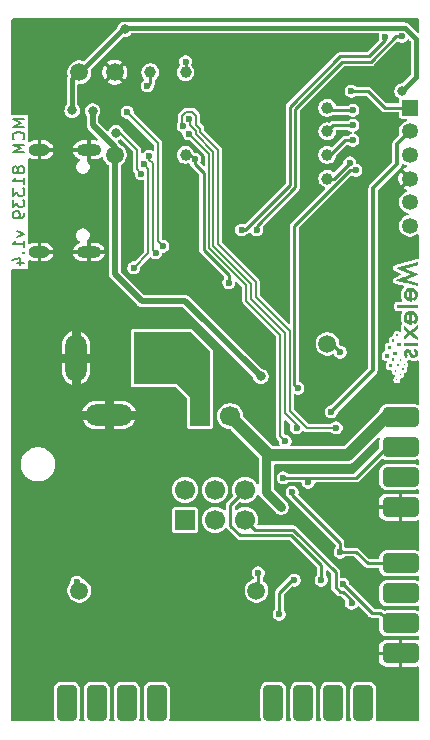
<source format=gbr>
%TF.GenerationSoftware,KiCad,Pcbnew,9.0.7-9.0.7~ubuntu24.04.1*%
%TF.CreationDate,2026-01-28T20:04:04+01:00*%
%TF.ProjectId,MCM-81339,4d434d2d-3831-4333-9339-2e6b69636164,rev?*%
%TF.SameCoordinates,Original*%
%TF.FileFunction,Copper,L2,Bot*%
%TF.FilePolarity,Positive*%
%FSLAX46Y46*%
G04 Gerber Fmt 4.6, Leading zero omitted, Abs format (unit mm)*
G04 Created by KiCad (PCBNEW 9.0.7-9.0.7~ubuntu24.04.1) date 2026-01-28 20:04:04*
%MOMM*%
%LPD*%
G01*
G04 APERTURE LIST*
G04 Aperture macros list*
%AMRoundRect*
0 Rectangle with rounded corners*
0 $1 Rounding radius*
0 $2 $3 $4 $5 $6 $7 $8 $9 X,Y pos of 4 corners*
0 Add a 4 corners polygon primitive as box body*
4,1,4,$2,$3,$4,$5,$6,$7,$8,$9,$2,$3,0*
0 Add four circle primitives for the rounded corners*
1,1,$1+$1,$2,$3*
1,1,$1+$1,$4,$5*
1,1,$1+$1,$6,$7*
1,1,$1+$1,$8,$9*
0 Add four rect primitives between the rounded corners*
20,1,$1+$1,$2,$3,$4,$5,0*
20,1,$1+$1,$4,$5,$6,$7,0*
20,1,$1+$1,$6,$7,$8,$9,0*
20,1,$1+$1,$8,$9,$2,$3,0*%
G04 Aperture macros list end*
%ADD10C,0.150000*%
%TA.AperFunction,NonConductor*%
%ADD11C,0.150000*%
%TD*%
%TA.AperFunction,EtchedComponent*%
%ADD12C,0.000000*%
%TD*%
%TA.AperFunction,HeatsinkPad*%
%ADD13C,0.500000*%
%TD*%
%TA.AperFunction,HeatsinkPad*%
%ADD14R,2.900000X1.900000*%
%TD*%
%TA.AperFunction,ComponentPad*%
%ADD15RoundRect,0.425000X-1.125000X-0.425000X1.125000X-0.425000X1.125000X0.425000X-1.125000X0.425000X0*%
%TD*%
%TA.AperFunction,ComponentPad*%
%ADD16R,1.350000X1.350000*%
%TD*%
%TA.AperFunction,ComponentPad*%
%ADD17C,1.350000*%
%TD*%
%TA.AperFunction,HeatsinkPad*%
%ADD18O,2.100000X1.000000*%
%TD*%
%TA.AperFunction,HeatsinkPad*%
%ADD19O,1.800000X1.000000*%
%TD*%
%TA.AperFunction,HeatsinkPad*%
%ADD20R,2.600000X2.600000*%
%TD*%
%TA.AperFunction,ComponentPad*%
%ADD21RoundRect,0.425000X-0.425000X1.125000X-0.425000X-1.125000X0.425000X-1.125000X0.425000X1.125000X0*%
%TD*%
%TA.AperFunction,ComponentPad*%
%ADD22R,1.700000X1.700000*%
%TD*%
%TA.AperFunction,ComponentPad*%
%ADD23C,1.700000*%
%TD*%
%TA.AperFunction,ComponentPad*%
%ADD24R,1.800000X4.400000*%
%TD*%
%TA.AperFunction,ComponentPad*%
%ADD25O,1.800000X4.000000*%
%TD*%
%TA.AperFunction,ComponentPad*%
%ADD26O,4.000000X1.800000*%
%TD*%
%TA.AperFunction,SMDPad,CuDef*%
%ADD27C,1.000000*%
%TD*%
%TA.AperFunction,SMDPad,CuDef*%
%ADD28C,1.500000*%
%TD*%
%TA.AperFunction,ViaPad*%
%ADD29C,0.600000*%
%TD*%
%TA.AperFunction,ViaPad*%
%ADD30C,0.800000*%
%TD*%
%TA.AperFunction,Conductor*%
%ADD31C,0.800000*%
%TD*%
%TA.AperFunction,Conductor*%
%ADD32C,0.500000*%
%TD*%
%TA.AperFunction,Conductor*%
%ADD33C,0.300000*%
%TD*%
%TA.AperFunction,Conductor*%
%ADD34C,0.400000*%
%TD*%
%TA.AperFunction,Conductor*%
%ADD35C,0.250000*%
%TD*%
%TA.AperFunction,Conductor*%
%ADD36C,1.000000*%
%TD*%
%TA.AperFunction,Conductor*%
%ADD37C,0.200000*%
%TD*%
%TA.AperFunction,Conductor*%
%ADD38C,0.600000*%
%TD*%
%TA.AperFunction,Conductor*%
%ADD39C,0.190000*%
%TD*%
G04 APERTURE END LIST*
D10*
D11*
X62354819Y-53080952D02*
X61354819Y-53080952D01*
X61354819Y-53080952D02*
X62069104Y-53414285D01*
X62069104Y-53414285D02*
X61354819Y-53747618D01*
X61354819Y-53747618D02*
X62354819Y-53747618D01*
X62259580Y-54795237D02*
X62307200Y-54747618D01*
X62307200Y-54747618D02*
X62354819Y-54604761D01*
X62354819Y-54604761D02*
X62354819Y-54509523D01*
X62354819Y-54509523D02*
X62307200Y-54366666D01*
X62307200Y-54366666D02*
X62211961Y-54271428D01*
X62211961Y-54271428D02*
X62116723Y-54223809D01*
X62116723Y-54223809D02*
X61926247Y-54176190D01*
X61926247Y-54176190D02*
X61783390Y-54176190D01*
X61783390Y-54176190D02*
X61592914Y-54223809D01*
X61592914Y-54223809D02*
X61497676Y-54271428D01*
X61497676Y-54271428D02*
X61402438Y-54366666D01*
X61402438Y-54366666D02*
X61354819Y-54509523D01*
X61354819Y-54509523D02*
X61354819Y-54604761D01*
X61354819Y-54604761D02*
X61402438Y-54747618D01*
X61402438Y-54747618D02*
X61450057Y-54795237D01*
X62354819Y-55223809D02*
X61354819Y-55223809D01*
X61354819Y-55223809D02*
X62069104Y-55557142D01*
X62069104Y-55557142D02*
X61354819Y-55890475D01*
X61354819Y-55890475D02*
X62354819Y-55890475D01*
X61783390Y-57271428D02*
X61735771Y-57176190D01*
X61735771Y-57176190D02*
X61688152Y-57128571D01*
X61688152Y-57128571D02*
X61592914Y-57080952D01*
X61592914Y-57080952D02*
X61545295Y-57080952D01*
X61545295Y-57080952D02*
X61450057Y-57128571D01*
X61450057Y-57128571D02*
X61402438Y-57176190D01*
X61402438Y-57176190D02*
X61354819Y-57271428D01*
X61354819Y-57271428D02*
X61354819Y-57461904D01*
X61354819Y-57461904D02*
X61402438Y-57557142D01*
X61402438Y-57557142D02*
X61450057Y-57604761D01*
X61450057Y-57604761D02*
X61545295Y-57652380D01*
X61545295Y-57652380D02*
X61592914Y-57652380D01*
X61592914Y-57652380D02*
X61688152Y-57604761D01*
X61688152Y-57604761D02*
X61735771Y-57557142D01*
X61735771Y-57557142D02*
X61783390Y-57461904D01*
X61783390Y-57461904D02*
X61783390Y-57271428D01*
X61783390Y-57271428D02*
X61831009Y-57176190D01*
X61831009Y-57176190D02*
X61878628Y-57128571D01*
X61878628Y-57128571D02*
X61973866Y-57080952D01*
X61973866Y-57080952D02*
X62164342Y-57080952D01*
X62164342Y-57080952D02*
X62259580Y-57128571D01*
X62259580Y-57128571D02*
X62307200Y-57176190D01*
X62307200Y-57176190D02*
X62354819Y-57271428D01*
X62354819Y-57271428D02*
X62354819Y-57461904D01*
X62354819Y-57461904D02*
X62307200Y-57557142D01*
X62307200Y-57557142D02*
X62259580Y-57604761D01*
X62259580Y-57604761D02*
X62164342Y-57652380D01*
X62164342Y-57652380D02*
X61973866Y-57652380D01*
X61973866Y-57652380D02*
X61878628Y-57604761D01*
X61878628Y-57604761D02*
X61831009Y-57557142D01*
X61831009Y-57557142D02*
X61783390Y-57461904D01*
X62354819Y-58604761D02*
X62354819Y-58033333D01*
X62354819Y-58319047D02*
X61354819Y-58319047D01*
X61354819Y-58319047D02*
X61497676Y-58223809D01*
X61497676Y-58223809D02*
X61592914Y-58128571D01*
X61592914Y-58128571D02*
X61640533Y-58033333D01*
X61354819Y-58938095D02*
X61354819Y-59557142D01*
X61354819Y-59557142D02*
X61735771Y-59223809D01*
X61735771Y-59223809D02*
X61735771Y-59366666D01*
X61735771Y-59366666D02*
X61783390Y-59461904D01*
X61783390Y-59461904D02*
X61831009Y-59509523D01*
X61831009Y-59509523D02*
X61926247Y-59557142D01*
X61926247Y-59557142D02*
X62164342Y-59557142D01*
X62164342Y-59557142D02*
X62259580Y-59509523D01*
X62259580Y-59509523D02*
X62307200Y-59461904D01*
X62307200Y-59461904D02*
X62354819Y-59366666D01*
X62354819Y-59366666D02*
X62354819Y-59080952D01*
X62354819Y-59080952D02*
X62307200Y-58985714D01*
X62307200Y-58985714D02*
X62259580Y-58938095D01*
X61354819Y-59890476D02*
X61354819Y-60509523D01*
X61354819Y-60509523D02*
X61735771Y-60176190D01*
X61735771Y-60176190D02*
X61735771Y-60319047D01*
X61735771Y-60319047D02*
X61783390Y-60414285D01*
X61783390Y-60414285D02*
X61831009Y-60461904D01*
X61831009Y-60461904D02*
X61926247Y-60509523D01*
X61926247Y-60509523D02*
X62164342Y-60509523D01*
X62164342Y-60509523D02*
X62259580Y-60461904D01*
X62259580Y-60461904D02*
X62307200Y-60414285D01*
X62307200Y-60414285D02*
X62354819Y-60319047D01*
X62354819Y-60319047D02*
X62354819Y-60033333D01*
X62354819Y-60033333D02*
X62307200Y-59938095D01*
X62307200Y-59938095D02*
X62259580Y-59890476D01*
X62354819Y-60985714D02*
X62354819Y-61176190D01*
X62354819Y-61176190D02*
X62307200Y-61271428D01*
X62307200Y-61271428D02*
X62259580Y-61319047D01*
X62259580Y-61319047D02*
X62116723Y-61414285D01*
X62116723Y-61414285D02*
X61926247Y-61461904D01*
X61926247Y-61461904D02*
X61545295Y-61461904D01*
X61545295Y-61461904D02*
X61450057Y-61414285D01*
X61450057Y-61414285D02*
X61402438Y-61366666D01*
X61402438Y-61366666D02*
X61354819Y-61271428D01*
X61354819Y-61271428D02*
X61354819Y-61080952D01*
X61354819Y-61080952D02*
X61402438Y-60985714D01*
X61402438Y-60985714D02*
X61450057Y-60938095D01*
X61450057Y-60938095D02*
X61545295Y-60890476D01*
X61545295Y-60890476D02*
X61783390Y-60890476D01*
X61783390Y-60890476D02*
X61878628Y-60938095D01*
X61878628Y-60938095D02*
X61926247Y-60985714D01*
X61926247Y-60985714D02*
X61973866Y-61080952D01*
X61973866Y-61080952D02*
X61973866Y-61271428D01*
X61973866Y-61271428D02*
X61926247Y-61366666D01*
X61926247Y-61366666D02*
X61878628Y-61414285D01*
X61878628Y-61414285D02*
X61783390Y-61461904D01*
X61688152Y-62557143D02*
X62354819Y-62795238D01*
X62354819Y-62795238D02*
X61688152Y-63033333D01*
X62354819Y-63938095D02*
X62354819Y-63366667D01*
X62354819Y-63652381D02*
X61354819Y-63652381D01*
X61354819Y-63652381D02*
X61497676Y-63557143D01*
X61497676Y-63557143D02*
X61592914Y-63461905D01*
X61592914Y-63461905D02*
X61640533Y-63366667D01*
X62259580Y-64366667D02*
X62307200Y-64414286D01*
X62307200Y-64414286D02*
X62354819Y-64366667D01*
X62354819Y-64366667D02*
X62307200Y-64319048D01*
X62307200Y-64319048D02*
X62259580Y-64366667D01*
X62259580Y-64366667D02*
X62354819Y-64366667D01*
X61688152Y-65271428D02*
X62354819Y-65271428D01*
X61307200Y-65033333D02*
X62021485Y-64795238D01*
X62021485Y-64795238D02*
X62021485Y-65414285D01*
D12*
%TA.AperFunction,EtchedComponent*%
%TO.C,LOG2*%
G36*
X93182522Y-73264720D02*
G01*
X92901992Y-73264720D01*
X92901992Y-72984189D01*
X93182522Y-72984189D01*
X93182522Y-73264720D01*
G37*
%TD.AperFunction*%
%TA.AperFunction,EtchedComponent*%
G36*
X93447021Y-74034174D02*
G01*
X93238628Y-74034174D01*
X93238628Y-73833795D01*
X93447021Y-73833795D01*
X93447021Y-74034174D01*
G37*
%TD.AperFunction*%
%TA.AperFunction,EtchedComponent*%
G36*
X93647400Y-71902145D02*
G01*
X93471067Y-71902145D01*
X93471067Y-71725811D01*
X93647400Y-71725811D01*
X93647400Y-71902145D01*
G37*
%TD.AperFunction*%
%TA.AperFunction,EtchedComponent*%
G36*
X93671446Y-73537235D02*
G01*
X93439006Y-73537235D01*
X93439006Y-73304795D01*
X93671446Y-73304795D01*
X93671446Y-73537235D01*
G37*
%TD.AperFunction*%
%TA.AperFunction,EtchedComponent*%
G36*
X93855794Y-74450961D02*
G01*
X93695491Y-74450961D01*
X93695491Y-74290658D01*
X93855794Y-74290658D01*
X93855794Y-74450961D01*
G37*
%TD.AperFunction*%
%TA.AperFunction,EtchedComponent*%
G36*
X93879839Y-73056326D02*
G01*
X93599309Y-73056326D01*
X93599309Y-72775796D01*
X93879839Y-72775796D01*
X93879839Y-73056326D01*
G37*
%TD.AperFunction*%
%TA.AperFunction,EtchedComponent*%
G36*
X93935945Y-75172324D02*
G01*
X93847779Y-75172324D01*
X93847779Y-75076143D01*
X93935945Y-75076143D01*
X93935945Y-75172324D01*
G37*
%TD.AperFunction*%
%TA.AperFunction,EtchedComponent*%
G36*
X94072203Y-74010128D02*
G01*
X93895870Y-74010128D01*
X93895870Y-73833795D01*
X94072203Y-73833795D01*
X94072203Y-74010128D01*
G37*
%TD.AperFunction*%
%TA.AperFunction,EtchedComponent*%
G36*
X94200445Y-72270841D02*
G01*
X93927930Y-72270841D01*
X93927930Y-71998326D01*
X94200445Y-71998326D01*
X94200445Y-72270841D01*
G37*
%TD.AperFunction*%
%TA.AperFunction,EtchedComponent*%
G36*
X94256551Y-73521204D02*
G01*
X94112279Y-73521204D01*
X94112279Y-73384947D01*
X94256551Y-73384947D01*
X94256551Y-73521204D01*
G37*
%TD.AperFunction*%
%TA.AperFunction,EtchedComponent*%
G36*
X94577157Y-73849825D02*
G01*
X94513036Y-73849825D01*
X94513036Y-73777689D01*
X94577157Y-73777689D01*
X94577157Y-73849825D01*
G37*
%TD.AperFunction*%
%TA.AperFunction,EtchedComponent*%
G36*
X95643172Y-69048752D02*
G01*
X93927930Y-69048752D01*
X93927930Y-68776237D01*
X95643172Y-68776237D01*
X95643172Y-69048752D01*
G37*
%TD.AperFunction*%
%TA.AperFunction,EtchedComponent*%
G36*
X95643172Y-72270841D02*
G01*
X94497006Y-72270841D01*
X94497006Y-71998326D01*
X95643172Y-71998326D01*
X95643172Y-72270841D01*
G37*
%TD.AperFunction*%
%TA.AperFunction,EtchedComponent*%
G36*
X94505021Y-74323299D02*
G01*
X94348725Y-74318711D01*
X94346431Y-74240564D01*
X94344137Y-74162416D01*
X94505021Y-74162416D01*
X94505021Y-74323299D01*
G37*
%TD.AperFunction*%
%TA.AperFunction,EtchedComponent*%
G36*
X93421162Y-72385057D02*
G01*
X93418968Y-72523318D01*
X93280707Y-72525512D01*
X93142446Y-72527705D01*
X93142446Y-72246796D01*
X93423355Y-72246796D01*
X93421162Y-72385057D01*
G37*
%TD.AperFunction*%
%TA.AperFunction,EtchedComponent*%
G36*
X94232368Y-74644846D02*
G01*
X94245688Y-74646668D01*
X94251649Y-74654014D01*
X94255383Y-74673625D01*
X94256551Y-74707194D01*
X94256551Y-74763552D01*
X94127607Y-74763552D01*
X94132317Y-74647332D01*
X94183571Y-74644916D01*
X94208564Y-74644274D01*
X94232368Y-74644846D01*
G37*
%TD.AperFunction*%
%TA.AperFunction,EtchedComponent*%
G36*
X93951991Y-71278548D02*
G01*
X93965511Y-71280442D01*
X93967742Y-71281690D01*
X93972772Y-71290962D01*
X93974848Y-71310443D01*
X93974371Y-71342972D01*
X93972014Y-71401198D01*
X93851786Y-71401198D01*
X93851786Y-71280971D01*
X93903041Y-71278554D01*
X93928032Y-71277928D01*
X93951991Y-71278548D01*
G37*
%TD.AperFunction*%
%TA.AperFunction,EtchedComponent*%
G36*
X95442067Y-72487276D02*
G01*
X95464312Y-72503943D01*
X95492754Y-72528201D01*
X95525477Y-72558568D01*
X95570885Y-72607278D01*
X95615382Y-72671694D01*
X95646977Y-72742184D01*
X95667415Y-72821990D01*
X95670119Y-72845341D01*
X95671486Y-72880659D01*
X95670576Y-72916061D01*
X95660549Y-72987978D01*
X95637209Y-73059228D01*
X95599990Y-73124194D01*
X95547868Y-73185128D01*
X95522132Y-73208880D01*
X95460806Y-73251867D01*
X95395892Y-73279497D01*
X95327902Y-73291591D01*
X95257344Y-73287967D01*
X95221521Y-73280531D01*
X95169982Y-73262447D01*
X95123187Y-73235492D01*
X95080047Y-73198490D01*
X95039471Y-73150264D01*
X95000367Y-73089637D01*
X94961646Y-73015435D01*
X94922217Y-72926479D01*
X94911501Y-72902013D01*
X94884693Y-72851135D01*
X94857127Y-72812274D01*
X94830098Y-72787385D01*
X94819750Y-72781501D01*
X94803585Y-72778542D01*
X94781709Y-72783756D01*
X94776893Y-72785477D01*
X94754507Y-72799085D01*
X94739861Y-72820919D01*
X94731868Y-72853368D01*
X94729445Y-72898818D01*
X94729887Y-72923698D01*
X94732972Y-72952125D01*
X94740473Y-72976912D01*
X94754094Y-73005417D01*
X94766647Y-73028135D01*
X94784178Y-73057138D01*
X94799070Y-73079002D01*
X94819395Y-73105685D01*
X94799989Y-73127093D01*
X94789092Y-73139181D01*
X94769146Y-73161405D01*
X94744146Y-73189324D01*
X94717096Y-73219585D01*
X94653610Y-73290669D01*
X94622672Y-73255807D01*
X94609518Y-73240181D01*
X94574421Y-73191570D01*
X94541032Y-73136438D01*
X94512694Y-73080598D01*
X94492748Y-73029863D01*
X94476539Y-72957743D01*
X94473104Y-72880089D01*
X94483679Y-72804505D01*
X94507738Y-72733156D01*
X94544756Y-72668209D01*
X94594206Y-72611828D01*
X94635500Y-72579759D01*
X94695874Y-72549125D01*
X94761043Y-72531596D01*
X94827901Y-72527930D01*
X94893341Y-72538883D01*
X94902555Y-72541681D01*
X94945747Y-72558776D01*
X94984260Y-72581960D01*
X95019450Y-72612827D01*
X95052675Y-72652970D01*
X95085293Y-72703984D01*
X95118662Y-72767462D01*
X95154139Y-72844997D01*
X95160067Y-72858516D01*
X95178729Y-72899672D01*
X95196512Y-72937004D01*
X95211642Y-72966860D01*
X95222349Y-72985585D01*
X95233937Y-73000838D01*
X95259000Y-73024889D01*
X95285573Y-73041842D01*
X95308937Y-73048281D01*
X95311014Y-73048241D01*
X95339674Y-73039772D01*
X95367908Y-73018249D01*
X95392387Y-72986149D01*
X95399424Y-72973568D01*
X95409009Y-72950676D01*
X95413488Y-72925819D01*
X95414502Y-72892015D01*
X95411496Y-72851168D01*
X95400740Y-72811621D01*
X95380366Y-72772423D01*
X95348507Y-72728965D01*
X95320274Y-72694157D01*
X95371113Y-72588700D01*
X95379036Y-72572280D01*
X95396225Y-72536785D01*
X95410322Y-72507845D01*
X95420045Y-72488091D01*
X95424107Y-72480153D01*
X95427935Y-72479682D01*
X95442067Y-72487276D01*
G37*
%TD.AperFunction*%
%TA.AperFunction,EtchedComponent*%
G36*
X95130088Y-67336273D02*
G01*
X95221890Y-67350550D01*
X95309215Y-67378057D01*
X95359195Y-67401417D01*
X95436754Y-67451147D01*
X95505644Y-67512719D01*
X95564509Y-67584374D01*
X95611992Y-67664354D01*
X95646734Y-67750898D01*
X95667379Y-67842248D01*
X95668119Y-67848122D01*
X95670540Y-67882108D01*
X95671330Y-67922821D01*
X95670306Y-67962700D01*
X95669395Y-67977442D01*
X95655926Y-68078975D01*
X95629990Y-68171211D01*
X95590948Y-68255572D01*
X95538161Y-68333482D01*
X95470990Y-68406362D01*
X95452293Y-68423773D01*
X95429026Y-68444361D01*
X95411646Y-68458434D01*
X95402940Y-68463647D01*
X95401721Y-68462972D01*
X95392414Y-68453368D01*
X95376322Y-68434484D01*
X95355547Y-68409012D01*
X95332196Y-68379644D01*
X95308371Y-68349072D01*
X95286178Y-68319987D01*
X95267721Y-68295081D01*
X95255103Y-68277044D01*
X95250429Y-68268570D01*
X95251766Y-68266444D01*
X95261668Y-68255009D01*
X95279113Y-68236294D01*
X95301587Y-68213029D01*
X95316420Y-68197254D01*
X95362410Y-68136087D01*
X95393895Y-68070242D01*
X95411986Y-67997550D01*
X95414294Y-67979686D01*
X95414855Y-67906232D01*
X95401618Y-67836066D01*
X95375721Y-67771044D01*
X95338299Y-67713025D01*
X95290493Y-67663866D01*
X95233439Y-67625427D01*
X95168274Y-67599564D01*
X95138217Y-67591288D01*
X95138217Y-68522023D01*
X95052055Y-68517450D01*
X94959038Y-68507228D01*
X94871014Y-68485122D01*
X94790739Y-68450454D01*
X94716096Y-68402299D01*
X94644965Y-68339733D01*
X94585027Y-68271954D01*
X94535213Y-68195667D01*
X94500280Y-68114872D01*
X94479703Y-68028339D01*
X94472960Y-67934837D01*
X94473092Y-67922624D01*
X94733490Y-67922624D01*
X94733495Y-67931545D01*
X94733985Y-67969081D01*
X94735866Y-67996248D01*
X94739971Y-68017783D01*
X94747135Y-68038418D01*
X94758192Y-68062889D01*
X94771860Y-68088014D01*
X94804026Y-68132685D01*
X94842004Y-68172313D01*
X94881105Y-68201604D01*
X94905778Y-68216083D01*
X94905778Y-67921353D01*
X94905642Y-67854723D01*
X94905266Y-67793474D01*
X94904680Y-67739382D01*
X94903915Y-67694221D01*
X94903000Y-67659765D01*
X94901965Y-67637791D01*
X94900841Y-67630071D01*
X94895249Y-67631919D01*
X94878887Y-67642169D01*
X94857164Y-67658666D01*
X94833902Y-67678277D01*
X94812925Y-67697870D01*
X94798055Y-67714311D01*
X94787673Y-67729409D01*
X94770552Y-67758310D01*
X94755035Y-67788487D01*
X94745923Y-67809336D01*
X94739388Y-67829767D01*
X94735631Y-67852384D01*
X94733912Y-67881800D01*
X94733490Y-67922624D01*
X94473092Y-67922624D01*
X94473187Y-67913865D01*
X94480004Y-67827079D01*
X94497069Y-67749125D01*
X94525404Y-67676374D01*
X94566035Y-67605201D01*
X94582329Y-67582344D01*
X94623242Y-67534279D01*
X94671355Y-67486714D01*
X94721838Y-67444242D01*
X94769860Y-67411454D01*
X94776101Y-67407866D01*
X94856815Y-67371022D01*
X94900841Y-67358826D01*
X94944651Y-67346689D01*
X95036708Y-67335046D01*
X95130088Y-67336273D01*
G37*
%TD.AperFunction*%
%TA.AperFunction,EtchedComponent*%
G36*
X95639461Y-70523953D02*
G01*
X95640640Y-70534900D01*
X95641659Y-70558947D01*
X95642459Y-70593710D01*
X95642982Y-70636805D01*
X95643168Y-70685846D01*
X95643165Y-70848153D01*
X95442707Y-71004202D01*
X95416021Y-71025038D01*
X95369338Y-71061807D01*
X95327894Y-71094860D01*
X95293180Y-71122981D01*
X95266688Y-71144958D01*
X95249909Y-71159577D01*
X95244336Y-71165624D01*
X95244851Y-71166263D01*
X95254377Y-71174541D01*
X95274630Y-71190981D01*
X95304003Y-71214313D01*
X95340889Y-71243268D01*
X95383680Y-71276574D01*
X95430770Y-71312962D01*
X95440612Y-71320545D01*
X95487839Y-71357039D01*
X95531087Y-71390628D01*
X95568607Y-71419941D01*
X95598651Y-71443609D01*
X95619470Y-71460263D01*
X95629316Y-71468532D01*
X95634010Y-71474267D01*
X95637584Y-71482903D01*
X95640016Y-71496489D01*
X95641456Y-71517240D01*
X95642055Y-71547372D01*
X95641966Y-71589099D01*
X95641339Y-71644636D01*
X95639164Y-71807135D01*
X95330581Y-71570161D01*
X95325058Y-71565920D01*
X95263937Y-71519055D01*
X95206831Y-71475388D01*
X95154981Y-71435858D01*
X95109627Y-71401408D01*
X95072010Y-71372976D01*
X95043371Y-71351505D01*
X95024951Y-71337933D01*
X95017990Y-71333203D01*
X95016925Y-71333788D01*
X95005840Y-71341691D01*
X94983926Y-71358013D01*
X94952550Y-71381714D01*
X94913079Y-71411754D01*
X94866880Y-71447094D01*
X94815321Y-71486694D01*
X94759770Y-71529515D01*
X94740174Y-71544637D01*
X94685826Y-71586465D01*
X94635928Y-71624710D01*
X94591848Y-71658334D01*
X94554957Y-71686295D01*
X94526625Y-71707556D01*
X94508222Y-71721074D01*
X94501119Y-71725811D01*
X94500732Y-71725154D01*
X94499599Y-71713348D01*
X94498811Y-71688551D01*
X94498402Y-71653122D01*
X94498403Y-71609416D01*
X94498847Y-71559792D01*
X94501013Y-71393772D01*
X94645286Y-71283017D01*
X94667249Y-71266105D01*
X94706619Y-71235508D01*
X94740524Y-71208794D01*
X94767143Y-71187418D01*
X94784650Y-71172836D01*
X94791223Y-71166503D01*
X94789219Y-71163709D01*
X94776729Y-71152134D01*
X94754317Y-71133119D01*
X94723723Y-71108100D01*
X94686686Y-71078512D01*
X94644946Y-71045791D01*
X94497006Y-70930839D01*
X94497006Y-70593773D01*
X94527063Y-70616470D01*
X94536133Y-70623410D01*
X94557949Y-70640260D01*
X94589404Y-70664646D01*
X94628794Y-70695245D01*
X94674416Y-70730734D01*
X94724564Y-70769787D01*
X94777536Y-70811081D01*
X94820734Y-70844771D01*
X94869565Y-70882847D01*
X94913343Y-70916976D01*
X94950551Y-70945975D01*
X94979670Y-70968662D01*
X94999185Y-70983854D01*
X95007578Y-70990368D01*
X95009708Y-70990475D01*
X95021889Y-70984676D01*
X95044517Y-70970272D01*
X95077930Y-70947018D01*
X95122466Y-70914672D01*
X95178463Y-70872990D01*
X95246259Y-70821727D01*
X95326192Y-70760641D01*
X95331979Y-70756201D01*
X95393135Y-70709345D01*
X95450270Y-70665688D01*
X95502144Y-70626169D01*
X95547516Y-70591728D01*
X95585145Y-70563305D01*
X95613792Y-70541839D01*
X95632216Y-70528271D01*
X95639176Y-70523539D01*
X95639461Y-70523953D01*
G37*
%TD.AperFunction*%
%TA.AperFunction,EtchedComponent*%
G36*
X95082078Y-69293720D02*
G01*
X95126612Y-69294123D01*
X95160206Y-69295378D01*
X95187015Y-69298037D01*
X95211191Y-69302648D01*
X95236886Y-69309761D01*
X95268255Y-69319926D01*
X95352438Y-69355455D01*
X95432517Y-69405251D01*
X95503159Y-69466513D01*
X95563161Y-69537802D01*
X95611321Y-69617678D01*
X95646435Y-69704703D01*
X95667300Y-69797436D01*
X95669476Y-69817136D01*
X95671380Y-69873587D01*
X95668701Y-69936499D01*
X95661823Y-69999671D01*
X95651135Y-70056900D01*
X95632049Y-70123165D01*
X95601685Y-70195034D01*
X95561414Y-70261315D01*
X95509327Y-70325062D01*
X95443520Y-70389327D01*
X95400893Y-70427439D01*
X95325661Y-70327407D01*
X95310336Y-70306963D01*
X95286592Y-70274985D01*
X95267597Y-70249018D01*
X95254995Y-70231317D01*
X95250429Y-70224137D01*
X95251768Y-70222037D01*
X95261672Y-70210652D01*
X95279116Y-70191973D01*
X95301587Y-70168725D01*
X95316796Y-70152415D01*
X95363390Y-70088800D01*
X95395686Y-70020107D01*
X95413403Y-69947997D01*
X95416260Y-69874130D01*
X95403976Y-69800165D01*
X95376270Y-69727761D01*
X95360212Y-69699600D01*
X95320537Y-69649220D01*
X95272468Y-69606870D01*
X95219284Y-69575195D01*
X95164267Y-69556839D01*
X95138217Y-69551703D01*
X95138217Y-70477719D01*
X95052055Y-70473162D01*
X95018628Y-70470967D01*
X94959101Y-70463807D01*
X94905970Y-70451682D01*
X94852903Y-70432946D01*
X94793566Y-70405952D01*
X94767320Y-70392634D01*
X94736206Y-70374626D01*
X94708531Y-70354772D01*
X94679661Y-70329638D01*
X94644965Y-70295791D01*
X94644883Y-70295709D01*
X94581175Y-70222820D01*
X94532792Y-70147055D01*
X94499084Y-70066869D01*
X94479403Y-69980717D01*
X94473099Y-69887057D01*
X94473463Y-69878320D01*
X94733453Y-69878320D01*
X94734554Y-69925767D01*
X94739204Y-69968321D01*
X94748715Y-70003811D01*
X94764384Y-70036890D01*
X94787508Y-70072210D01*
X94801088Y-70088570D01*
X94822175Y-70110111D01*
X94846134Y-70132145D01*
X94869491Y-70151638D01*
X94888774Y-70165559D01*
X94900507Y-70170873D01*
X94900535Y-70170869D01*
X94901734Y-70162815D01*
X94902836Y-70140546D01*
X94903810Y-70105838D01*
X94904623Y-70060465D01*
X94905244Y-70006203D01*
X94905639Y-69944827D01*
X94905778Y-69878114D01*
X94905778Y-69585356D01*
X94880870Y-69598236D01*
X94851540Y-69617978D01*
X94816485Y-69651680D01*
X94784308Y-69692639D01*
X94758896Y-69736446D01*
X94755840Y-69742937D01*
X94745497Y-69766618D01*
X94738943Y-69787220D01*
X94735322Y-69809521D01*
X94733777Y-69838295D01*
X94733453Y-69878320D01*
X94473463Y-69878320D01*
X94476078Y-69815552D01*
X94486363Y-69748206D01*
X94505296Y-69684265D01*
X94534218Y-69617828D01*
X94547535Y-69591728D01*
X94565641Y-69560584D01*
X94585560Y-69532932D01*
X94610747Y-69504132D01*
X94644656Y-69469548D01*
X94677835Y-69437836D01*
X94724735Y-69398306D01*
X94770843Y-69367266D01*
X94820898Y-69341667D01*
X94879639Y-69318463D01*
X94888427Y-69315350D01*
X94905778Y-69309538D01*
X94914831Y-69306505D01*
X94937519Y-69300438D01*
X94960439Y-69296638D01*
X94987542Y-69294588D01*
X95022775Y-69293777D01*
X95070089Y-69293691D01*
X95082078Y-69293720D01*
G37*
%TD.AperFunction*%
%TA.AperFunction,EtchedComponent*%
G36*
X95641368Y-65312375D02*
G01*
X95641548Y-65324481D01*
X95641698Y-65375939D01*
X95640688Y-65414718D01*
X95638568Y-65439710D01*
X95635385Y-65449810D01*
X95634019Y-65450339D01*
X95620087Y-65454464D01*
X95592401Y-65462139D01*
X95552279Y-65473014D01*
X95501039Y-65486737D01*
X95440000Y-65502959D01*
X95370481Y-65521328D01*
X95293798Y-65541494D01*
X95211272Y-65563105D01*
X95124220Y-65585812D01*
X95093910Y-65593709D01*
X95008384Y-65616061D01*
X94927907Y-65637194D01*
X94853789Y-65656758D01*
X94787338Y-65674403D01*
X94729862Y-65689780D01*
X94682671Y-65702539D01*
X94647072Y-65712331D01*
X94624376Y-65718806D01*
X94615889Y-65721614D01*
X94615932Y-65721811D01*
X94624471Y-65726512D01*
X94646516Y-65736816D01*
X94680945Y-65752237D01*
X94726639Y-65772292D01*
X94782476Y-65796498D01*
X94847338Y-65824371D01*
X94920102Y-65855426D01*
X94999650Y-65889181D01*
X95084860Y-65925151D01*
X95174613Y-65962853D01*
X95188853Y-65968822D01*
X95277960Y-66006281D01*
X95362343Y-66041928D01*
X95440883Y-66075282D01*
X95512460Y-66105857D01*
X95575954Y-66133171D01*
X95630247Y-66156742D01*
X95674218Y-66176085D01*
X95706749Y-66190717D01*
X95726719Y-66200155D01*
X95733009Y-66203915D01*
X95732987Y-66203932D01*
X95724565Y-66207846D01*
X95702549Y-66217462D01*
X95668099Y-66232286D01*
X95622379Y-66251825D01*
X95566548Y-66275586D01*
X95501770Y-66303074D01*
X95429205Y-66333796D01*
X95350016Y-66367258D01*
X95265364Y-66402968D01*
X95176411Y-66440430D01*
X95173693Y-66441573D01*
X95085012Y-66478956D01*
X95000794Y-66514574D01*
X94922187Y-66547937D01*
X94850338Y-66578552D01*
X94786393Y-66605927D01*
X94731498Y-66629569D01*
X94686802Y-66648986D01*
X94653451Y-66663686D01*
X94632591Y-66673177D01*
X94625369Y-66676966D01*
X94626320Y-66677505D01*
X94639020Y-66681606D01*
X94665497Y-66689234D01*
X94704460Y-66700044D01*
X94754621Y-66713687D01*
X94814687Y-66729817D01*
X94883368Y-66748087D01*
X94959374Y-66768148D01*
X95041414Y-66789655D01*
X95128199Y-66812259D01*
X95158249Y-66820069D01*
X95243832Y-66842389D01*
X95324390Y-66863513D01*
X95398609Y-66883091D01*
X95465180Y-66900771D01*
X95522788Y-66916202D01*
X95570122Y-66929033D01*
X95605871Y-66938914D01*
X95628721Y-66945494D01*
X95637360Y-66948421D01*
X95638771Y-66953528D01*
X95640366Y-66972557D01*
X95641385Y-67002874D01*
X95641746Y-67041685D01*
X95641368Y-67086200D01*
X95639164Y-67218406D01*
X94745475Y-66983873D01*
X94695228Y-66970685D01*
X94579740Y-66940362D01*
X94468620Y-66911170D01*
X94362880Y-66883375D01*
X94263534Y-66857246D01*
X94171593Y-66833047D01*
X94088071Y-66811047D01*
X94013980Y-66791511D01*
X93950332Y-66774708D01*
X93898140Y-66760902D01*
X93858417Y-66750362D01*
X93832175Y-66743354D01*
X93820426Y-66740145D01*
X93789066Y-66730951D01*
X94401524Y-66475389D01*
X94452284Y-66454207D01*
X94544647Y-66415652D01*
X94632442Y-66378989D01*
X94714534Y-66344695D01*
X94789785Y-66313244D01*
X94857060Y-66285112D01*
X94915222Y-66260774D01*
X94963134Y-66240705D01*
X94999660Y-66225380D01*
X95023664Y-66215275D01*
X95034009Y-66210866D01*
X95054035Y-66201903D01*
X95034009Y-66191618D01*
X95030705Y-66190088D01*
X95013513Y-66182592D01*
X94983236Y-66169621D01*
X94941014Y-66151659D01*
X94887989Y-66129186D01*
X94825300Y-66102685D01*
X94754089Y-66072638D01*
X94675496Y-66039527D01*
X94590662Y-66003834D01*
X94500729Y-65966040D01*
X94406835Y-65926629D01*
X94357116Y-65905755D01*
X94265959Y-65867398D01*
X94179760Y-65831017D01*
X94099610Y-65797078D01*
X94026604Y-65766049D01*
X93961833Y-65738398D01*
X93906391Y-65714590D01*
X93861369Y-65695093D01*
X93827861Y-65680374D01*
X93806960Y-65670900D01*
X93799757Y-65667138D01*
X93803022Y-65665880D01*
X93820237Y-65660768D01*
X93851386Y-65652028D01*
X93895516Y-65639915D01*
X93951673Y-65624683D01*
X94018904Y-65606588D01*
X94096256Y-65585886D01*
X94182774Y-65562830D01*
X94277506Y-65537675D01*
X94379497Y-65510678D01*
X94487795Y-65482092D01*
X94601445Y-65452173D01*
X94719495Y-65421176D01*
X95639164Y-65180000D01*
X95641368Y-65312375D01*
G37*
%TD.AperFunction*%
%TD*%
D13*
%TO.P,U8,9,EXP*%
%TO.N,GND*%
X68550000Y-95700000D03*
X69750000Y-95700000D03*
X70950000Y-95700000D03*
D14*
X69750000Y-95000000D03*
D13*
X68550000Y-94300000D03*
X69750000Y-94300000D03*
X70950000Y-94300000D03*
%TD*%
D15*
%TO.P,J1,1,Pin_1*%
%TO.N,VDDA*%
X94200000Y-90680000D03*
%TO.P,J1,2,Pin_2*%
%TO.N,Net-(J1-Pin_2)*%
X94200000Y-93220000D03*
%TO.P,J1,3,Pin_3*%
%TO.N,Net-(J1-Pin_3)*%
X94200000Y-95760000D03*
%TO.P,J1,4,Pin_4*%
%TO.N,GND*%
X94200000Y-98300000D03*
%TD*%
%TO.P,J4,1,Pin_1*%
%TO.N,VBUS*%
X94200000Y-78300000D03*
%TO.P,J4,2,Pin_2*%
%TO.N,TXD_CPU*%
X94200000Y-80840000D03*
%TO.P,J4,3,Pin_3*%
%TO.N,RXD_CPU*%
X94200000Y-83380000D03*
%TO.P,J4,4,Pin_4*%
%TO.N,GND*%
X94200000Y-85920000D03*
%TD*%
D16*
%TO.P,J3,1,Pin_1*%
%TO.N,EN*%
X95000000Y-52100000D03*
D17*
%TO.P,J3,2,Pin_2*%
%TO.N,+3.3V*%
X95000000Y-54100000D03*
%TO.P,J3,3,Pin_3*%
%TO.N,Net-(J3-Pin_3)*%
X95000000Y-56100000D03*
%TO.P,J3,4,Pin_4*%
%TO.N,GND*%
X95000000Y-58100000D03*
%TO.P,J3,5,Pin_5*%
%TO.N,Net-(J3-Pin_5)*%
X95000000Y-60100000D03*
%TO.P,J3,6,Pin_6*%
%TO.N,IO0*%
X95000000Y-62100000D03*
%TD*%
D13*
%TO.P,U5,41,EPAD*%
%TO.N,GND*%
X80040000Y-50558000D03*
X80040000Y-52058000D03*
X80790000Y-49808000D03*
X80790000Y-51308000D03*
X80790000Y-52808000D03*
X81540000Y-50558000D03*
X81540000Y-52058000D03*
X82290000Y-49808000D03*
X82290000Y-51308000D03*
X82290000Y-52808000D03*
X83040000Y-50558000D03*
X83040000Y-52058000D03*
%TD*%
D18*
%TO.P,J5,S1,SHIELD*%
%TO.N,GND*%
X67805000Y-55680000D03*
D19*
X63625000Y-55680000D03*
D18*
X67805000Y-64320000D03*
D19*
X63625000Y-64320000D03*
%TD*%
D13*
%TO.P,U7,25,EXP*%
%TO.N,GND*%
X86200000Y-96050000D03*
X87250000Y-96050000D03*
X88300000Y-96050000D03*
X86200000Y-95000000D03*
X87250000Y-95000000D03*
D20*
X87250000Y-95000000D03*
D13*
X88300000Y-95000000D03*
X86200000Y-93950000D03*
X87250000Y-93950000D03*
X88300000Y-93950000D03*
%TD*%
D21*
%TO.P,J8,1,Pin_1*%
%TO.N,Net-(J8-Pin_1)*%
X91060000Y-102500000D03*
%TO.P,J8,2,Pin_2*%
%TO.N,Net-(J8-Pin_2)*%
X88520000Y-102500000D03*
%TO.P,J8,3,Pin_3*%
%TO.N,Net-(J8-Pin_3)*%
X85980000Y-102500000D03*
%TO.P,J8,4,Pin_4*%
%TO.N,Net-(J8-Pin_4)*%
X83440000Y-102500000D03*
%TD*%
D22*
%TO.P,J2,1,Pin_1*%
%TO.N,VS*%
X77230000Y-78227102D03*
D23*
%TO.P,J2,2,Pin_2*%
%TO.N,VBUS*%
X79770000Y-78227102D03*
%TD*%
D21*
%TO.P,J9,1,Pin_1*%
%TO.N,Net-(J9-Pin_1)*%
X73560000Y-102500000D03*
%TO.P,J9,2,Pin_2*%
%TO.N,Net-(J9-Pin_2)*%
X71020000Y-102500000D03*
%TO.P,J9,3,Pin_3*%
%TO.N,Net-(J9-Pin_3)*%
X68480000Y-102500000D03*
%TO.P,J9,4,Pin_4*%
%TO.N,Net-(J9-Pin_4)*%
X65940000Y-102500000D03*
%TD*%
D24*
%TO.P,J10,1*%
%TO.N,VS*%
X72500000Y-73300000D03*
D25*
%TO.P,J10,2*%
%TO.N,GND*%
X66700000Y-73300000D03*
D26*
%TO.P,J10,3*%
X69500000Y-78100000D03*
%TD*%
D22*
%TO.P,J11,1,Pin_1*%
%TO.N,RXD_SO8*%
X75960000Y-87000000D03*
D23*
%TO.P,J11,2,Pin_2*%
%TO.N,TXD_SO8*%
X75960000Y-84460000D03*
%TO.P,J11,3,Pin_3*%
%TO.N,RXD_CPU*%
X78500000Y-87000000D03*
%TO.P,J11,4,Pin_4*%
%TO.N,TXD_CPU*%
X78500000Y-84460000D03*
%TO.P,J11,5,Pin_5*%
%TO.N,RXD_QFN24*%
X81040000Y-87000000D03*
%TO.P,J11,6,Pin_6*%
%TO.N,TXD_QFN24*%
X81040000Y-84460000D03*
%TD*%
D27*
%TO.P,TP11,1,1*%
%TO.N,SLAVE_CUR*%
X73000000Y-49100000D03*
%TD*%
%TO.P,TP9,1,1*%
%TO.N,EN*%
X76000000Y-49100000D03*
%TD*%
D28*
%TO.P,TP14,1,1*%
%TO.N,Net-(D15-K)*%
X67000000Y-93000000D03*
%TD*%
D27*
%TO.P,TP6,1,1*%
%TO.N,/MCM/TCK*%
X88000000Y-58100000D03*
%TD*%
D28*
%TO.P,TP8,1,1*%
%TO.N,Net-(D3-A)*%
X88000000Y-72100000D03*
%TD*%
%TO.P,TP2,1,1*%
%TO.N,GND*%
X70000000Y-49100000D03*
%TD*%
%TO.P,TP10,1,1*%
%TO.N,VS*%
X76000000Y-72100000D03*
%TD*%
%TO.P,TP7,1,1*%
%TO.N,+5V*%
X70000000Y-56100000D03*
%TD*%
D27*
%TO.P,TP4,1,1*%
%TO.N,/MCM/TMS*%
X88000000Y-52100000D03*
%TD*%
D28*
%TO.P,TP1,1,1*%
%TO.N,+3.3V*%
X67000000Y-49100000D03*
%TD*%
%TO.P,TP13,1,1*%
%TO.N,Net-(D14-K)*%
X82000000Y-93000000D03*
%TD*%
D27*
%TO.P,TP3,1,1*%
%TO.N,/MCM/TDI*%
X88000000Y-54100000D03*
%TD*%
%TO.P,TP12,1,1*%
%TO.N,SLAVE_PWR*%
X76000000Y-56100000D03*
%TD*%
%TO.P,TP5,1,1*%
%TO.N,/MCM/TDO*%
X88000000Y-56100000D03*
%TD*%
D29*
%TO.N,GND*%
X90300000Y-97200000D03*
X91250000Y-89375000D03*
X83400000Y-91700000D03*
X90300000Y-95400000D03*
D30*
X79600000Y-99100000D03*
D29*
X74100000Y-95000000D03*
X87350000Y-82600000D03*
X92100000Y-96300000D03*
D30*
X62000000Y-77500000D03*
D29*
X73000000Y-93900000D03*
X84100000Y-91700000D03*
D30*
X78625000Y-95100000D03*
D29*
X90300000Y-96300000D03*
X90400000Y-79125000D03*
D30*
X83750000Y-67500000D03*
X76250000Y-81750000D03*
X62000000Y-92500000D03*
D29*
X89800000Y-99000000D03*
X90700000Y-99000000D03*
X85700000Y-98000000D03*
D30*
X76000000Y-103000000D03*
D29*
X75200000Y-96100000D03*
X64500000Y-97800000D03*
D30*
X62000000Y-97500000D03*
X77500000Y-66000000D03*
D29*
X64500000Y-96700000D03*
X83400000Y-90300000D03*
D30*
X90250000Y-65500000D03*
D29*
X89400000Y-97200000D03*
X84100000Y-90300000D03*
X90750000Y-82050000D03*
X91925000Y-80875000D03*
X83400000Y-92400000D03*
D30*
X95000000Y-88250000D03*
D29*
X67665600Y-46786800D03*
X92100000Y-91700000D03*
X91200000Y-97200000D03*
X91200000Y-95400000D03*
X72650000Y-52600000D03*
X74100000Y-92800000D03*
X87800000Y-89100000D03*
X89800000Y-98100000D03*
X83400000Y-91000000D03*
X75200000Y-95000000D03*
X65600000Y-97800000D03*
D30*
X62100000Y-101900000D03*
D29*
X90300000Y-90700000D03*
D30*
X87250000Y-67500000D03*
X83312000Y-46228000D03*
X95000000Y-76750000D03*
D29*
X88900000Y-98100000D03*
X85200000Y-98900000D03*
X87600000Y-84200000D03*
X73000000Y-95000000D03*
D30*
X81500000Y-70250000D03*
D29*
X71560148Y-60910051D03*
X75768200Y-78054200D03*
X74100000Y-96100000D03*
X66700000Y-95600000D03*
X73000000Y-96100000D03*
X93250000Y-58800000D03*
D30*
X88500000Y-75750000D03*
D29*
X91200000Y-96300000D03*
X84800000Y-90300000D03*
X85500000Y-91000000D03*
D30*
X94650000Y-101800000D03*
D29*
X70100000Y-47525000D03*
X91600000Y-98100000D03*
X91600000Y-99000000D03*
D30*
X93319600Y-61239400D03*
D29*
X75200000Y-93900000D03*
X84800000Y-91000000D03*
X65600000Y-96700000D03*
D30*
X73750000Y-90000000D03*
D29*
X84900000Y-98000000D03*
X74100000Y-97200000D03*
X93116400Y-55575200D03*
X74100000Y-93900000D03*
D30*
X89154000Y-46228000D03*
D29*
X66700000Y-97800000D03*
D30*
X95000000Y-100000000D03*
X88646000Y-59944000D03*
D29*
X86200000Y-91000000D03*
X85500000Y-90300000D03*
D30*
X95000000Y-64000000D03*
X93000000Y-65500000D03*
X83000000Y-72250000D03*
D29*
X73000000Y-97200000D03*
X92100000Y-97200000D03*
X85100000Y-93000000D03*
X68525000Y-49650000D03*
X66700000Y-94500000D03*
X84100000Y-91000000D03*
D30*
X76200000Y-46228000D03*
X81000000Y-103000000D03*
D29*
X90700000Y-98100000D03*
X66700000Y-96700000D03*
X73000000Y-92800000D03*
D30*
X62000000Y-69500000D03*
D29*
X71100000Y-53850000D03*
X90000000Y-77250000D03*
X69850000Y-52650000D03*
D30*
%TO.N,+5V*%
X82372200Y-74853800D03*
X68122800Y-52374800D03*
%TO.N,+3.3V*%
X66395600Y-52325800D03*
X70866000Y-45466000D03*
D29*
X88315800Y-77851000D03*
D30*
X94335600Y-50698400D03*
D29*
%TO.N,Net-(D3-A)*%
X89100000Y-72800000D03*
%TO.N,SLAVE_CUR*%
X72759487Y-50264408D03*
%TO.N,EN*%
X90040498Y-50698400D03*
X75996800Y-48209200D03*
D30*
%TO.N,VBUS*%
X84074000Y-85902800D03*
D29*
%TO.N,Net-(D14-K)*%
X82150000Y-91475000D03*
%TO.N,Net-(D15-K)*%
X66776600Y-92278200D03*
%TO.N,Net-(D4-K)*%
X71069200Y-52476400D03*
X74066400Y-63830200D03*
%TO.N,LED1*%
X82005000Y-62447000D03*
X94305414Y-46069510D03*
%TO.N,VUSB*%
X72253601Y-57687074D03*
D30*
X70104000Y-54225000D03*
%TO.N,VS*%
X77455326Y-73613753D03*
X76502600Y-73775902D03*
D29*
%TO.N,LED2*%
X80735000Y-62447000D03*
X92899501Y-46084553D03*
%TO.N,RXD_QFN24*%
X90050000Y-94050000D03*
%TO.N,VDDA*%
X89075000Y-89725000D03*
X83916589Y-94983411D03*
X85025000Y-84650000D03*
X85208533Y-92108533D03*
%TO.N,SLAVE_PWR*%
X79654400Y-66904400D03*
X76760000Y-56460000D03*
%TO.N,Net-(J1-Pin_3)*%
X89325000Y-92440000D03*
%TO.N,TXD_CPU*%
X86374427Y-83800000D03*
X84265569Y-83450704D03*
%TO.N,UART_VSEL*%
X90424000Y-57404000D03*
X85496400Y-75869800D03*
%TO.N,UART_OE*%
X84425000Y-80325000D03*
X76266297Y-54295297D03*
%TO.N,MEAS_VBUS*%
X72900000Y-56213764D03*
X73453100Y-64363600D03*
%TO.N,MEAS_VS*%
X71602600Y-65659000D03*
X72500650Y-56906962D03*
%TO.N,TXD_QFN24*%
X87491589Y-92091589D03*
%TO.N,/MCM/TDI*%
X90164000Y-53600000D03*
%TO.N,/MCM/TMS*%
X90170000Y-52300000D03*
%TO.N,/MCM/TDO*%
X90170000Y-54848000D03*
%TO.N,/MCM/TCK*%
X89914811Y-56779500D03*
%TO.N,TXD_MCM*%
X88750000Y-79200000D03*
X75788290Y-53654427D03*
%TO.N,RXD_MCM*%
X76298004Y-53038476D03*
X85391071Y-79192529D03*
%TD*%
D31*
%TO.N,GND*%
X68300000Y-73300000D02*
X64900000Y-73300000D01*
X72000000Y-78100000D02*
X66900000Y-78100000D01*
X69500000Y-76100000D02*
X69500000Y-79400000D01*
X66700000Y-70700000D02*
X66700000Y-75900000D01*
D32*
%TO.N,+5V*%
X68122800Y-52374800D02*
X68122800Y-53572800D01*
X72300000Y-68470000D02*
X75980000Y-68470000D01*
X70000000Y-66170000D02*
X72300000Y-68470000D01*
X75980000Y-68470000D02*
X82363800Y-74853800D01*
X70000000Y-55450000D02*
X70000000Y-66170000D01*
X82363800Y-74853800D02*
X82372200Y-74853800D01*
X68122800Y-53572800D02*
X70000000Y-55450000D01*
D33*
%TO.N,+3.3V*%
X93916400Y-55183600D02*
X93916400Y-56883400D01*
D34*
X71007200Y-45324800D02*
X70866000Y-45466000D01*
X66395600Y-49704400D02*
X67000000Y-49100000D01*
D33*
X93916400Y-56883400D02*
X91871800Y-58928000D01*
D34*
X95504000Y-46278800D02*
X94550000Y-45324800D01*
X66395600Y-52325800D02*
X66395600Y-49704400D01*
D33*
X91871800Y-74295000D02*
X88315800Y-77851000D01*
D34*
X67000000Y-49100000D02*
X67100000Y-49100000D01*
D33*
X95000000Y-54100000D02*
X93916400Y-55183600D01*
D34*
X95504000Y-49530000D02*
X95504000Y-46278800D01*
D33*
X91871800Y-58928000D02*
X91871800Y-74295000D01*
D34*
X94550000Y-45324800D02*
X71007200Y-45324800D01*
X70734000Y-45466000D02*
X70866000Y-45466000D01*
X94335600Y-50698400D02*
X95504000Y-49530000D01*
X67100000Y-49100000D02*
X70734000Y-45466000D01*
D35*
%TO.N,Net-(D3-A)*%
X88400000Y-72100000D02*
X89100000Y-72800000D01*
X88000000Y-72100000D02*
X88400000Y-72100000D01*
%TO.N,SLAVE_CUR*%
X73000000Y-50023895D02*
X73000000Y-49100000D01*
X72759487Y-50264408D02*
X73000000Y-50023895D01*
%TO.N,EN*%
X76000000Y-48212400D02*
X75996800Y-48209200D01*
X92841600Y-52100000D02*
X95000000Y-52100000D01*
X90040498Y-50698400D02*
X91440000Y-50698400D01*
X91440000Y-50698400D02*
X92841600Y-52100000D01*
X76000000Y-49100000D02*
X76000000Y-48212400D01*
D36*
%TO.N,VBUS*%
X92970000Y-78300000D02*
X93700000Y-78300000D01*
D31*
X82975000Y-81639896D02*
X82850000Y-81764896D01*
D36*
X83077448Y-81537448D02*
X89732552Y-81537448D01*
X83077448Y-81537448D02*
X79770000Y-78230000D01*
X89732552Y-81537448D02*
X92970000Y-78300000D01*
X79770000Y-78230000D02*
X79770000Y-78227102D01*
D31*
X82850000Y-81764896D02*
X82850000Y-84678800D01*
D32*
X83077448Y-81537448D02*
X82975000Y-81639896D01*
D31*
X82850000Y-84678800D02*
X84074000Y-85902800D01*
D35*
%TO.N,Net-(D14-K)*%
X82150000Y-91475000D02*
X82150000Y-92850000D01*
X82150000Y-92850000D02*
X82000000Y-93000000D01*
%TO.N,Net-(D15-K)*%
X67000000Y-93000000D02*
X67000000Y-92501600D01*
X67000000Y-92501600D02*
X66776600Y-92278200D01*
D37*
%TO.N,Net-(D4-K)*%
X73653600Y-55063600D02*
X71069200Y-52479200D01*
X71069200Y-52479200D02*
X71069200Y-52476400D01*
X74066400Y-63830200D02*
X73653600Y-63417400D01*
X73653600Y-63417400D02*
X73653600Y-55063600D01*
D35*
%TO.N,LED1*%
X85293200Y-58853196D02*
X82005000Y-62141396D01*
X91694000Y-48209200D02*
X89282396Y-48209200D01*
X82005000Y-62141396D02*
X82005000Y-62447000D01*
X94305414Y-46069510D02*
X93833690Y-46069510D01*
X85293200Y-52198396D02*
X85293200Y-58853196D01*
X93833690Y-46069510D02*
X91694000Y-48209200D01*
X89282396Y-48209200D02*
X85293200Y-52198396D01*
D37*
%TO.N,VUSB*%
X70450000Y-54225000D02*
X70104000Y-54225000D01*
X71899650Y-55674650D02*
X70450000Y-54225000D01*
X72253601Y-57687074D02*
X71899650Y-57333123D01*
X71899650Y-57333123D02*
X71899650Y-55674650D01*
D32*
%TO.N,VS*%
X77455326Y-73613753D02*
X77455326Y-73713753D01*
D36*
X77293177Y-73775902D02*
X72975902Y-73775902D01*
X77216000Y-73853079D02*
X77216000Y-78213102D01*
X77455326Y-73613753D02*
X77216000Y-73853079D01*
X72975902Y-73775902D02*
X72500000Y-73300000D01*
X77455326Y-73613753D02*
X77293177Y-73775902D01*
D38*
X77469079Y-73700000D02*
X77455326Y-73713753D01*
D36*
X77216000Y-78213102D02*
X77230000Y-78227102D01*
D35*
%TO.N,LED2*%
X84843200Y-52012000D02*
X84843200Y-58666800D01*
X92899501Y-46084553D02*
X92899501Y-46367303D01*
X81063000Y-62447000D02*
X80735000Y-62447000D01*
X89096000Y-47759200D02*
X84843200Y-52012000D01*
X91507604Y-47759200D02*
X89096000Y-47759200D01*
X92899501Y-46367303D02*
X91507604Y-47759200D01*
X84843200Y-58666800D02*
X81063000Y-62447000D01*
%TO.N,RXD_QFN24*%
X88699000Y-92180702D02*
X88700000Y-92179702D01*
X89065702Y-93066000D02*
X88699000Y-92699298D01*
X88700000Y-92179702D02*
X88700000Y-91417800D01*
X88700000Y-91417800D02*
X85122600Y-87840400D01*
X88699000Y-92699298D02*
X88699000Y-92180702D01*
X81880400Y-87840400D02*
X81040000Y-87000000D01*
X90050000Y-93825000D02*
X89291000Y-93066000D01*
X90050000Y-94050000D02*
X90050000Y-93825000D01*
X85122600Y-87840400D02*
X81880400Y-87840400D01*
X89291000Y-93066000D02*
X89065702Y-93066000D01*
%TO.N,VDDA*%
X83916589Y-93183411D02*
X83916589Y-94983411D01*
X90450000Y-89725000D02*
X91405000Y-90680000D01*
X84991467Y-92108533D02*
X83916589Y-93183411D01*
X89075000Y-88945000D02*
X85025000Y-84895000D01*
X89075000Y-89725000D02*
X90450000Y-89725000D01*
X85025000Y-84895000D02*
X85025000Y-84650000D01*
X91405000Y-90680000D02*
X93700000Y-90680000D01*
X89075000Y-89725000D02*
X89075000Y-88945000D01*
X85208533Y-92108533D02*
X84991467Y-92108533D01*
%TO.N,SLAVE_PWR*%
X76760000Y-56460000D02*
X76760000Y-56850000D01*
X76760000Y-56460000D02*
X76400000Y-56100000D01*
X79654400Y-66251457D02*
X79654400Y-66904400D01*
X76400000Y-56100000D02*
X76000000Y-56100000D01*
X77547200Y-64144257D02*
X79654400Y-66251457D01*
X76760000Y-56850000D02*
X77547200Y-57637200D01*
X77547200Y-57637200D02*
X77547200Y-64144257D01*
%TO.N,Net-(J1-Pin_3)*%
X91785000Y-94900000D02*
X92500000Y-94900000D01*
X89325000Y-92440000D02*
X91785000Y-94900000D01*
X92500000Y-94900000D02*
X93360000Y-95760000D01*
X93360000Y-95760000D02*
X93700000Y-95760000D01*
%TO.N,TXD_CPU*%
X93030000Y-80840000D02*
X93700000Y-80840000D01*
X86374427Y-83450573D02*
X86375000Y-83450000D01*
X84300000Y-83450000D02*
X86375000Y-83450000D01*
X90420000Y-83450000D02*
X93030000Y-80840000D01*
X86375000Y-83450000D02*
X90420000Y-83450000D01*
X86374427Y-83800000D02*
X86374427Y-83450573D01*
%TO.N,UART_VSEL*%
X90424000Y-57404000D02*
X89906695Y-57404000D01*
X85221400Y-62089295D02*
X85221400Y-75594800D01*
X85221400Y-75594800D02*
X85496400Y-75869800D01*
X89906695Y-57404000D02*
X85221400Y-62089295D01*
D39*
%TO.N,UART_OE*%
X84021400Y-71305584D02*
X81150000Y-68434184D01*
X81150000Y-67153087D02*
X77967200Y-63970287D01*
X77967200Y-55996200D02*
X76266297Y-54295297D01*
X81150000Y-68434184D02*
X81150000Y-67153087D01*
X77967200Y-63970287D02*
X77967200Y-55996200D01*
X84425000Y-80325000D02*
X84021400Y-79921400D01*
X84021400Y-79921400D02*
X84021400Y-71305584D01*
D37*
%TO.N,MEAS_VBUS*%
X72940911Y-56490911D02*
X73253600Y-56803600D01*
X72900000Y-56213764D02*
X72940911Y-56254675D01*
X72940911Y-56254675D02*
X72940911Y-56490911D01*
X73253600Y-56803600D02*
X73253600Y-64164100D01*
X73253600Y-64164100D02*
X73453100Y-64363600D01*
%TO.N,MEAS_VS*%
X72853600Y-64408000D02*
X71602600Y-65659000D01*
X72500650Y-56906962D02*
X72506962Y-56906962D01*
X72506962Y-56906962D02*
X72853600Y-57253600D01*
X72853600Y-57253600D02*
X72853600Y-64408000D01*
D35*
%TO.N,TXD_QFN24*%
X84928295Y-88290400D02*
X80594200Y-88290400D01*
X79781400Y-85718600D02*
X81040000Y-84460000D01*
X79781400Y-87477600D02*
X79781400Y-85718600D01*
X87491589Y-90853694D02*
X84928295Y-88290400D01*
X80594200Y-88290400D02*
X79781400Y-87477600D01*
X87491589Y-92091589D02*
X87491589Y-90853694D01*
%TO.N,/MCM/TDI*%
X88500000Y-53600000D02*
X88000000Y-54100000D01*
X90164000Y-53600000D02*
X88500000Y-53600000D01*
%TO.N,/MCM/TMS*%
X90146000Y-52324000D02*
X88224000Y-52324000D01*
X88224000Y-52324000D02*
X88000000Y-52100000D01*
X90170000Y-52300000D02*
X90146000Y-52324000D01*
%TO.N,/MCM/TDO*%
X89474800Y-54848000D02*
X88222800Y-56100000D01*
X88222800Y-56100000D02*
X88000000Y-56100000D01*
X90170000Y-54848000D02*
X89474800Y-54848000D01*
%TO.N,/MCM/TCK*%
X89894799Y-56779500D02*
X88574299Y-58100000D01*
X88574299Y-58100000D02*
X88000000Y-58100000D01*
X89914811Y-56779500D02*
X89894799Y-56779500D01*
D39*
%TO.N,TXD_MCM*%
X76051546Y-52443476D02*
X75703004Y-52792018D01*
X84801400Y-77761400D02*
X84801400Y-70982496D01*
X75703004Y-53569141D02*
X75788290Y-53654427D01*
X76911200Y-52810214D02*
X76544462Y-52443476D01*
X78747200Y-61787257D02*
X78747200Y-55673112D01*
X77251297Y-54177209D02*
X77251297Y-53887295D01*
X77251297Y-53887295D02*
X76911200Y-53547198D01*
X88750000Y-79200000D02*
X86240000Y-79200000D01*
X76544462Y-52443476D02*
X76051546Y-52443476D01*
X75703004Y-52792018D02*
X75703004Y-53569141D01*
X78747200Y-55673112D02*
X77251297Y-54177209D01*
X84801400Y-70982496D02*
X81930000Y-68111096D01*
X81930000Y-68111096D02*
X81930000Y-66830001D01*
X78749000Y-63649000D02*
X78749000Y-61789057D01*
X81930000Y-66830001D02*
X78749000Y-63649000D01*
X78749000Y-61789057D02*
X78747200Y-61787257D01*
X86240000Y-79200000D02*
X84801400Y-77761400D01*
X76911200Y-53547198D02*
X76911200Y-52810214D01*
%TO.N,RXD_MCM*%
X76861297Y-54048839D02*
X76383290Y-53570832D01*
X76861297Y-54338753D02*
X76861297Y-54048839D01*
X78357200Y-63808744D02*
X78357200Y-55834656D01*
X81540000Y-68272640D02*
X81540000Y-66991544D01*
X78357200Y-55834656D02*
X76861297Y-54338753D01*
X85391071Y-78931071D02*
X84411400Y-77951400D01*
X84411400Y-71144040D02*
X81540000Y-68272640D01*
X85391071Y-79192529D02*
X85391071Y-78931071D01*
X76383290Y-53570832D02*
X76383290Y-53123762D01*
X81540000Y-66991544D02*
X78357200Y-63808744D01*
X76383290Y-53123762D02*
X76298004Y-53038476D01*
X84411400Y-77951400D02*
X84411400Y-71144040D01*
%TD*%
%TA.AperFunction,Conductor*%
%TO.N,GND*%
G36*
X83947000Y-53975000D02*
G01*
X78613000Y-53975000D01*
X78613000Y-48641000D01*
X83947000Y-48641000D01*
X83947000Y-53975000D01*
G37*
%TD.AperFunction*%
%TD*%
%TA.AperFunction,Conductor*%
%TO.N,GND*%
G36*
X95709191Y-44568907D02*
G01*
X95745155Y-44618407D01*
X95750000Y-44649000D01*
X95750000Y-45648688D01*
X95731093Y-45706879D01*
X95681593Y-45742843D01*
X95620407Y-45742843D01*
X95580997Y-45718692D01*
X94826614Y-44964311D01*
X94826609Y-44964307D01*
X94723890Y-44905002D01*
X94723886Y-44905000D01*
X94699673Y-44898512D01*
X94699673Y-44898513D01*
X94609309Y-44874300D01*
X94609307Y-44874300D01*
X71157039Y-44874300D01*
X71119154Y-44866764D01*
X71055745Y-44840499D01*
X70930069Y-44815500D01*
X70801931Y-44815500D01*
X70801930Y-44815500D01*
X70739093Y-44827999D01*
X70676256Y-44840499D01*
X70676255Y-44840499D01*
X70676252Y-44840500D01*
X70557874Y-44889534D01*
X70557866Y-44889538D01*
X70451331Y-44960724D01*
X70451327Y-44960727D01*
X70360727Y-45051327D01*
X70360724Y-45051331D01*
X70289538Y-45157866D01*
X70289534Y-45157874D01*
X70240498Y-45276257D01*
X70240497Y-45276260D01*
X70234899Y-45304402D01*
X70207806Y-45355089D01*
X67432734Y-48130161D01*
X67378217Y-48157938D01*
X67324847Y-48151622D01*
X67291835Y-48137949D01*
X67098543Y-48099500D01*
X67098541Y-48099500D01*
X66901459Y-48099500D01*
X66901456Y-48099500D01*
X66708165Y-48137949D01*
X66708163Y-48137949D01*
X66526086Y-48213367D01*
X66362218Y-48322861D01*
X66362214Y-48322864D01*
X66222864Y-48462214D01*
X66222861Y-48462218D01*
X66113367Y-48626086D01*
X66037949Y-48808163D01*
X66037949Y-48808165D01*
X65999500Y-49001456D01*
X65999500Y-49198543D01*
X66035271Y-49378373D01*
X66028079Y-49439134D01*
X66023909Y-49447187D01*
X65975801Y-49530512D01*
X65975800Y-49530513D01*
X65975801Y-49530514D01*
X65945100Y-49645092D01*
X65945100Y-51815347D01*
X65926193Y-51873538D01*
X65916104Y-51885351D01*
X65890327Y-51911127D01*
X65890324Y-51911131D01*
X65819138Y-52017666D01*
X65819134Y-52017674D01*
X65770100Y-52136052D01*
X65770099Y-52136055D01*
X65770099Y-52136056D01*
X65763942Y-52167007D01*
X65749666Y-52238779D01*
X65745100Y-52261731D01*
X65745100Y-52389869D01*
X65769491Y-52512489D01*
X65770099Y-52515542D01*
X65770100Y-52515547D01*
X65819134Y-52633925D01*
X65819138Y-52633933D01*
X65851892Y-52682951D01*
X65890324Y-52740469D01*
X65980931Y-52831076D01*
X66031171Y-52864645D01*
X66087466Y-52902261D01*
X66087470Y-52902263D01*
X66087473Y-52902265D01*
X66205856Y-52951301D01*
X66331531Y-52976300D01*
X66331532Y-52976300D01*
X66459668Y-52976300D01*
X66459669Y-52976300D01*
X66585344Y-52951301D01*
X66703727Y-52902265D01*
X66810269Y-52831076D01*
X66900876Y-52740469D01*
X66972065Y-52633927D01*
X67021101Y-52515544D01*
X67046100Y-52389869D01*
X67046100Y-52261731D01*
X67021101Y-52136056D01*
X66972065Y-52017673D01*
X66972063Y-52017670D01*
X66972061Y-52017666D01*
X66935812Y-51963417D01*
X66900876Y-51911131D01*
X66875096Y-51885351D01*
X66847319Y-51830834D01*
X66846100Y-51815347D01*
X66846100Y-50199500D01*
X66848559Y-50191933D01*
X72208987Y-50191933D01*
X72208987Y-50336883D01*
X72219796Y-50377221D01*
X72246504Y-50476897D01*
X72318974Y-50602418D01*
X72318976Y-50602420D01*
X72318978Y-50602423D01*
X72421472Y-50704917D01*
X72421474Y-50704918D01*
X72421476Y-50704920D01*
X72546998Y-50777390D01*
X72546999Y-50777390D01*
X72547002Y-50777392D01*
X72687012Y-50814908D01*
X72687013Y-50814908D01*
X72831961Y-50814908D01*
X72831962Y-50814908D01*
X72971972Y-50777392D01*
X72971974Y-50777390D01*
X72971976Y-50777390D01*
X73097497Y-50704920D01*
X73097497Y-50704919D01*
X73097502Y-50704917D01*
X73199996Y-50602423D01*
X73272471Y-50476893D01*
X73309987Y-50336883D01*
X73309987Y-50264508D01*
X73316612Y-50228901D01*
X73319387Y-50221699D01*
X73349911Y-50168832D01*
X73375500Y-50073331D01*
X73375500Y-49974459D01*
X73375500Y-49804633D01*
X73394407Y-49746442D01*
X73419500Y-49722317D01*
X73478410Y-49682955D01*
X73478409Y-49682955D01*
X73478416Y-49682951D01*
X73582951Y-49578416D01*
X73665084Y-49455495D01*
X73721658Y-49318913D01*
X73750500Y-49173918D01*
X73750500Y-49026082D01*
X73750500Y-49026081D01*
X75249500Y-49026081D01*
X75249500Y-49173918D01*
X75278342Y-49318914D01*
X75328139Y-49439134D01*
X75334916Y-49455495D01*
X75417049Y-49578416D01*
X75521584Y-49682951D01*
X75644505Y-49765084D01*
X75781087Y-49821658D01*
X75926082Y-49850500D01*
X75926083Y-49850500D01*
X76073917Y-49850500D01*
X76073918Y-49850500D01*
X76218913Y-49821658D01*
X76355495Y-49765084D01*
X76478416Y-49682951D01*
X76582951Y-49578416D01*
X76665084Y-49455495D01*
X76721658Y-49318913D01*
X76750500Y-49173918D01*
X76750500Y-49026082D01*
X76721658Y-48881087D01*
X76665084Y-48744505D01*
X76582951Y-48621584D01*
X76517110Y-48555743D01*
X76489335Y-48501229D01*
X76498906Y-48440797D01*
X76501380Y-48436241D01*
X76502145Y-48434916D01*
X76509784Y-48421685D01*
X76547300Y-48281675D01*
X76547300Y-48136725D01*
X76509784Y-47996715D01*
X76509782Y-47996712D01*
X76509782Y-47996710D01*
X76437312Y-47871189D01*
X76437310Y-47871187D01*
X76437309Y-47871185D01*
X76334815Y-47768691D01*
X76334812Y-47768689D01*
X76334810Y-47768687D01*
X76209288Y-47696217D01*
X76209289Y-47696217D01*
X76179696Y-47688287D01*
X76069275Y-47658700D01*
X75924325Y-47658700D01*
X75862590Y-47675241D01*
X75784310Y-47696217D01*
X75658789Y-47768687D01*
X75556287Y-47871189D01*
X75483817Y-47996710D01*
X75446300Y-48136725D01*
X75446300Y-48281674D01*
X75483817Y-48421689D01*
X75494562Y-48440299D01*
X75507284Y-48500147D01*
X75482397Y-48556043D01*
X75478830Y-48559802D01*
X75417050Y-48621582D01*
X75334915Y-48744506D01*
X75278342Y-48881085D01*
X75249500Y-49026081D01*
X73750500Y-49026081D01*
X73721658Y-48881087D01*
X73665084Y-48744505D01*
X73582951Y-48621584D01*
X73478416Y-48517049D01*
X73355495Y-48434916D01*
X73355493Y-48434915D01*
X73218914Y-48378342D01*
X73073918Y-48349500D01*
X72926082Y-48349500D01*
X72926081Y-48349500D01*
X72781085Y-48378342D01*
X72644506Y-48434915D01*
X72521585Y-48517048D01*
X72417048Y-48621585D01*
X72334915Y-48744506D01*
X72278342Y-48881085D01*
X72249500Y-49026081D01*
X72249500Y-49173918D01*
X72278342Y-49318914D01*
X72328139Y-49439134D01*
X72334916Y-49455495D01*
X72414041Y-49573914D01*
X72417050Y-49578417D01*
X72483067Y-49644435D01*
X72510844Y-49698952D01*
X72501272Y-49759384D01*
X72462564Y-49800174D01*
X72421474Y-49823897D01*
X72318974Y-49926397D01*
X72246504Y-50051918D01*
X72232188Y-50105345D01*
X72208987Y-50191933D01*
X66848559Y-50191933D01*
X66865007Y-50141309D01*
X66914507Y-50105345D01*
X66945100Y-50100500D01*
X67098540Y-50100500D01*
X67098541Y-50100500D01*
X67291835Y-50062051D01*
X67473914Y-49986632D01*
X67540745Y-49941977D01*
X69370154Y-49941977D01*
X69502625Y-50030491D01*
X69502639Y-50030498D01*
X69693727Y-50109650D01*
X69896581Y-50149999D01*
X69896586Y-50150000D01*
X70103414Y-50150000D01*
X70103418Y-50149999D01*
X70306272Y-50109650D01*
X70344103Y-50093980D01*
X70497360Y-50030498D01*
X70629843Y-49941976D01*
X69999999Y-49312132D01*
X69370154Y-49941977D01*
X67540745Y-49941977D01*
X67637782Y-49877139D01*
X67777139Y-49737782D01*
X67886632Y-49573914D01*
X67962051Y-49391835D01*
X68000500Y-49198541D01*
X68000500Y-49001459D01*
X67999530Y-48996581D01*
X68950000Y-48996581D01*
X68950000Y-49203418D01*
X68990349Y-49406272D01*
X69069501Y-49597361D01*
X69158022Y-49729843D01*
X69787866Y-49099999D01*
X70212132Y-49099999D01*
X70841976Y-49729843D01*
X70930498Y-49597360D01*
X71009650Y-49406272D01*
X71049999Y-49203418D01*
X71050000Y-49203413D01*
X71050000Y-48996586D01*
X71049999Y-48996581D01*
X71009650Y-48793727D01*
X70930498Y-48602639D01*
X70930491Y-48602625D01*
X70841976Y-48470154D01*
X70212132Y-49099999D01*
X69787866Y-49099999D01*
X69158022Y-48470155D01*
X69069501Y-48602638D01*
X68990349Y-48793727D01*
X68950000Y-48996581D01*
X67999530Y-48996581D01*
X67983378Y-48915381D01*
X67987097Y-48885215D01*
X67990662Y-48855094D01*
X67990844Y-48854832D01*
X67990866Y-48854655D01*
X67991268Y-48854223D01*
X68010562Y-48826539D01*
X68579079Y-48258022D01*
X69370155Y-48258022D01*
X69999999Y-48887866D01*
X70629843Y-48258022D01*
X70497361Y-48169501D01*
X70306272Y-48090349D01*
X70103418Y-48050000D01*
X69896581Y-48050000D01*
X69693727Y-48090349D01*
X69502638Y-48169501D01*
X69370155Y-48258022D01*
X68579079Y-48258022D01*
X70696680Y-46140421D01*
X70751195Y-46112646D01*
X70785994Y-46113329D01*
X70801931Y-46116500D01*
X70801936Y-46116500D01*
X70930068Y-46116500D01*
X70930069Y-46116500D01*
X71055744Y-46091501D01*
X71174127Y-46042465D01*
X71280669Y-45971276D01*
X71371276Y-45880669D01*
X71412282Y-45819299D01*
X71460332Y-45781419D01*
X71494598Y-45775300D01*
X92283427Y-45775300D01*
X92341618Y-45794207D01*
X92377582Y-45843707D01*
X92379053Y-45899924D01*
X92349001Y-46012075D01*
X92349001Y-46012078D01*
X92349001Y-46157028D01*
X92382486Y-46281995D01*
X92382757Y-46283004D01*
X92379555Y-46344105D01*
X92357134Y-46378630D01*
X91381063Y-47354703D01*
X91326546Y-47382481D01*
X91311059Y-47383700D01*
X89145436Y-47383700D01*
X89046564Y-47383700D01*
X88998813Y-47396495D01*
X88998812Y-47396494D01*
X88951062Y-47409289D01*
X88951058Y-47409291D01*
X88865436Y-47458725D01*
X88865437Y-47458726D01*
X84612638Y-51711525D01*
X84612637Y-51711524D01*
X84542724Y-51781438D01*
X84493291Y-51867058D01*
X84493288Y-51867065D01*
X84491352Y-51874294D01*
X84491351Y-51874300D01*
X84471043Y-51950090D01*
X84467700Y-51962565D01*
X84467700Y-51962566D01*
X84467700Y-58470254D01*
X84448793Y-58528445D01*
X84438704Y-58540258D01*
X81062988Y-61915973D01*
X81008471Y-61943750D01*
X80954045Y-61935130D01*
X80953479Y-61936499D01*
X80947486Y-61934016D01*
X80877480Y-61915258D01*
X80807475Y-61896500D01*
X80662525Y-61896500D01*
X80600790Y-61913041D01*
X80522510Y-61934017D01*
X80396989Y-62006487D01*
X80294487Y-62108989D01*
X80222017Y-62234510D01*
X80184500Y-62374525D01*
X80184500Y-62519474D01*
X80222017Y-62659489D01*
X80294487Y-62785010D01*
X80294489Y-62785012D01*
X80294491Y-62785015D01*
X80396985Y-62887509D01*
X80396987Y-62887510D01*
X80396989Y-62887512D01*
X80522511Y-62959982D01*
X80522512Y-62959982D01*
X80522515Y-62959984D01*
X80662525Y-62997500D01*
X80662526Y-62997500D01*
X80807474Y-62997500D01*
X80807475Y-62997500D01*
X80947485Y-62959984D01*
X80947487Y-62959982D01*
X80947489Y-62959982D01*
X81073015Y-62887509D01*
X81128632Y-62831890D01*
X81173011Y-62806268D01*
X81207938Y-62796910D01*
X81293562Y-62747475D01*
X81360354Y-62680682D01*
X81414868Y-62652906D01*
X81475300Y-62662477D01*
X81516092Y-62701187D01*
X81564487Y-62785010D01*
X81564489Y-62785012D01*
X81564491Y-62785015D01*
X81666985Y-62887509D01*
X81666987Y-62887510D01*
X81666989Y-62887512D01*
X81792511Y-62959982D01*
X81792512Y-62959982D01*
X81792515Y-62959984D01*
X81932525Y-62997500D01*
X81932526Y-62997500D01*
X82077474Y-62997500D01*
X82077475Y-62997500D01*
X82217485Y-62959984D01*
X82217487Y-62959982D01*
X82217489Y-62959982D01*
X82343010Y-62887512D01*
X82343010Y-62887511D01*
X82343015Y-62887509D01*
X82445509Y-62785015D01*
X82467183Y-62747475D01*
X82517982Y-62659489D01*
X82517982Y-62659487D01*
X82517984Y-62659485D01*
X82555500Y-62519475D01*
X82555500Y-62374525D01*
X82517984Y-62234515D01*
X82517983Y-62234513D01*
X82516914Y-62230523D01*
X82520115Y-62169421D01*
X82542534Y-62134897D01*
X85593674Y-59083759D01*
X85594350Y-59082588D01*
X85643110Y-58998134D01*
X85668700Y-58902631D01*
X85668700Y-54026081D01*
X87249500Y-54026081D01*
X87249500Y-54173918D01*
X87278342Y-54318914D01*
X87334915Y-54455493D01*
X87334916Y-54455495D01*
X87417049Y-54578416D01*
X87521584Y-54682951D01*
X87644505Y-54765084D01*
X87781087Y-54821658D01*
X87926082Y-54850500D01*
X87926083Y-54850500D01*
X88073917Y-54850500D01*
X88073918Y-54850500D01*
X88218913Y-54821658D01*
X88355495Y-54765084D01*
X88478416Y-54682951D01*
X88582951Y-54578416D01*
X88665084Y-54455495D01*
X88721658Y-54318913D01*
X88750500Y-54173918D01*
X88750500Y-54074500D01*
X88769407Y-54016309D01*
X88818907Y-53980345D01*
X88849500Y-53975500D01*
X89719968Y-53975500D01*
X89778159Y-53994407D01*
X89789971Y-54004496D01*
X89825983Y-54040507D01*
X89825989Y-54040512D01*
X89951511Y-54112982D01*
X89951512Y-54112982D01*
X89951515Y-54112984D01*
X90011949Y-54129177D01*
X90063262Y-54162500D01*
X90085189Y-54219621D01*
X90069354Y-54278722D01*
X90021804Y-54317227D01*
X90011950Y-54320429D01*
X89957513Y-54335016D01*
X89957511Y-54335017D01*
X89831989Y-54407487D01*
X89831983Y-54407492D01*
X89795971Y-54443504D01*
X89741454Y-54471281D01*
X89725968Y-54472500D01*
X89524236Y-54472500D01*
X89425364Y-54472500D01*
X89377613Y-54485295D01*
X89377612Y-54485294D01*
X89329862Y-54498089D01*
X89329858Y-54498091D01*
X89244236Y-54547525D01*
X89244229Y-54547533D01*
X88403224Y-55388536D01*
X88348708Y-55416313D01*
X88295337Y-55409997D01*
X88245157Y-55389212D01*
X88218913Y-55378342D01*
X88073918Y-55349500D01*
X87926082Y-55349500D01*
X87926081Y-55349500D01*
X87781085Y-55378342D01*
X87644506Y-55434915D01*
X87521585Y-55517048D01*
X87417048Y-55621585D01*
X87334915Y-55744506D01*
X87278342Y-55881085D01*
X87249500Y-56026081D01*
X87249500Y-56173918D01*
X87278342Y-56318914D01*
X87332332Y-56449257D01*
X87334916Y-56455495D01*
X87417049Y-56578416D01*
X87521584Y-56682951D01*
X87644505Y-56765084D01*
X87781087Y-56821658D01*
X87926082Y-56850500D01*
X87926083Y-56850500D01*
X88073917Y-56850500D01*
X88073918Y-56850500D01*
X88218913Y-56821658D01*
X88355495Y-56765084D01*
X88478416Y-56682951D01*
X88582951Y-56578416D01*
X88665084Y-56455495D01*
X88721658Y-56318913D01*
X88750500Y-56173918D01*
X88750500Y-56144345D01*
X88769407Y-56086154D01*
X88779496Y-56074341D01*
X89601341Y-55252496D01*
X89608458Y-55248869D01*
X89613154Y-55242407D01*
X89635202Y-55235243D01*
X89655858Y-55224719D01*
X89671345Y-55223500D01*
X89725968Y-55223500D01*
X89784159Y-55242407D01*
X89795971Y-55252496D01*
X89831983Y-55288507D01*
X89831989Y-55288512D01*
X89957511Y-55360982D01*
X89957512Y-55360982D01*
X89957515Y-55360984D01*
X90097525Y-55398500D01*
X90097526Y-55398500D01*
X90242474Y-55398500D01*
X90242475Y-55398500D01*
X90382485Y-55360984D01*
X90382487Y-55360982D01*
X90382489Y-55360982D01*
X90508010Y-55288512D01*
X90508010Y-55288511D01*
X90508015Y-55288509D01*
X90610509Y-55186015D01*
X90635526Y-55142685D01*
X90682982Y-55060489D01*
X90682982Y-55060487D01*
X90682984Y-55060485D01*
X90720500Y-54920475D01*
X90720500Y-54775525D01*
X90682984Y-54635515D01*
X90682982Y-54635512D01*
X90682982Y-54635510D01*
X90610512Y-54509989D01*
X90610510Y-54509987D01*
X90610509Y-54509985D01*
X90508015Y-54407491D01*
X90508012Y-54407489D01*
X90508010Y-54407487D01*
X90382488Y-54335017D01*
X90382489Y-54335017D01*
X90373816Y-54332693D01*
X90322049Y-54318822D01*
X90270736Y-54285498D01*
X90248810Y-54228377D01*
X90264646Y-54169276D01*
X90312196Y-54130771D01*
X90322038Y-54127573D01*
X90376485Y-54112984D01*
X90376487Y-54112982D01*
X90376489Y-54112982D01*
X90502010Y-54040512D01*
X90502010Y-54040511D01*
X90502015Y-54040509D01*
X90604509Y-53938015D01*
X90616715Y-53916874D01*
X90676982Y-53812489D01*
X90676982Y-53812487D01*
X90676984Y-53812485D01*
X90714500Y-53672475D01*
X90714500Y-53527525D01*
X90676984Y-53387515D01*
X90676982Y-53387512D01*
X90676982Y-53387510D01*
X90604512Y-53261989D01*
X90604510Y-53261987D01*
X90604509Y-53261985D01*
X90502015Y-53159491D01*
X90502012Y-53159489D01*
X90502010Y-53159487D01*
X90376488Y-53087017D01*
X90376489Y-53087017D01*
X90276426Y-53060205D01*
X90236475Y-53049500D01*
X90091525Y-53049500D01*
X90051574Y-53060205D01*
X89951510Y-53087017D01*
X89825989Y-53159487D01*
X89825983Y-53159492D01*
X89789971Y-53195504D01*
X89735454Y-53223281D01*
X89719968Y-53224500D01*
X88549436Y-53224500D01*
X88450564Y-53224500D01*
X88386896Y-53241559D01*
X88355062Y-53250089D01*
X88269434Y-53299527D01*
X88232730Y-53336230D01*
X88178213Y-53364007D01*
X88143415Y-53363323D01*
X88073923Y-53349500D01*
X88073918Y-53349500D01*
X87926082Y-53349500D01*
X87926081Y-53349500D01*
X87781085Y-53378342D01*
X87644506Y-53434915D01*
X87521585Y-53517048D01*
X87417048Y-53621585D01*
X87334915Y-53744506D01*
X87278342Y-53881085D01*
X87249500Y-54026081D01*
X85668700Y-54026081D01*
X85668700Y-52394941D01*
X85687607Y-52336750D01*
X85697696Y-52324937D01*
X85996552Y-52026081D01*
X87249500Y-52026081D01*
X87249500Y-52173918D01*
X87278342Y-52318914D01*
X87332603Y-52449911D01*
X87334916Y-52455495D01*
X87417049Y-52578416D01*
X87521584Y-52682951D01*
X87644505Y-52765084D01*
X87781087Y-52821658D01*
X87926082Y-52850500D01*
X87926083Y-52850500D01*
X88073917Y-52850500D01*
X88073918Y-52850500D01*
X88218913Y-52821658D01*
X88355495Y-52765084D01*
X88428679Y-52716183D01*
X88483680Y-52699500D01*
X89749969Y-52699500D01*
X89808160Y-52718407D01*
X89819966Y-52728490D01*
X89831985Y-52740509D01*
X89831987Y-52740510D01*
X89831989Y-52740512D01*
X89957511Y-52812982D01*
X89957512Y-52812982D01*
X89957515Y-52812984D01*
X90097525Y-52850500D01*
X90097526Y-52850500D01*
X90242474Y-52850500D01*
X90242475Y-52850500D01*
X90382485Y-52812984D01*
X90382487Y-52812982D01*
X90382489Y-52812982D01*
X90508010Y-52740512D01*
X90508010Y-52740511D01*
X90508015Y-52740509D01*
X90610509Y-52638015D01*
X90631048Y-52602441D01*
X90682982Y-52512489D01*
X90682982Y-52512487D01*
X90682984Y-52512485D01*
X90720500Y-52372475D01*
X90720500Y-52227525D01*
X90682984Y-52087515D01*
X90682982Y-52087512D01*
X90682982Y-52087510D01*
X90610512Y-51961989D01*
X90610510Y-51961987D01*
X90610509Y-51961985D01*
X90508015Y-51859491D01*
X90508012Y-51859489D01*
X90508010Y-51859487D01*
X90382488Y-51787017D01*
X90382489Y-51787017D01*
X90352896Y-51779087D01*
X90242475Y-51749500D01*
X90097525Y-51749500D01*
X90035790Y-51766041D01*
X89957510Y-51787017D01*
X89831989Y-51859487D01*
X89831984Y-51859491D01*
X89771971Y-51919504D01*
X89717454Y-51947281D01*
X89701968Y-51948500D01*
X88815531Y-51948500D01*
X88757340Y-51929593D01*
X88724936Y-51884993D01*
X88723519Y-51885580D01*
X88707002Y-51845705D01*
X88665084Y-51744505D01*
X88582951Y-51621584D01*
X88478416Y-51517049D01*
X88355495Y-51434916D01*
X88355493Y-51434915D01*
X88218914Y-51378342D01*
X88073918Y-51349500D01*
X87926082Y-51349500D01*
X87926081Y-51349500D01*
X87781085Y-51378342D01*
X87644506Y-51434915D01*
X87521585Y-51517048D01*
X87417048Y-51621585D01*
X87334915Y-51744506D01*
X87278342Y-51881085D01*
X87249500Y-52026081D01*
X85996552Y-52026081D01*
X89408937Y-48613696D01*
X89463454Y-48585919D01*
X89478941Y-48584700D01*
X91743435Y-48584700D01*
X91743436Y-48584700D01*
X91826995Y-48562310D01*
X91838938Y-48559110D01*
X91924562Y-48509675D01*
X91994475Y-48439762D01*
X91994474Y-48439762D01*
X93886308Y-46547927D01*
X93940823Y-46520152D01*
X94001255Y-46529723D01*
X94005810Y-46532196D01*
X94092927Y-46582493D01*
X94092929Y-46582494D01*
X94232939Y-46620010D01*
X94232940Y-46620010D01*
X94377888Y-46620010D01*
X94377889Y-46620010D01*
X94517899Y-46582494D01*
X94517901Y-46582492D01*
X94517903Y-46582492D01*
X94643424Y-46510022D01*
X94643424Y-46510021D01*
X94643429Y-46510019D01*
X94745923Y-46407525D01*
X94772809Y-46360956D01*
X94793703Y-46342142D01*
X94813600Y-46322246D01*
X94816268Y-46321823D01*
X94818276Y-46320016D01*
X94846247Y-46317075D01*
X94874032Y-46312675D01*
X94876439Y-46313901D01*
X94879126Y-46313619D01*
X94928549Y-46340452D01*
X95024504Y-46436407D01*
X95052281Y-46490924D01*
X95053500Y-46506411D01*
X95053500Y-49302389D01*
X95034593Y-49360580D01*
X95024504Y-49372393D01*
X94377993Y-50018904D01*
X94323476Y-50046681D01*
X94307989Y-50047900D01*
X94271530Y-50047900D01*
X94208693Y-50060399D01*
X94145856Y-50072899D01*
X94145855Y-50072899D01*
X94145852Y-50072900D01*
X94027474Y-50121934D01*
X94027466Y-50121938D01*
X93920931Y-50193124D01*
X93920927Y-50193127D01*
X93830327Y-50283727D01*
X93830324Y-50283731D01*
X93759138Y-50390266D01*
X93759134Y-50390274D01*
X93710100Y-50508652D01*
X93710099Y-50508657D01*
X93685881Y-50630407D01*
X93685100Y-50634331D01*
X93685100Y-50762469D01*
X93704632Y-50860662D01*
X93710099Y-50888142D01*
X93710100Y-50888147D01*
X93759134Y-51006525D01*
X93759138Y-51006533D01*
X93801891Y-51070516D01*
X93830324Y-51113069D01*
X93920931Y-51203676D01*
X94027473Y-51274865D01*
X94027476Y-51274866D01*
X94027780Y-51275029D01*
X94027891Y-51275144D01*
X94031518Y-51277568D01*
X94030986Y-51278363D01*
X94070188Y-51319133D01*
X94078574Y-51379741D01*
X94078213Y-51381652D01*
X94074501Y-51400315D01*
X94074500Y-51400327D01*
X94074500Y-51625500D01*
X94055593Y-51683691D01*
X94006093Y-51719655D01*
X93975500Y-51724500D01*
X93038146Y-51724500D01*
X92979955Y-51705593D01*
X92968142Y-51695504D01*
X91670563Y-50397926D01*
X91670563Y-50397925D01*
X91584941Y-50348491D01*
X91584937Y-50348489D01*
X91497994Y-50325192D01*
X91497989Y-50325192D01*
X91489436Y-50322900D01*
X91489435Y-50322900D01*
X90484530Y-50322900D01*
X90426339Y-50303993D01*
X90414527Y-50293904D01*
X90378514Y-50257892D01*
X90378508Y-50257887D01*
X90252986Y-50185417D01*
X90252987Y-50185417D01*
X90191091Y-50168832D01*
X90112973Y-50147900D01*
X89968023Y-50147900D01*
X89906288Y-50164441D01*
X89828008Y-50185417D01*
X89702487Y-50257887D01*
X89599985Y-50360389D01*
X89527515Y-50485910D01*
X89489998Y-50625925D01*
X89489998Y-50770875D01*
X89514057Y-50860662D01*
X89527515Y-50910889D01*
X89599985Y-51036410D01*
X89599987Y-51036412D01*
X89599989Y-51036415D01*
X89702483Y-51138909D01*
X89702485Y-51138910D01*
X89702487Y-51138912D01*
X89828009Y-51211382D01*
X89828010Y-51211382D01*
X89828013Y-51211384D01*
X89968023Y-51248900D01*
X89968024Y-51248900D01*
X90112972Y-51248900D01*
X90112973Y-51248900D01*
X90252983Y-51211384D01*
X90252985Y-51211382D01*
X90252987Y-51211382D01*
X90378508Y-51138912D01*
X90378508Y-51138911D01*
X90378513Y-51138909D01*
X90404354Y-51113068D01*
X90414527Y-51102896D01*
X90469044Y-51075119D01*
X90484530Y-51073900D01*
X91243455Y-51073900D01*
X91301646Y-51092807D01*
X91313458Y-51102895D01*
X92611037Y-52400475D01*
X92696663Y-52449911D01*
X92792164Y-52475500D01*
X92792165Y-52475500D01*
X93975500Y-52475500D01*
X94033691Y-52494407D01*
X94069655Y-52543907D01*
X94074500Y-52574500D01*
X94074500Y-52799672D01*
X94074501Y-52799684D01*
X94089033Y-52872736D01*
X94089035Y-52872742D01*
X94144397Y-52955599D01*
X94144400Y-52955602D01*
X94194957Y-52989382D01*
X94227260Y-53010966D01*
X94282808Y-53022015D01*
X94300315Y-53025498D01*
X94300320Y-53025498D01*
X94300326Y-53025500D01*
X94300327Y-53025500D01*
X94677920Y-53025500D01*
X94736111Y-53044407D01*
X94772075Y-53093907D01*
X94772075Y-53155093D01*
X94736111Y-53204593D01*
X94715805Y-53215964D01*
X94561613Y-53279831D01*
X94410031Y-53381114D01*
X94281114Y-53510031D01*
X94179831Y-53661613D01*
X94110067Y-53830040D01*
X94110067Y-53830042D01*
X94074500Y-54008843D01*
X94074500Y-54191156D01*
X94108633Y-54362749D01*
X94101441Y-54423510D01*
X94081539Y-54452066D01*
X93595920Y-54937686D01*
X93595916Y-54937691D01*
X93543195Y-55029006D01*
X93543193Y-55029010D01*
X93543193Y-55029012D01*
X93529916Y-55078563D01*
X93529916Y-55078564D01*
X93529915Y-55078563D01*
X93515900Y-55130873D01*
X93515900Y-56676499D01*
X93496993Y-56734690D01*
X93486904Y-56746503D01*
X91551316Y-58682091D01*
X91498594Y-58773408D01*
X91498592Y-58773412D01*
X91488323Y-58811735D01*
X91488324Y-58811736D01*
X91471300Y-58875273D01*
X91471300Y-74088099D01*
X91452393Y-74146290D01*
X91442304Y-74158103D01*
X88328903Y-77271504D01*
X88274386Y-77299281D01*
X88258899Y-77300500D01*
X88243325Y-77300500D01*
X88181590Y-77317041D01*
X88103310Y-77338017D01*
X87977789Y-77410487D01*
X87875287Y-77512989D01*
X87802817Y-77638510D01*
X87766966Y-77772308D01*
X87765300Y-77778525D01*
X87765300Y-77923475D01*
X87777606Y-77969401D01*
X87802817Y-78063489D01*
X87875287Y-78189010D01*
X87875289Y-78189012D01*
X87875291Y-78189015D01*
X87977785Y-78291509D01*
X87977787Y-78291510D01*
X87977789Y-78291512D01*
X88103311Y-78363982D01*
X88103312Y-78363982D01*
X88103315Y-78363984D01*
X88243325Y-78401500D01*
X88243326Y-78401500D01*
X88388274Y-78401500D01*
X88388275Y-78401500D01*
X88528285Y-78363984D01*
X88528287Y-78363982D01*
X88528289Y-78363982D01*
X88653810Y-78291512D01*
X88653810Y-78291511D01*
X88653815Y-78291509D01*
X88756309Y-78189015D01*
X88777298Y-78152661D01*
X88828782Y-78063489D01*
X88828782Y-78063487D01*
X88828784Y-78063485D01*
X88866300Y-77923475D01*
X88866300Y-77907900D01*
X88885207Y-77849709D01*
X88895290Y-77837902D01*
X92192280Y-74540913D01*
X92242863Y-74453300D01*
X92245007Y-74449587D01*
X92272300Y-74347727D01*
X92272300Y-59134900D01*
X92291207Y-59076709D01*
X92301290Y-59064902D01*
X94236880Y-57129313D01*
X94265027Y-57080562D01*
X94289605Y-57037992D01*
X94289605Y-57037990D01*
X94289607Y-57037988D01*
X94316900Y-56936127D01*
X94316900Y-56936124D01*
X94317747Y-56929693D01*
X94320729Y-56930085D01*
X94335807Y-56883681D01*
X94385307Y-56847717D01*
X94446493Y-56847717D01*
X94470899Y-56859555D01*
X94561611Y-56920167D01*
X94666195Y-56963487D01*
X94710277Y-56981746D01*
X94756803Y-57021482D01*
X94771087Y-57080977D01*
X94747673Y-57137505D01*
X94710278Y-57164674D01*
X94538164Y-57235965D01*
X94424227Y-57312094D01*
X94841666Y-57729533D01*
X94754394Y-57779920D01*
X94679920Y-57854394D01*
X94629533Y-57941666D01*
X94212094Y-57524227D01*
X94135965Y-57638164D01*
X94062467Y-57815604D01*
X94025000Y-58003968D01*
X94025000Y-58196031D01*
X94062467Y-58384395D01*
X94135965Y-58561835D01*
X94212094Y-58675771D01*
X94629532Y-58258332D01*
X94679920Y-58345606D01*
X94754394Y-58420080D01*
X94841665Y-58470465D01*
X94424227Y-58887904D01*
X94538166Y-58964035D01*
X94710277Y-59035325D01*
X94756803Y-59075061D01*
X94771087Y-59134556D01*
X94747673Y-59191084D01*
X94710278Y-59218253D01*
X94561611Y-59279832D01*
X94410031Y-59381114D01*
X94281114Y-59510031D01*
X94179831Y-59661613D01*
X94110067Y-59830040D01*
X94110067Y-59830042D01*
X94074500Y-60008843D01*
X94074500Y-60191156D01*
X94110067Y-60369957D01*
X94110067Y-60369959D01*
X94179831Y-60538386D01*
X94179832Y-60538388D01*
X94179833Y-60538389D01*
X94281117Y-60689972D01*
X94410028Y-60818883D01*
X94561611Y-60920167D01*
X94730042Y-60989933D01*
X94795241Y-61002902D01*
X94848624Y-61032799D01*
X94874240Y-61088364D01*
X94862303Y-61148374D01*
X94817373Y-61189906D01*
X94795242Y-61197097D01*
X94778917Y-61200344D01*
X94730040Y-61210067D01*
X94561613Y-61279831D01*
X94410031Y-61381114D01*
X94281114Y-61510031D01*
X94179831Y-61661613D01*
X94110067Y-61830040D01*
X94110067Y-61830042D01*
X94074500Y-62008843D01*
X94074500Y-62191156D01*
X94110067Y-62369957D01*
X94110067Y-62369959D01*
X94179831Y-62538386D01*
X94266345Y-62667865D01*
X94281117Y-62689972D01*
X94410028Y-62818883D01*
X94561611Y-62920167D01*
X94730042Y-62989933D01*
X94908846Y-63025500D01*
X94908847Y-63025500D01*
X95091153Y-63025500D01*
X95091154Y-63025500D01*
X95269958Y-62989933D01*
X95438389Y-62920167D01*
X95589972Y-62818883D01*
X95589971Y-62818883D01*
X95594016Y-62816181D01*
X95595014Y-62817675D01*
X95645154Y-62798042D01*
X95704360Y-62813480D01*
X95743184Y-62860770D01*
X95750000Y-62896869D01*
X95750000Y-64829064D01*
X95731093Y-64887255D01*
X95681593Y-64923219D01*
X95656948Y-64927885D01*
X95574356Y-64932856D01*
X95574350Y-64932857D01*
X94654684Y-65174033D01*
X94654683Y-65174032D01*
X94536698Y-65205012D01*
X94536568Y-65205047D01*
X94536557Y-65205050D01*
X94536399Y-65205091D01*
X94422749Y-65235010D01*
X94422641Y-65235038D01*
X94422586Y-65235052D01*
X94422587Y-65235053D01*
X94314340Y-65263625D01*
X94314327Y-65263628D01*
X94314289Y-65263639D01*
X94314118Y-65263684D01*
X94212127Y-65290681D01*
X94211933Y-65290733D01*
X94211858Y-65290753D01*
X94117264Y-65315871D01*
X94117054Y-65315926D01*
X94116982Y-65315946D01*
X94062507Y-65330462D01*
X94030463Y-65339002D01*
X94030462Y-65339001D01*
X94030225Y-65339065D01*
X94030224Y-65339064D01*
X93953013Y-65359728D01*
X93953014Y-65359729D01*
X93952848Y-65359774D01*
X93952500Y-65359868D01*
X93885269Y-65377963D01*
X93884852Y-65378075D01*
X93884732Y-65378108D01*
X93868614Y-65382479D01*
X93828631Y-65393325D01*
X93827887Y-65393528D01*
X93783757Y-65405641D01*
X93782362Y-65406028D01*
X93782227Y-65406066D01*
X93751305Y-65414741D01*
X93749410Y-65415288D01*
X93747505Y-65415839D01*
X93747450Y-65415855D01*
X93747420Y-65415864D01*
X93730294Y-65420949D01*
X93711161Y-65427464D01*
X93707897Y-65428722D01*
X93707895Y-65428723D01*
X93635790Y-65471191D01*
X93635786Y-65471195D01*
X93599319Y-65516507D01*
X93573285Y-65548856D01*
X93573284Y-65548858D01*
X93573284Y-65548859D01*
X93545260Y-65644522D01*
X93545260Y-65644525D01*
X93555978Y-65743640D01*
X93603810Y-65831105D01*
X93603811Y-65831106D01*
X93681475Y-65893610D01*
X93688678Y-65897372D01*
X93701478Y-65903609D01*
X93722379Y-65913083D01*
X93725105Y-65914300D01*
X93758613Y-65929019D01*
X93759835Y-65929552D01*
X93759987Y-65929618D01*
X93759986Y-65929618D01*
X93804791Y-65949021D01*
X93805649Y-65949391D01*
X93860896Y-65973115D01*
X93860897Y-65973115D01*
X93861018Y-65973167D01*
X93861518Y-65973381D01*
X93879016Y-65980851D01*
X93926253Y-66001017D01*
X93926254Y-66001017D01*
X93926289Y-66001032D01*
X93926664Y-66001192D01*
X93926702Y-66001208D01*
X93926701Y-66001208D01*
X93966809Y-66018254D01*
X93999670Y-66032221D01*
X93999984Y-66032354D01*
X94080134Y-66066293D01*
X94080410Y-66066410D01*
X94166609Y-66102791D01*
X94166865Y-66102899D01*
X94180052Y-66108447D01*
X94226355Y-66148440D01*
X94240308Y-66208013D01*
X94216581Y-66264411D01*
X94179782Y-66291064D01*
X93690677Y-66495154D01*
X93690666Y-66495159D01*
X93666524Y-66506755D01*
X93590056Y-66570715D01*
X93543887Y-66659067D01*
X93543886Y-66659068D01*
X93535041Y-66758369D01*
X93564868Y-66853489D01*
X93564870Y-66853492D01*
X93628830Y-66929960D01*
X93717183Y-66976130D01*
X93717184Y-66976130D01*
X93717185Y-66976131D01*
X93748545Y-66985325D01*
X93753107Y-66986617D01*
X93756049Y-66987420D01*
X93764704Y-66989785D01*
X93766372Y-66990235D01*
X93766371Y-66990235D01*
X93792340Y-66997170D01*
X93792341Y-66997170D01*
X93792495Y-66997211D01*
X93792891Y-66997317D01*
X93832614Y-67007857D01*
X93832802Y-67007906D01*
X93833150Y-67007998D01*
X93884940Y-67021698D01*
X93885084Y-67021736D01*
X93885095Y-67021739D01*
X93948730Y-67038539D01*
X93948733Y-67038539D01*
X93948763Y-67038547D01*
X93948837Y-67038567D01*
X94022928Y-67058103D01*
X94022991Y-67058120D01*
X94106513Y-67080120D01*
X94106560Y-67080132D01*
X94106875Y-67080215D01*
X94106874Y-67080215D01*
X94106936Y-67080231D01*
X94198057Y-67104214D01*
X94198149Y-67104239D01*
X94297807Y-67130450D01*
X94298012Y-67130504D01*
X94298061Y-67130517D01*
X94298060Y-67130517D01*
X94378013Y-67151533D01*
X94403665Y-67158276D01*
X94403677Y-67158279D01*
X94404164Y-67158407D01*
X94404199Y-67158415D01*
X94422612Y-67163253D01*
X94474088Y-67196327D01*
X94496292Y-67253341D01*
X94480743Y-67312518D01*
X94467054Y-67329407D01*
X94443624Y-67352568D01*
X94428680Y-67368670D01*
X94387775Y-67416726D01*
X94374281Y-67434033D01*
X94357988Y-67456888D01*
X94344142Y-67478535D01*
X94303521Y-67549690D01*
X94303515Y-67549702D01*
X94287322Y-67583649D01*
X94258991Y-67656391D01*
X94247480Y-67694480D01*
X94230413Y-67772445D01*
X94230411Y-67772454D01*
X94225291Y-67807050D01*
X94225289Y-67807071D01*
X94218470Y-67893871D01*
X94217701Y-67911091D01*
X94217530Y-67926977D01*
X94217475Y-67932072D01*
X94218122Y-67953215D01*
X94221006Y-67993201D01*
X94224865Y-68046720D01*
X94231134Y-68087451D01*
X94251712Y-68173987D01*
X94265760Y-68216267D01*
X94300690Y-68297054D01*
X94300696Y-68297067D01*
X94321285Y-68335365D01*
X94342341Y-68367610D01*
X94358325Y-68426670D01*
X94336541Y-68483847D01*
X94285311Y-68517299D01*
X94259448Y-68520737D01*
X93927929Y-68520737D01*
X93903650Y-68525566D01*
X93830154Y-68540186D01*
X93830152Y-68540186D01*
X93830152Y-68540187D01*
X93830150Y-68540188D01*
X93747266Y-68595569D01*
X93747262Y-68595573D01*
X93691881Y-68678457D01*
X93691880Y-68678459D01*
X93691879Y-68678461D01*
X93672430Y-68776237D01*
X93672430Y-69048752D01*
X93691879Y-69146528D01*
X93747264Y-69229418D01*
X93830154Y-69284803D01*
X93927930Y-69304252D01*
X94247053Y-69304252D01*
X94305244Y-69323159D01*
X94341208Y-69372659D01*
X94341208Y-69433845D01*
X94332640Y-69453010D01*
X94326650Y-69463311D01*
X94319951Y-69475598D01*
X94307343Y-69500309D01*
X94306631Y-69501706D01*
X94299953Y-69515846D01*
X94271031Y-69582283D01*
X94271029Y-69582288D01*
X94260310Y-69611720D01*
X94260310Y-69611721D01*
X94241380Y-69675653D01*
X94233790Y-69709636D01*
X94233787Y-69709653D01*
X94223510Y-69776947D01*
X94223504Y-69776992D01*
X94220798Y-69804918D01*
X94217820Y-69876402D01*
X94217820Y-69876435D01*
X94218175Y-69904203D01*
X94224479Y-69997864D01*
X94224481Y-69997886D01*
X94230318Y-70037608D01*
X94230320Y-70037619D01*
X94242516Y-70091007D01*
X94250000Y-70123768D01*
X94250001Y-70123771D01*
X94263549Y-70165883D01*
X94263552Y-70165891D01*
X94297254Y-70246062D01*
X94297261Y-70246077D01*
X94306518Y-70263722D01*
X94317454Y-70284568D01*
X94323777Y-70294470D01*
X94324300Y-70295288D01*
X94339686Y-70354508D01*
X94320255Y-70403995D01*
X94321757Y-70404999D01*
X94260956Y-70495994D01*
X94260956Y-70495995D01*
X94260955Y-70495997D01*
X94250585Y-70548130D01*
X94241506Y-70593772D01*
X94241506Y-70930850D01*
X94243859Y-70968506D01*
X94228618Y-71027762D01*
X94181457Y-71066743D01*
X94120391Y-71070559D01*
X94096717Y-71061079D01*
X94090248Y-71057460D01*
X94090247Y-71057459D01*
X94090246Y-71057459D01*
X94052984Y-71044920D01*
X94000958Y-71027412D01*
X94000954Y-71027411D01*
X93987441Y-71025519D01*
X93987411Y-71025516D01*
X93958604Y-71023133D01*
X93936213Y-71022554D01*
X93934641Y-71022514D01*
X93934620Y-71022513D01*
X93921635Y-71022507D01*
X93896676Y-71023133D01*
X93896660Y-71023133D01*
X93896643Y-71023134D01*
X93893905Y-71023233D01*
X93890945Y-71023340D01*
X93839758Y-71025754D01*
X93839754Y-71025754D01*
X93754009Y-71044920D01*
X93671121Y-71100304D01*
X93671118Y-71100307D01*
X93615737Y-71183191D01*
X93615736Y-71183193D01*
X93615735Y-71183195D01*
X93608692Y-71218602D01*
X93596286Y-71280970D01*
X93596286Y-71371311D01*
X93577379Y-71429502D01*
X93527879Y-71465466D01*
X93497286Y-71470311D01*
X93471066Y-71470311D01*
X93451440Y-71474215D01*
X93373291Y-71489760D01*
X93373289Y-71489760D01*
X93373289Y-71489761D01*
X93373287Y-71489762D01*
X93290403Y-71545143D01*
X93290399Y-71545147D01*
X93235018Y-71628031D01*
X93235017Y-71628033D01*
X93235016Y-71628035D01*
X93224963Y-71678573D01*
X93215567Y-71725810D01*
X93215567Y-71895503D01*
X93196660Y-71953694D01*
X93147160Y-71989658D01*
X93135883Y-71992600D01*
X93044672Y-72010744D01*
X93044666Y-72010747D01*
X92961782Y-72066128D01*
X92961778Y-72066132D01*
X92906397Y-72149016D01*
X92906396Y-72149018D01*
X92906395Y-72149020D01*
X92905670Y-72152666D01*
X92886946Y-72246795D01*
X92886946Y-72527695D01*
X92886978Y-72531754D01*
X92886979Y-72531763D01*
X92907095Y-72625135D01*
X92900868Y-72686002D01*
X92860052Y-72731585D01*
X92829632Y-72743082D01*
X92804218Y-72748137D01*
X92804212Y-72748140D01*
X92721328Y-72803521D01*
X92721324Y-72803525D01*
X92665943Y-72886409D01*
X92665942Y-72886411D01*
X92665941Y-72886413D01*
X92658738Y-72922626D01*
X92649507Y-72969034D01*
X92646492Y-72984189D01*
X92646492Y-73264720D01*
X92665941Y-73362496D01*
X92721326Y-73445386D01*
X92804216Y-73500771D01*
X92901992Y-73520220D01*
X92901993Y-73520220D01*
X92961553Y-73520220D01*
X93019744Y-73539127D01*
X93055708Y-73588627D01*
X93055708Y-73649813D01*
X93043869Y-73674221D01*
X93002578Y-73736016D01*
X93002578Y-73736017D01*
X93002577Y-73736019D01*
X92983128Y-73833795D01*
X92983128Y-74034174D01*
X93002577Y-74131950D01*
X93057962Y-74214840D01*
X93140852Y-74270225D01*
X93238628Y-74289674D01*
X93340991Y-74289674D01*
X93399182Y-74308581D01*
X93435146Y-74358081D01*
X93439991Y-74388674D01*
X93439991Y-74450961D01*
X93459440Y-74548737D01*
X93514825Y-74631627D01*
X93597715Y-74687012D01*
X93657199Y-74698844D01*
X93710581Y-74728740D01*
X93736197Y-74784305D01*
X93724260Y-74844315D01*
X93692886Y-74878256D01*
X93667114Y-74895476D01*
X93667111Y-74895479D01*
X93611730Y-74978363D01*
X93611729Y-74978365D01*
X93611728Y-74978367D01*
X93592279Y-75076143D01*
X93592279Y-75172324D01*
X93611728Y-75270100D01*
X93667113Y-75352990D01*
X93750003Y-75408375D01*
X93847779Y-75427824D01*
X93847780Y-75427824D01*
X93935944Y-75427824D01*
X93935945Y-75427824D01*
X94033721Y-75408375D01*
X94116611Y-75352990D01*
X94171996Y-75270100D01*
X94191445Y-75172324D01*
X94191445Y-75113249D01*
X94210352Y-75055058D01*
X94259852Y-75019094D01*
X94271117Y-75016154D01*
X94354327Y-74999603D01*
X94437217Y-74944218D01*
X94492602Y-74861328D01*
X94512051Y-74763552D01*
X94512051Y-74707194D01*
X94511896Y-74698310D01*
X94510728Y-74664741D01*
X94510727Y-74664740D01*
X94510662Y-74662845D01*
X94511677Y-74662809D01*
X94525404Y-74606813D01*
X94572118Y-74567299D01*
X94590247Y-74561846D01*
X94602797Y-74559350D01*
X94685687Y-74503965D01*
X94741072Y-74421075D01*
X94760521Y-74323299D01*
X94760521Y-74162416D01*
X94747680Y-74097861D01*
X94754871Y-74037101D01*
X94762463Y-74023546D01*
X94813208Y-73947601D01*
X94832657Y-73849825D01*
X94832657Y-73777689D01*
X94813208Y-73679913D01*
X94778185Y-73627498D01*
X94775102Y-73616564D01*
X94767978Y-73607717D01*
X94766989Y-73587802D01*
X94761577Y-73568611D01*
X94765508Y-73557952D01*
X94764946Y-73546607D01*
X94775384Y-73531183D01*
X94782754Y-73511207D01*
X94798414Y-73495386D01*
X94799644Y-73494395D01*
X94844173Y-73460863D01*
X94851551Y-73452601D01*
X94857885Y-73447502D01*
X94879244Y-73439371D01*
X94898992Y-73427862D01*
X94907280Y-73428698D01*
X94915067Y-73425735D01*
X94937127Y-73431712D01*
X94959868Y-73434008D01*
X94972954Y-73441419D01*
X94974123Y-73441736D01*
X94974633Y-73442370D01*
X94977153Y-73443797D01*
X94995648Y-73456883D01*
X94995649Y-73456884D01*
X94995654Y-73456886D01*
X94995657Y-73456889D01*
X95007301Y-73463596D01*
X95042448Y-73483842D01*
X95042450Y-73483843D01*
X95042452Y-73483844D01*
X95085389Y-73503537D01*
X95085397Y-73503540D01*
X95085400Y-73503541D01*
X95136905Y-73521613D01*
X95136928Y-73521621D01*
X95169592Y-73530698D01*
X95205415Y-73538134D01*
X95244238Y-73543131D01*
X95314796Y-73546755D01*
X95314799Y-73546754D01*
X95314804Y-73546755D01*
X95350397Y-73544531D01*
X95372648Y-73543142D01*
X95440638Y-73531048D01*
X95495956Y-73514587D01*
X95560870Y-73486957D01*
X95602941Y-73463595D01*
X95662990Y-73451876D01*
X95718462Y-73477691D01*
X95748167Y-73531182D01*
X95750000Y-73550147D01*
X95750000Y-77167053D01*
X95731093Y-77225244D01*
X95681593Y-77261208D01*
X95620407Y-77261208D01*
X95609957Y-77256434D01*
X95609728Y-77256945D01*
X95604263Y-77254485D01*
X95447662Y-77205686D01*
X95447656Y-77205684D01*
X95379599Y-77199500D01*
X95379594Y-77199500D01*
X93020406Y-77199500D01*
X93020400Y-77199500D01*
X92952343Y-77205684D01*
X92952337Y-77205686D01*
X92795736Y-77254485D01*
X92795724Y-77254490D01*
X92655350Y-77339349D01*
X92539349Y-77455350D01*
X92454490Y-77595724D01*
X92454485Y-77595736D01*
X92405685Y-77752339D01*
X92405685Y-77752341D01*
X92403870Y-77772308D01*
X92379772Y-77828548D01*
X92375281Y-77833349D01*
X89450680Y-80757952D01*
X89396163Y-80785729D01*
X89380676Y-80786948D01*
X84965430Y-80786948D01*
X84907239Y-80768041D01*
X84871275Y-80718541D01*
X84871275Y-80657355D01*
X84879693Y-80638448D01*
X84937983Y-80537486D01*
X84937984Y-80537485D01*
X84975500Y-80397475D01*
X84975500Y-80252525D01*
X84937984Y-80112515D01*
X84937982Y-80112512D01*
X84937982Y-80112510D01*
X84865512Y-79986989D01*
X84865510Y-79986987D01*
X84865509Y-79986985D01*
X84763015Y-79884491D01*
X84763012Y-79884489D01*
X84763010Y-79884487D01*
X84637488Y-79812017D01*
X84637489Y-79812017D01*
X84572059Y-79794485D01*
X84497475Y-79774500D01*
X84497474Y-79774500D01*
X84465900Y-79774500D01*
X84407709Y-79755593D01*
X84371745Y-79706093D01*
X84366900Y-79675500D01*
X84366900Y-78634519D01*
X84385807Y-78576328D01*
X84435307Y-78540364D01*
X84496493Y-78540364D01*
X84535904Y-78564515D01*
X84853170Y-78881781D01*
X84880947Y-78936298D01*
X84878793Y-78977408D01*
X84866663Y-79022678D01*
X84840571Y-79120054D01*
X84840571Y-79265004D01*
X84865114Y-79356598D01*
X84878088Y-79405018D01*
X84950558Y-79530539D01*
X84950560Y-79530541D01*
X84950562Y-79530544D01*
X85053056Y-79633038D01*
X85053058Y-79633039D01*
X85053060Y-79633041D01*
X85178582Y-79705511D01*
X85178583Y-79705511D01*
X85178586Y-79705513D01*
X85318596Y-79743029D01*
X85318597Y-79743029D01*
X85463545Y-79743029D01*
X85463546Y-79743029D01*
X85603556Y-79705513D01*
X85603558Y-79705511D01*
X85603560Y-79705511D01*
X85729081Y-79633041D01*
X85729081Y-79633040D01*
X85729086Y-79633038D01*
X85831580Y-79530544D01*
X85858706Y-79483559D01*
X85904174Y-79442620D01*
X85965024Y-79436223D01*
X86014443Y-79463054D01*
X86027858Y-79476469D01*
X86106642Y-79521954D01*
X86106643Y-79521954D01*
X86106645Y-79521955D01*
X86138688Y-79530541D01*
X86194511Y-79545499D01*
X86194513Y-79545500D01*
X86194514Y-79545500D01*
X86285486Y-79545500D01*
X88275968Y-79545500D01*
X88334159Y-79564407D01*
X88345971Y-79574496D01*
X88411984Y-79640508D01*
X88411989Y-79640512D01*
X88537511Y-79712982D01*
X88537512Y-79712982D01*
X88537515Y-79712984D01*
X88677525Y-79750500D01*
X88677526Y-79750500D01*
X88822474Y-79750500D01*
X88822475Y-79750500D01*
X88962485Y-79712984D01*
X88962487Y-79712982D01*
X88962489Y-79712982D01*
X89088010Y-79640512D01*
X89088010Y-79640511D01*
X89088015Y-79640509D01*
X89190509Y-79538015D01*
X89190512Y-79538010D01*
X89262982Y-79412489D01*
X89262982Y-79412487D01*
X89262984Y-79412485D01*
X89300500Y-79272475D01*
X89300500Y-79127525D01*
X89262984Y-78987515D01*
X89262982Y-78987512D01*
X89262982Y-78987510D01*
X89190512Y-78861989D01*
X89190510Y-78861987D01*
X89190509Y-78861985D01*
X89088015Y-78759491D01*
X89088012Y-78759489D01*
X89088010Y-78759487D01*
X88962488Y-78687017D01*
X88962489Y-78687017D01*
X88932896Y-78679087D01*
X88822475Y-78649500D01*
X88677525Y-78649500D01*
X88615790Y-78666041D01*
X88537510Y-78687017D01*
X88411989Y-78759487D01*
X88411984Y-78759491D01*
X88345971Y-78825504D01*
X88291454Y-78853281D01*
X88275968Y-78854500D01*
X86424119Y-78854500D01*
X86365928Y-78835593D01*
X86354115Y-78825504D01*
X85175896Y-77647285D01*
X85148119Y-77592768D01*
X85146900Y-77577281D01*
X85146900Y-76474194D01*
X85165807Y-76416003D01*
X85215307Y-76380039D01*
X85276493Y-76380039D01*
X85283790Y-76382732D01*
X85283913Y-76382783D01*
X85283915Y-76382784D01*
X85423925Y-76420300D01*
X85423926Y-76420300D01*
X85568874Y-76420300D01*
X85568875Y-76420300D01*
X85708885Y-76382784D01*
X85708887Y-76382782D01*
X85708889Y-76382782D01*
X85834410Y-76310312D01*
X85834410Y-76310311D01*
X85834415Y-76310309D01*
X85936909Y-76207815D01*
X86009384Y-76082285D01*
X86046900Y-75942275D01*
X86046900Y-75797325D01*
X86009384Y-75657315D01*
X86009382Y-75657312D01*
X86009382Y-75657310D01*
X85936912Y-75531789D01*
X85936910Y-75531787D01*
X85936909Y-75531785D01*
X85834415Y-75429291D01*
X85834412Y-75429289D01*
X85834410Y-75429287D01*
X85708888Y-75356817D01*
X85708887Y-75356816D01*
X85670274Y-75346469D01*
X85618961Y-75313143D01*
X85597036Y-75256021D01*
X85596900Y-75250843D01*
X85596900Y-72001456D01*
X86999500Y-72001456D01*
X86999500Y-72198543D01*
X87037949Y-72391834D01*
X87037949Y-72391836D01*
X87113367Y-72573913D01*
X87122456Y-72587515D01*
X87222861Y-72737782D01*
X87362218Y-72877139D01*
X87526086Y-72986632D01*
X87708165Y-73062051D01*
X87901459Y-73100500D01*
X87901460Y-73100500D01*
X88098540Y-73100500D01*
X88098541Y-73100500D01*
X88291835Y-73062051D01*
X88472931Y-72987038D01*
X88533927Y-72982238D01*
X88586096Y-73014208D01*
X88596552Y-73029003D01*
X88659487Y-73138010D01*
X88659489Y-73138012D01*
X88659491Y-73138015D01*
X88761985Y-73240509D01*
X88761987Y-73240510D01*
X88761989Y-73240512D01*
X88887511Y-73312982D01*
X88887512Y-73312982D01*
X88887515Y-73312984D01*
X89027525Y-73350500D01*
X89027526Y-73350500D01*
X89172474Y-73350500D01*
X89172475Y-73350500D01*
X89312485Y-73312984D01*
X89312487Y-73312982D01*
X89312489Y-73312982D01*
X89438010Y-73240512D01*
X89438010Y-73240511D01*
X89438015Y-73240509D01*
X89540509Y-73138015D01*
X89548978Y-73123346D01*
X89612982Y-73012489D01*
X89612982Y-73012487D01*
X89612984Y-73012485D01*
X89650500Y-72872475D01*
X89650500Y-72727525D01*
X89612984Y-72587515D01*
X89612982Y-72587512D01*
X89612982Y-72587510D01*
X89540512Y-72461989D01*
X89540510Y-72461987D01*
X89540509Y-72461985D01*
X89438015Y-72359491D01*
X89438012Y-72359489D01*
X89438010Y-72359487D01*
X89312488Y-72287017D01*
X89312489Y-72287017D01*
X89282896Y-72279087D01*
X89172475Y-72249500D01*
X89172474Y-72249500D01*
X89121545Y-72249500D01*
X89113947Y-72247031D01*
X89106058Y-72248281D01*
X89085402Y-72237756D01*
X89063354Y-72230593D01*
X89051541Y-72220504D01*
X89029496Y-72198459D01*
X89001719Y-72143942D01*
X89000500Y-72128455D01*
X89000500Y-72001460D01*
X89000499Y-72001456D01*
X88962051Y-71808165D01*
X88886632Y-71626086D01*
X88777139Y-71462218D01*
X88637782Y-71322861D01*
X88482699Y-71219238D01*
X88473913Y-71213367D01*
X88291835Y-71137949D01*
X88098543Y-71099500D01*
X88098541Y-71099500D01*
X87901459Y-71099500D01*
X87901456Y-71099500D01*
X87708165Y-71137949D01*
X87708163Y-71137949D01*
X87526086Y-71213367D01*
X87362218Y-71322861D01*
X87362214Y-71322864D01*
X87222864Y-71462214D01*
X87222861Y-71462218D01*
X87113367Y-71626086D01*
X87037949Y-71808163D01*
X87037949Y-71808165D01*
X86999500Y-72001456D01*
X85596900Y-72001456D01*
X85596900Y-62285840D01*
X85615807Y-62227649D01*
X85625896Y-62215836D01*
X87650578Y-60191154D01*
X89975998Y-57865733D01*
X90030513Y-57837958D01*
X90090945Y-57847529D01*
X90095500Y-57850003D01*
X90211511Y-57916982D01*
X90211512Y-57916982D01*
X90211515Y-57916984D01*
X90351525Y-57954500D01*
X90351526Y-57954500D01*
X90496474Y-57954500D01*
X90496475Y-57954500D01*
X90636485Y-57916984D01*
X90636487Y-57916982D01*
X90636489Y-57916982D01*
X90762010Y-57844512D01*
X90762010Y-57844511D01*
X90762015Y-57844509D01*
X90864509Y-57742015D01*
X90864512Y-57742010D01*
X90936982Y-57616489D01*
X90936982Y-57616487D01*
X90936984Y-57616485D01*
X90974500Y-57476475D01*
X90974500Y-57331525D01*
X90936984Y-57191515D01*
X90936982Y-57191512D01*
X90936982Y-57191510D01*
X90864512Y-57065989D01*
X90864510Y-57065987D01*
X90864509Y-57065985D01*
X90762015Y-56963491D01*
X90762012Y-56963489D01*
X90762010Y-56963487D01*
X90636488Y-56891017D01*
X90636484Y-56891015D01*
X90538687Y-56864810D01*
X90487373Y-56831486D01*
X90465447Y-56774364D01*
X90465311Y-56769184D01*
X90465311Y-56707025D01*
X90448834Y-56645534D01*
X90427795Y-56567015D01*
X90427793Y-56567012D01*
X90427793Y-56567010D01*
X90355323Y-56441489D01*
X90355321Y-56441487D01*
X90355320Y-56441485D01*
X90252826Y-56338991D01*
X90252823Y-56338989D01*
X90252821Y-56338987D01*
X90127299Y-56266517D01*
X90127300Y-56266517D01*
X90056365Y-56247510D01*
X89987286Y-56229000D01*
X89842336Y-56229000D01*
X89780601Y-56245541D01*
X89702321Y-56266517D01*
X89576800Y-56338987D01*
X89474298Y-56441489D01*
X89401828Y-56567010D01*
X89364311Y-56707025D01*
X89364311Y-56737942D01*
X89345404Y-56796133D01*
X89335315Y-56807946D01*
X88622317Y-57520943D01*
X88567800Y-57548720D01*
X88507368Y-57539149D01*
X88482312Y-57520945D01*
X88478416Y-57517049D01*
X88355495Y-57434916D01*
X88355493Y-57434915D01*
X88218914Y-57378342D01*
X88073918Y-57349500D01*
X87926082Y-57349500D01*
X87926081Y-57349500D01*
X87781085Y-57378342D01*
X87644506Y-57434915D01*
X87521585Y-57517048D01*
X87417048Y-57621585D01*
X87334915Y-57744506D01*
X87278342Y-57881085D01*
X87249500Y-58026081D01*
X87249500Y-58173918D01*
X87278342Y-58318914D01*
X87334915Y-58455493D01*
X87334916Y-58455495D01*
X87417049Y-58578416D01*
X87521584Y-58682951D01*
X87644505Y-58765084D01*
X87664611Y-58773412D01*
X87769296Y-58816774D01*
X87815822Y-58856510D01*
X87830106Y-58916005D01*
X87806691Y-58972533D01*
X87801415Y-58978242D01*
X84990838Y-61788820D01*
X84990837Y-61788819D01*
X84920924Y-61858733D01*
X84871489Y-61944356D01*
X84871489Y-61944357D01*
X84871490Y-61944358D01*
X84856742Y-61999399D01*
X84845900Y-62039860D01*
X84845900Y-62039862D01*
X84845900Y-70299377D01*
X84826993Y-70357568D01*
X84777493Y-70393532D01*
X84716307Y-70393532D01*
X84676896Y-70369381D01*
X82304496Y-67996981D01*
X82276719Y-67942464D01*
X82275500Y-67926977D01*
X82275500Y-66784514D01*
X82275499Y-66784512D01*
X82267920Y-66756229D01*
X82251954Y-66696643D01*
X82250076Y-66693391D01*
X82206470Y-66617861D01*
X82206469Y-66617859D01*
X82142142Y-66553531D01*
X82142142Y-66553532D01*
X79123496Y-63534885D01*
X79095719Y-63480368D01*
X79094500Y-63464881D01*
X79094500Y-61743572D01*
X79093653Y-61737139D01*
X79094438Y-61737035D01*
X79092700Y-61723820D01*
X79092700Y-55627625D01*
X79092699Y-55627623D01*
X79069155Y-55539757D01*
X79069153Y-55539752D01*
X79031333Y-55474245D01*
X79023669Y-55460970D01*
X78997614Y-55434915D01*
X78959342Y-55396642D01*
X78959342Y-55396643D01*
X77625793Y-54063094D01*
X77598016Y-54008577D01*
X77596797Y-53993090D01*
X77596797Y-53975000D01*
X78613000Y-53975000D01*
X83947000Y-53975000D01*
X83947000Y-48641000D01*
X78613000Y-48641000D01*
X78613000Y-53975000D01*
X77596797Y-53975000D01*
X77596797Y-53841808D01*
X77596796Y-53841806D01*
X77573252Y-53753940D01*
X77573250Y-53753935D01*
X77527767Y-53675155D01*
X77527766Y-53675153D01*
X77463439Y-53610825D01*
X77463439Y-53610826D01*
X77285696Y-53433083D01*
X77282069Y-53425965D01*
X77275607Y-53421270D01*
X77268443Y-53399221D01*
X77257919Y-53378566D01*
X77256700Y-53363079D01*
X77256700Y-52764727D01*
X77256699Y-52764725D01*
X77253116Y-52751355D01*
X77234787Y-52682951D01*
X77233155Y-52676859D01*
X77233153Y-52676854D01*
X77187671Y-52598075D01*
X77187670Y-52598074D01*
X77187669Y-52598072D01*
X77152611Y-52563014D01*
X77123343Y-52533745D01*
X76756603Y-52167006D01*
X76756601Y-52167005D01*
X76677821Y-52121522D01*
X76677816Y-52121520D01*
X76589950Y-52097976D01*
X76589948Y-52097976D01*
X76006060Y-52097976D01*
X76006057Y-52097976D01*
X75918191Y-52121520D01*
X75918187Y-52121522D01*
X75860092Y-52155063D01*
X75860091Y-52155062D01*
X75839404Y-52167006D01*
X75426534Y-52579876D01*
X75426533Y-52579878D01*
X75381050Y-52658658D01*
X75381048Y-52658663D01*
X75357504Y-52746529D01*
X75357504Y-53273043D01*
X75344241Y-53322543D01*
X75275306Y-53441940D01*
X75237790Y-53581952D01*
X75237790Y-53726901D01*
X75275307Y-53866916D01*
X75347777Y-53992437D01*
X75347779Y-53992439D01*
X75347781Y-53992442D01*
X75450275Y-54094936D01*
X75450277Y-54094937D01*
X75450279Y-54094939D01*
X75575801Y-54167409D01*
X75575799Y-54167409D01*
X75575803Y-54167410D01*
X75575805Y-54167411D01*
X75642421Y-54185261D01*
X75693734Y-54218584D01*
X75715661Y-54275706D01*
X75715797Y-54280887D01*
X75715797Y-54367771D01*
X75753314Y-54507786D01*
X75825784Y-54633307D01*
X75825786Y-54633309D01*
X75825788Y-54633312D01*
X75928282Y-54735806D01*
X75928284Y-54735807D01*
X75928286Y-54735809D01*
X76053808Y-54808279D01*
X76053809Y-54808279D01*
X76053812Y-54808281D01*
X76193822Y-54845797D01*
X76287178Y-54845797D01*
X76345369Y-54864704D01*
X76357182Y-54874793D01*
X77592704Y-56110315D01*
X77620481Y-56164832D01*
X77621700Y-56180319D01*
X77621700Y-56941655D01*
X77602793Y-56999846D01*
X77553293Y-57035810D01*
X77492107Y-57035810D01*
X77452696Y-57011659D01*
X77268332Y-56827295D01*
X77240555Y-56772778D01*
X77250126Y-56712346D01*
X77252600Y-56707790D01*
X77253042Y-56707025D01*
X77272984Y-56672485D01*
X77310500Y-56532475D01*
X77310500Y-56387525D01*
X77272984Y-56247515D01*
X77272982Y-56247512D01*
X77272982Y-56247510D01*
X77200512Y-56121989D01*
X77200510Y-56121987D01*
X77200509Y-56121985D01*
X77098015Y-56019491D01*
X77098012Y-56019489D01*
X77098010Y-56019487D01*
X76972488Y-55947017D01*
X76972489Y-55947017D01*
X76942896Y-55939087D01*
X76832475Y-55909500D01*
X76832474Y-55909500D01*
X76799576Y-55909500D01*
X76741385Y-55890593D01*
X76708112Y-55848385D01*
X76706856Y-55845353D01*
X76665084Y-55744505D01*
X76582951Y-55621584D01*
X76478416Y-55517049D01*
X76355495Y-55434916D01*
X76355493Y-55434915D01*
X76218914Y-55378342D01*
X76073918Y-55349500D01*
X75926082Y-55349500D01*
X75926081Y-55349500D01*
X75781085Y-55378342D01*
X75644506Y-55434915D01*
X75521585Y-55517048D01*
X75417048Y-55621585D01*
X75334915Y-55744506D01*
X75278342Y-55881085D01*
X75249500Y-56026081D01*
X75249500Y-56173918D01*
X75278342Y-56318914D01*
X75332332Y-56449257D01*
X75334916Y-56455495D01*
X75417049Y-56578416D01*
X75521584Y-56682951D01*
X75644505Y-56765084D01*
X75781087Y-56821658D01*
X75926082Y-56850500D01*
X75926083Y-56850500D01*
X76073917Y-56850500D01*
X76073918Y-56850500D01*
X76218913Y-56821658D01*
X76245636Y-56810588D01*
X76272442Y-56808478D01*
X76299008Y-56804271D01*
X76302605Y-56806103D01*
X76306629Y-56805787D01*
X76353522Y-56832046D01*
X76355505Y-56834029D01*
X76383281Y-56888544D01*
X76383632Y-56893004D01*
X76383653Y-56893002D01*
X76384500Y-56899435D01*
X76391881Y-56926985D01*
X76410089Y-56994937D01*
X76410091Y-56994941D01*
X76459525Y-57080563D01*
X76459526Y-57080563D01*
X77142704Y-57763741D01*
X77170481Y-57818258D01*
X77171700Y-57833745D01*
X77171700Y-64193692D01*
X77197290Y-64289195D01*
X77228461Y-64343184D01*
X77246726Y-64374820D01*
X79249905Y-66377999D01*
X79253530Y-66385114D01*
X79259993Y-66389810D01*
X79267156Y-66411858D01*
X79277681Y-66432514D01*
X79278900Y-66448001D01*
X79278900Y-66460368D01*
X79259993Y-66518559D01*
X79249904Y-66530371D01*
X79213892Y-66566383D01*
X79213887Y-66566389D01*
X79141417Y-66691910D01*
X79140149Y-66696643D01*
X79103900Y-66831925D01*
X79103900Y-66976875D01*
X79125642Y-67058015D01*
X79141417Y-67116889D01*
X79213887Y-67242410D01*
X79213889Y-67242412D01*
X79213891Y-67242415D01*
X79316385Y-67344909D01*
X79316387Y-67344910D01*
X79316389Y-67344912D01*
X79441911Y-67417382D01*
X79441912Y-67417382D01*
X79441915Y-67417384D01*
X79581925Y-67454900D01*
X79581926Y-67454900D01*
X79726874Y-67454900D01*
X79726875Y-67454900D01*
X79866885Y-67417384D01*
X79866887Y-67417382D01*
X79866889Y-67417382D01*
X79992410Y-67344912D01*
X79992410Y-67344911D01*
X79992415Y-67344909D01*
X80094909Y-67242415D01*
X80121518Y-67196327D01*
X80167382Y-67116889D01*
X80167382Y-67116887D01*
X80167384Y-67116885D01*
X80204900Y-66976875D01*
X80204900Y-66935606D01*
X80223807Y-66877415D01*
X80273307Y-66841451D01*
X80334493Y-66841451D01*
X80373904Y-66865602D01*
X80775504Y-67267202D01*
X80803281Y-67321719D01*
X80804500Y-67337206D01*
X80804500Y-68479672D01*
X80828044Y-68567538D01*
X80828046Y-68567543D01*
X80873528Y-68646322D01*
X80873529Y-68646323D01*
X80873531Y-68646326D01*
X83646905Y-71419700D01*
X83674681Y-71474215D01*
X83675900Y-71489702D01*
X83675900Y-79966888D01*
X83699444Y-80054754D01*
X83699446Y-80054759D01*
X83744928Y-80133538D01*
X83744929Y-80133539D01*
X83744931Y-80133542D01*
X83845505Y-80234116D01*
X83873281Y-80288631D01*
X83874500Y-80304118D01*
X83874500Y-80397474D01*
X83912016Y-80537486D01*
X83970307Y-80638448D01*
X83983028Y-80698296D01*
X83958141Y-80754192D01*
X83905153Y-80784785D01*
X83884570Y-80786948D01*
X83429324Y-80786948D01*
X83371133Y-80768041D01*
X83359320Y-80757952D01*
X80899496Y-78298128D01*
X80871719Y-78243611D01*
X80870500Y-78228124D01*
X80870500Y-78140487D01*
X80843402Y-77969399D01*
X80843401Y-77969395D01*
X80789876Y-77804663D01*
X80789874Y-77804660D01*
X80789873Y-77804659D01*
X80789873Y-77804657D01*
X80711232Y-77650314D01*
X80609414Y-77510174D01*
X80486928Y-77387688D01*
X80346788Y-77285870D01*
X80346787Y-77285869D01*
X80346785Y-77285868D01*
X80192441Y-77207227D01*
X80192438Y-77207225D01*
X80027706Y-77153700D01*
X80027702Y-77153699D01*
X79856614Y-77126602D01*
X79856611Y-77126602D01*
X79683389Y-77126602D01*
X79683386Y-77126602D01*
X79512297Y-77153699D01*
X79512293Y-77153700D01*
X79347561Y-77207225D01*
X79347558Y-77207227D01*
X79193214Y-77285868D01*
X79053073Y-77387687D01*
X78930585Y-77510175D01*
X78828766Y-77650316D01*
X78750125Y-77804660D01*
X78750123Y-77804663D01*
X78696598Y-77969395D01*
X78696597Y-77969399D01*
X78669500Y-78140487D01*
X78669500Y-78313716D01*
X78696597Y-78484804D01*
X78696598Y-78484808D01*
X78750123Y-78649540D01*
X78750125Y-78649543D01*
X78806145Y-78759491D01*
X78828768Y-78803890D01*
X78930586Y-78944030D01*
X79053072Y-79066516D01*
X79193212Y-79168334D01*
X79347555Y-79246975D01*
X79347557Y-79246975D01*
X79347558Y-79246976D01*
X79347561Y-79246978D01*
X79512293Y-79300503D01*
X79512297Y-79300504D01*
X79683386Y-79327602D01*
X79683389Y-79327602D01*
X79765226Y-79327602D01*
X79823417Y-79346509D01*
X79835230Y-79356598D01*
X82170504Y-81691872D01*
X82198281Y-81746389D01*
X82199500Y-81761876D01*
X82199500Y-83899222D01*
X82180593Y-83957413D01*
X82131093Y-83993377D01*
X82069907Y-83993377D01*
X82020407Y-83957413D01*
X82012290Y-83944167D01*
X81981233Y-83883214D01*
X81964072Y-83859594D01*
X81879414Y-83743072D01*
X81756928Y-83620586D01*
X81616788Y-83518768D01*
X81616787Y-83518767D01*
X81616785Y-83518766D01*
X81462441Y-83440125D01*
X81462438Y-83440123D01*
X81297706Y-83386598D01*
X81297702Y-83386597D01*
X81126614Y-83359500D01*
X81126611Y-83359500D01*
X80953389Y-83359500D01*
X80953386Y-83359500D01*
X80782297Y-83386597D01*
X80782293Y-83386598D01*
X80617561Y-83440123D01*
X80617558Y-83440125D01*
X80463214Y-83518766D01*
X80323073Y-83620585D01*
X80200585Y-83743073D01*
X80098766Y-83883214D01*
X80020125Y-84037558D01*
X80020123Y-84037561D01*
X79966598Y-84202293D01*
X79966597Y-84202297D01*
X79939500Y-84373385D01*
X79939500Y-84546614D01*
X79966597Y-84717698D01*
X80017660Y-84874855D01*
X80017660Y-84936041D01*
X79993509Y-84975451D01*
X79550838Y-85418124D01*
X79480924Y-85488038D01*
X79431491Y-85573657D01*
X79405900Y-85669166D01*
X79405900Y-86110551D01*
X79386993Y-86168742D01*
X79337493Y-86204706D01*
X79276307Y-86204706D01*
X79236898Y-86180556D01*
X79216928Y-86160586D01*
X79076788Y-86058768D01*
X79076787Y-86058767D01*
X79076785Y-86058766D01*
X78922441Y-85980125D01*
X78922438Y-85980123D01*
X78757706Y-85926598D01*
X78757702Y-85926597D01*
X78586614Y-85899500D01*
X78586611Y-85899500D01*
X78413389Y-85899500D01*
X78413386Y-85899500D01*
X78242297Y-85926597D01*
X78242293Y-85926598D01*
X78077561Y-85980123D01*
X78077558Y-85980125D01*
X77923214Y-86058766D01*
X77783073Y-86160585D01*
X77660585Y-86283073D01*
X77558766Y-86423214D01*
X77480125Y-86577558D01*
X77480123Y-86577561D01*
X77426598Y-86742293D01*
X77426597Y-86742297D01*
X77399500Y-86913385D01*
X77399500Y-87086614D01*
X77426597Y-87257702D01*
X77426598Y-87257706D01*
X77480123Y-87422438D01*
X77480125Y-87422441D01*
X77539985Y-87539925D01*
X77558768Y-87576788D01*
X77660586Y-87716928D01*
X77783072Y-87839414D01*
X77923212Y-87941232D01*
X78077555Y-88019873D01*
X78077557Y-88019873D01*
X78077558Y-88019874D01*
X78077561Y-88019876D01*
X78242293Y-88073401D01*
X78242297Y-88073402D01*
X78413386Y-88100500D01*
X78413389Y-88100500D01*
X78586614Y-88100500D01*
X78757702Y-88073402D01*
X78757706Y-88073401D01*
X78922438Y-88019876D01*
X78922440Y-88019874D01*
X78922445Y-88019873D01*
X79076788Y-87941232D01*
X79216928Y-87839414D01*
X79339414Y-87716928D01*
X79339416Y-87716924D01*
X79342164Y-87714177D01*
X79342941Y-87714954D01*
X79391238Y-87685348D01*
X79452235Y-87690139D01*
X79484367Y-87711604D01*
X80363637Y-88590875D01*
X80449263Y-88640311D01*
X80544764Y-88665900D01*
X80544765Y-88665900D01*
X84731750Y-88665900D01*
X84789941Y-88684807D01*
X84801754Y-88694896D01*
X87087093Y-90980235D01*
X87114870Y-91034752D01*
X87116089Y-91050239D01*
X87116089Y-91647557D01*
X87097182Y-91705748D01*
X87087093Y-91717560D01*
X87051081Y-91753572D01*
X87051076Y-91753578D01*
X86978606Y-91879099D01*
X86946348Y-91999487D01*
X86941089Y-92019114D01*
X86941089Y-92164064D01*
X86944618Y-92177234D01*
X86978606Y-92304078D01*
X87051076Y-92429599D01*
X87051078Y-92429601D01*
X87051080Y-92429604D01*
X87153574Y-92532098D01*
X87153576Y-92532099D01*
X87153578Y-92532101D01*
X87279100Y-92604571D01*
X87279101Y-92604571D01*
X87279104Y-92604573D01*
X87419114Y-92642089D01*
X87419115Y-92642089D01*
X87564063Y-92642089D01*
X87564064Y-92642089D01*
X87704074Y-92604573D01*
X87704076Y-92604571D01*
X87704078Y-92604571D01*
X87829599Y-92532101D01*
X87829599Y-92532100D01*
X87829604Y-92532098D01*
X87932098Y-92429604D01*
X87963422Y-92375350D01*
X88004571Y-92304078D01*
X88004571Y-92304076D01*
X88004573Y-92304074D01*
X88042089Y-92164064D01*
X88042089Y-92019114D01*
X88004573Y-91879104D01*
X88004571Y-91879101D01*
X88004571Y-91879099D01*
X87932101Y-91753578D01*
X87932096Y-91753572D01*
X87896085Y-91717560D01*
X87868308Y-91663043D01*
X87867089Y-91647557D01*
X87867089Y-91354934D01*
X87885996Y-91296743D01*
X87935496Y-91260779D01*
X87996682Y-91260779D01*
X88036093Y-91284930D01*
X88295504Y-91544341D01*
X88323281Y-91598858D01*
X88324500Y-91614345D01*
X88324500Y-92117181D01*
X88323654Y-92130098D01*
X88323500Y-92131268D01*
X88323500Y-92748734D01*
X88323499Y-92748734D01*
X88331345Y-92778015D01*
X88349089Y-92844234D01*
X88393442Y-92921057D01*
X88398526Y-92929861D01*
X88483465Y-93014800D01*
X85166200Y-93014800D01*
X85166200Y-96850200D01*
X89230200Y-96850200D01*
X89230200Y-93536237D01*
X89495428Y-93801465D01*
X89523205Y-93855982D01*
X89521051Y-93897091D01*
X89499500Y-93977525D01*
X89499500Y-94122474D01*
X89537017Y-94262489D01*
X89609487Y-94388010D01*
X89609489Y-94388012D01*
X89609491Y-94388015D01*
X89711985Y-94490509D01*
X89711987Y-94490510D01*
X89711989Y-94490512D01*
X89837511Y-94562982D01*
X89837512Y-94562982D01*
X89837515Y-94562984D01*
X89977525Y-94600500D01*
X89977526Y-94600500D01*
X90122474Y-94600500D01*
X90122475Y-94600500D01*
X90262485Y-94562984D01*
X90262487Y-94562982D01*
X90262489Y-94562982D01*
X90388010Y-94490512D01*
X90388010Y-94490511D01*
X90388015Y-94490509D01*
X90490509Y-94388015D01*
X90518043Y-94340323D01*
X90563511Y-94299384D01*
X90624361Y-94292987D01*
X90673783Y-94319820D01*
X91484525Y-95130562D01*
X91484524Y-95130562D01*
X91554438Y-95200475D01*
X91640058Y-95249908D01*
X91640062Y-95249910D01*
X91687812Y-95262705D01*
X91687813Y-95262705D01*
X91735564Y-95275500D01*
X91735565Y-95275500D01*
X92300500Y-95275500D01*
X92358691Y-95294407D01*
X92394655Y-95343907D01*
X92399500Y-95374500D01*
X92399500Y-96239599D01*
X92405684Y-96307656D01*
X92405686Y-96307662D01*
X92454485Y-96464263D01*
X92454490Y-96464275D01*
X92539349Y-96604649D01*
X92539350Y-96604650D01*
X92539352Y-96604653D01*
X92655347Y-96720648D01*
X92655349Y-96720649D01*
X92655350Y-96720650D01*
X92795724Y-96805509D01*
X92795727Y-96805510D01*
X92795730Y-96805512D01*
X92795734Y-96805513D01*
X92795736Y-96805514D01*
X92835908Y-96818032D01*
X92952343Y-96854315D01*
X93020406Y-96860500D01*
X93020412Y-96860500D01*
X95379588Y-96860500D01*
X95379594Y-96860500D01*
X95447657Y-96854315D01*
X95604270Y-96805512D01*
X95604277Y-96805507D01*
X95609728Y-96803055D01*
X95610889Y-96805635D01*
X95659328Y-96794297D01*
X95715722Y-96818032D01*
X95747394Y-96870382D01*
X95750000Y-96892946D01*
X95750000Y-97114963D01*
X95731093Y-97173154D01*
X95681593Y-97209118D01*
X95620407Y-97209118D01*
X95619861Y-97208938D01*
X95472606Y-97160144D01*
X95472603Y-97160143D01*
X95373323Y-97150000D01*
X94350001Y-97150000D01*
X94350000Y-97150001D01*
X94350000Y-99449998D01*
X94350001Y-99449999D01*
X95373322Y-99449999D01*
X95472597Y-99439857D01*
X95472609Y-99439854D01*
X95619860Y-99391061D01*
X95681044Y-99390705D01*
X95730753Y-99426380D01*
X95749998Y-99484460D01*
X95750000Y-99485036D01*
X95750000Y-103951000D01*
X95731093Y-104009191D01*
X95681593Y-104045155D01*
X95651000Y-104050000D01*
X92192946Y-104050000D01*
X92134755Y-104031093D01*
X92098791Y-103981593D01*
X92098791Y-103920407D01*
X92103571Y-103909960D01*
X92103055Y-103909728D01*
X92105507Y-103904277D01*
X92105512Y-103904270D01*
X92154315Y-103747657D01*
X92160500Y-103679594D01*
X92160500Y-101320406D01*
X92154315Y-101252343D01*
X92105512Y-101095730D01*
X92105510Y-101095727D01*
X92105509Y-101095724D01*
X92020650Y-100955350D01*
X92020649Y-100955349D01*
X92020648Y-100955347D01*
X91904653Y-100839352D01*
X91904650Y-100839350D01*
X91904649Y-100839349D01*
X91764275Y-100754490D01*
X91764263Y-100754485D01*
X91607662Y-100705686D01*
X91607656Y-100705684D01*
X91539599Y-100699500D01*
X91539594Y-100699500D01*
X90580406Y-100699500D01*
X90580400Y-100699500D01*
X90512343Y-100705684D01*
X90512337Y-100705686D01*
X90355736Y-100754485D01*
X90355724Y-100754490D01*
X90215350Y-100839349D01*
X90099349Y-100955350D01*
X90014490Y-101095724D01*
X90014485Y-101095736D01*
X89965686Y-101252337D01*
X89965684Y-101252343D01*
X89959500Y-101320400D01*
X89959500Y-103679599D01*
X89965684Y-103747656D01*
X89965686Y-103747662D01*
X90014485Y-103904263D01*
X90016945Y-103909728D01*
X90014364Y-103910889D01*
X90025703Y-103959328D01*
X90001968Y-104015722D01*
X89949618Y-104047394D01*
X89927054Y-104050000D01*
X89652946Y-104050000D01*
X89594755Y-104031093D01*
X89558791Y-103981593D01*
X89558791Y-103920407D01*
X89563571Y-103909960D01*
X89563055Y-103909728D01*
X89565507Y-103904277D01*
X89565512Y-103904270D01*
X89614315Y-103747657D01*
X89620500Y-103679594D01*
X89620500Y-101320406D01*
X89614315Y-101252343D01*
X89565512Y-101095730D01*
X89565510Y-101095727D01*
X89565509Y-101095724D01*
X89480650Y-100955350D01*
X89480649Y-100955349D01*
X89480648Y-100955347D01*
X89364653Y-100839352D01*
X89364650Y-100839350D01*
X89364649Y-100839349D01*
X89224275Y-100754490D01*
X89224263Y-100754485D01*
X89067662Y-100705686D01*
X89067656Y-100705684D01*
X88999599Y-100699500D01*
X88999594Y-100699500D01*
X88040406Y-100699500D01*
X88040400Y-100699500D01*
X87972343Y-100705684D01*
X87972337Y-100705686D01*
X87815736Y-100754485D01*
X87815724Y-100754490D01*
X87675350Y-100839349D01*
X87559349Y-100955350D01*
X87474490Y-101095724D01*
X87474485Y-101095736D01*
X87425686Y-101252337D01*
X87425684Y-101252343D01*
X87419500Y-101320400D01*
X87419500Y-103679599D01*
X87425684Y-103747656D01*
X87425686Y-103747662D01*
X87474485Y-103904263D01*
X87476945Y-103909728D01*
X87474364Y-103910889D01*
X87485703Y-103959328D01*
X87461968Y-104015722D01*
X87409618Y-104047394D01*
X87387054Y-104050000D01*
X87112946Y-104050000D01*
X87054755Y-104031093D01*
X87018791Y-103981593D01*
X87018791Y-103920407D01*
X87023571Y-103909960D01*
X87023055Y-103909728D01*
X87025507Y-103904277D01*
X87025512Y-103904270D01*
X87074315Y-103747657D01*
X87080500Y-103679594D01*
X87080500Y-101320406D01*
X87074315Y-101252343D01*
X87025512Y-101095730D01*
X87025510Y-101095727D01*
X87025509Y-101095724D01*
X86940650Y-100955350D01*
X86940649Y-100955349D01*
X86940648Y-100955347D01*
X86824653Y-100839352D01*
X86824650Y-100839350D01*
X86824649Y-100839349D01*
X86684275Y-100754490D01*
X86684263Y-100754485D01*
X86527662Y-100705686D01*
X86527656Y-100705684D01*
X86459599Y-100699500D01*
X86459594Y-100699500D01*
X85500406Y-100699500D01*
X85500400Y-100699500D01*
X85432343Y-100705684D01*
X85432337Y-100705686D01*
X85275736Y-100754485D01*
X85275724Y-100754490D01*
X85135350Y-100839349D01*
X85019349Y-100955350D01*
X84934490Y-101095724D01*
X84934485Y-101095736D01*
X84885686Y-101252337D01*
X84885684Y-101252343D01*
X84879500Y-101320400D01*
X84879500Y-103679599D01*
X84885684Y-103747656D01*
X84885686Y-103747662D01*
X84934485Y-103904263D01*
X84936945Y-103909728D01*
X84934364Y-103910889D01*
X84945703Y-103959328D01*
X84921968Y-104015722D01*
X84869618Y-104047394D01*
X84847054Y-104050000D01*
X84572946Y-104050000D01*
X84514755Y-104031093D01*
X84478791Y-103981593D01*
X84478791Y-103920407D01*
X84483571Y-103909960D01*
X84483055Y-103909728D01*
X84485507Y-103904277D01*
X84485512Y-103904270D01*
X84534315Y-103747657D01*
X84540500Y-103679594D01*
X84540500Y-101320406D01*
X84534315Y-101252343D01*
X84485512Y-101095730D01*
X84485510Y-101095727D01*
X84485509Y-101095724D01*
X84400650Y-100955350D01*
X84400649Y-100955349D01*
X84400648Y-100955347D01*
X84284653Y-100839352D01*
X84284650Y-100839350D01*
X84284649Y-100839349D01*
X84144275Y-100754490D01*
X84144263Y-100754485D01*
X83987662Y-100705686D01*
X83987656Y-100705684D01*
X83919599Y-100699500D01*
X83919594Y-100699500D01*
X82960406Y-100699500D01*
X82960400Y-100699500D01*
X82892343Y-100705684D01*
X82892337Y-100705686D01*
X82735736Y-100754485D01*
X82735724Y-100754490D01*
X82595350Y-100839349D01*
X82479349Y-100955350D01*
X82394490Y-101095724D01*
X82394485Y-101095736D01*
X82345686Y-101252337D01*
X82345684Y-101252343D01*
X82339500Y-101320400D01*
X82339500Y-103679599D01*
X82345684Y-103747656D01*
X82345686Y-103747662D01*
X82394485Y-103904263D01*
X82396945Y-103909728D01*
X82394364Y-103910889D01*
X82405703Y-103959328D01*
X82381968Y-104015722D01*
X82329618Y-104047394D01*
X82307054Y-104050000D01*
X74692946Y-104050000D01*
X74634755Y-104031093D01*
X74598791Y-103981593D01*
X74598791Y-103920407D01*
X74603571Y-103909960D01*
X74603055Y-103909728D01*
X74605507Y-103904277D01*
X74605512Y-103904270D01*
X74654315Y-103747657D01*
X74660500Y-103679594D01*
X74660500Y-101320406D01*
X74654315Y-101252343D01*
X74605512Y-101095730D01*
X74605510Y-101095727D01*
X74605509Y-101095724D01*
X74520650Y-100955350D01*
X74520649Y-100955349D01*
X74520648Y-100955347D01*
X74404653Y-100839352D01*
X74404650Y-100839350D01*
X74404649Y-100839349D01*
X74264275Y-100754490D01*
X74264263Y-100754485D01*
X74107662Y-100705686D01*
X74107656Y-100705684D01*
X74039599Y-100699500D01*
X74039594Y-100699500D01*
X73080406Y-100699500D01*
X73080400Y-100699500D01*
X73012343Y-100705684D01*
X73012337Y-100705686D01*
X72855736Y-100754485D01*
X72855724Y-100754490D01*
X72715350Y-100839349D01*
X72599349Y-100955350D01*
X72514490Y-101095724D01*
X72514485Y-101095736D01*
X72465686Y-101252337D01*
X72465684Y-101252343D01*
X72459500Y-101320400D01*
X72459500Y-103679599D01*
X72465684Y-103747656D01*
X72465686Y-103747662D01*
X72514485Y-103904263D01*
X72516945Y-103909728D01*
X72514364Y-103910889D01*
X72525703Y-103959328D01*
X72501968Y-104015722D01*
X72449618Y-104047394D01*
X72427054Y-104050000D01*
X72152946Y-104050000D01*
X72094755Y-104031093D01*
X72058791Y-103981593D01*
X72058791Y-103920407D01*
X72063571Y-103909960D01*
X72063055Y-103909728D01*
X72065507Y-103904277D01*
X72065512Y-103904270D01*
X72114315Y-103747657D01*
X72120500Y-103679594D01*
X72120500Y-101320406D01*
X72114315Y-101252343D01*
X72065512Y-101095730D01*
X72065510Y-101095727D01*
X72065509Y-101095724D01*
X71980650Y-100955350D01*
X71980649Y-100955349D01*
X71980648Y-100955347D01*
X71864653Y-100839352D01*
X71864650Y-100839350D01*
X71864649Y-100839349D01*
X71724275Y-100754490D01*
X71724263Y-100754485D01*
X71567662Y-100705686D01*
X71567656Y-100705684D01*
X71499599Y-100699500D01*
X71499594Y-100699500D01*
X70540406Y-100699500D01*
X70540400Y-100699500D01*
X70472343Y-100705684D01*
X70472337Y-100705686D01*
X70315736Y-100754485D01*
X70315724Y-100754490D01*
X70175350Y-100839349D01*
X70059349Y-100955350D01*
X69974490Y-101095724D01*
X69974485Y-101095736D01*
X69925686Y-101252337D01*
X69925684Y-101252343D01*
X69919500Y-101320400D01*
X69919500Y-103679599D01*
X69925684Y-103747656D01*
X69925686Y-103747662D01*
X69974485Y-103904263D01*
X69976945Y-103909728D01*
X69974364Y-103910889D01*
X69985703Y-103959328D01*
X69961968Y-104015722D01*
X69909618Y-104047394D01*
X69887054Y-104050000D01*
X69612946Y-104050000D01*
X69554755Y-104031093D01*
X69518791Y-103981593D01*
X69518791Y-103920407D01*
X69523571Y-103909960D01*
X69523055Y-103909728D01*
X69525507Y-103904277D01*
X69525512Y-103904270D01*
X69574315Y-103747657D01*
X69580500Y-103679594D01*
X69580500Y-101320406D01*
X69574315Y-101252343D01*
X69525512Y-101095730D01*
X69525510Y-101095727D01*
X69525509Y-101095724D01*
X69440650Y-100955350D01*
X69440649Y-100955349D01*
X69440648Y-100955347D01*
X69324653Y-100839352D01*
X69324650Y-100839350D01*
X69324649Y-100839349D01*
X69184275Y-100754490D01*
X69184263Y-100754485D01*
X69027662Y-100705686D01*
X69027656Y-100705684D01*
X68959599Y-100699500D01*
X68959594Y-100699500D01*
X68000406Y-100699500D01*
X68000400Y-100699500D01*
X67932343Y-100705684D01*
X67932337Y-100705686D01*
X67775736Y-100754485D01*
X67775724Y-100754490D01*
X67635350Y-100839349D01*
X67519349Y-100955350D01*
X67434490Y-101095724D01*
X67434485Y-101095736D01*
X67385686Y-101252337D01*
X67385684Y-101252343D01*
X67379500Y-101320400D01*
X67379500Y-103679599D01*
X67385684Y-103747656D01*
X67385686Y-103747662D01*
X67434485Y-103904263D01*
X67436945Y-103909728D01*
X67434364Y-103910889D01*
X67445703Y-103959328D01*
X67421968Y-104015722D01*
X67369618Y-104047394D01*
X67347054Y-104050000D01*
X67072946Y-104050000D01*
X67014755Y-104031093D01*
X66978791Y-103981593D01*
X66978791Y-103920407D01*
X66983571Y-103909960D01*
X66983055Y-103909728D01*
X66985507Y-103904277D01*
X66985512Y-103904270D01*
X67034315Y-103747657D01*
X67040500Y-103679594D01*
X67040500Y-101320406D01*
X67034315Y-101252343D01*
X66985512Y-101095730D01*
X66985510Y-101095727D01*
X66985509Y-101095724D01*
X66900650Y-100955350D01*
X66900649Y-100955349D01*
X66900648Y-100955347D01*
X66784653Y-100839352D01*
X66784650Y-100839350D01*
X66784649Y-100839349D01*
X66644275Y-100754490D01*
X66644263Y-100754485D01*
X66487662Y-100705686D01*
X66487656Y-100705684D01*
X66419599Y-100699500D01*
X66419594Y-100699500D01*
X65460406Y-100699500D01*
X65460400Y-100699500D01*
X65392343Y-100705684D01*
X65392337Y-100705686D01*
X65235736Y-100754485D01*
X65235724Y-100754490D01*
X65095350Y-100839349D01*
X64979349Y-100955350D01*
X64894490Y-101095724D01*
X64894485Y-101095736D01*
X64845686Y-101252337D01*
X64845684Y-101252343D01*
X64839500Y-101320400D01*
X64839500Y-103679599D01*
X64845684Y-103747656D01*
X64845686Y-103747662D01*
X64894485Y-103904263D01*
X64896945Y-103909728D01*
X64894364Y-103910889D01*
X64905703Y-103959328D01*
X64881968Y-104015722D01*
X64829618Y-104047394D01*
X64807054Y-104050000D01*
X61349000Y-104050000D01*
X61290809Y-104031093D01*
X61254845Y-103981593D01*
X61250000Y-103951000D01*
X61250000Y-97826676D01*
X92350000Y-97826676D01*
X92350000Y-98149999D01*
X92350001Y-98150000D01*
X93222555Y-98150000D01*
X93200000Y-98234174D01*
X93200000Y-98365826D01*
X93222555Y-98450000D01*
X92350002Y-98450000D01*
X92350001Y-98450001D01*
X92350001Y-98773322D01*
X92360142Y-98872597D01*
X92360145Y-98872609D01*
X92413454Y-99033487D01*
X92502425Y-99177729D01*
X92622270Y-99297574D01*
X92766512Y-99386545D01*
X92927396Y-99439856D01*
X93026676Y-99449999D01*
X94049998Y-99449999D01*
X94050000Y-99449998D01*
X94050000Y-98657106D01*
X94100099Y-98607007D01*
X94165925Y-98492993D01*
X94200000Y-98365826D01*
X94200000Y-98234174D01*
X94165925Y-98107007D01*
X94100099Y-97992993D01*
X94050000Y-97942894D01*
X94050000Y-97150001D01*
X94049999Y-97150000D01*
X93026677Y-97150000D01*
X92927402Y-97160142D01*
X92927390Y-97160145D01*
X92766512Y-97213454D01*
X92622270Y-97302425D01*
X92502425Y-97422270D01*
X92413454Y-97566512D01*
X92360143Y-97727396D01*
X92350000Y-97826676D01*
X61250000Y-97826676D01*
X61250000Y-92901456D01*
X65999500Y-92901456D01*
X65999500Y-93098543D01*
X66037949Y-93291834D01*
X66037949Y-93291836D01*
X66113367Y-93473913D01*
X66113368Y-93473914D01*
X66222861Y-93637782D01*
X66362218Y-93777139D01*
X66526086Y-93886632D01*
X66708165Y-93962051D01*
X66901459Y-94000500D01*
X66901460Y-94000500D01*
X67098540Y-94000500D01*
X67098541Y-94000500D01*
X67291835Y-93962051D01*
X67473914Y-93886632D01*
X67564000Y-93826438D01*
X67564000Y-96596200D01*
X72059800Y-96596200D01*
X72059800Y-94910936D01*
X83366089Y-94910936D01*
X83366089Y-95055886D01*
X83386099Y-95130562D01*
X83403606Y-95195900D01*
X83476076Y-95321421D01*
X83476078Y-95321423D01*
X83476080Y-95321426D01*
X83578574Y-95423920D01*
X83578576Y-95423921D01*
X83578578Y-95423923D01*
X83704100Y-95496393D01*
X83704101Y-95496393D01*
X83704104Y-95496395D01*
X83844114Y-95533911D01*
X83844115Y-95533911D01*
X83989063Y-95533911D01*
X83989064Y-95533911D01*
X84129074Y-95496395D01*
X84129076Y-95496393D01*
X84129078Y-95496393D01*
X84254599Y-95423923D01*
X84254599Y-95423922D01*
X84254604Y-95423920D01*
X84357098Y-95321426D01*
X84357101Y-95321421D01*
X84429571Y-95195900D01*
X84429571Y-95195898D01*
X84429573Y-95195896D01*
X84467089Y-95055886D01*
X84467089Y-94910936D01*
X84429573Y-94770926D01*
X84429571Y-94770923D01*
X84429571Y-94770921D01*
X84357101Y-94645400D01*
X84357096Y-94645394D01*
X84336919Y-94625216D01*
X84336913Y-94625211D01*
X84321085Y-94609383D01*
X84293308Y-94554866D01*
X84292089Y-94539379D01*
X84292089Y-93379955D01*
X84310996Y-93321764D01*
X84321079Y-93309957D01*
X84966258Y-92664777D01*
X85020773Y-92637002D01*
X85061882Y-92639156D01*
X85136058Y-92659033D01*
X85281007Y-92659033D01*
X85281008Y-92659033D01*
X85421018Y-92621517D01*
X85421020Y-92621515D01*
X85421022Y-92621515D01*
X85546543Y-92549045D01*
X85546543Y-92549044D01*
X85546548Y-92549042D01*
X85649042Y-92446548D01*
X85686113Y-92382340D01*
X85721515Y-92321022D01*
X85721515Y-92321020D01*
X85721517Y-92321018D01*
X85759033Y-92181008D01*
X85759033Y-92036058D01*
X85721517Y-91896048D01*
X85721515Y-91896045D01*
X85721515Y-91896043D01*
X85649045Y-91770522D01*
X85649043Y-91770520D01*
X85649042Y-91770518D01*
X85546548Y-91668024D01*
X85546545Y-91668022D01*
X85546543Y-91668020D01*
X85421021Y-91595550D01*
X85421022Y-91595550D01*
X85391429Y-91587620D01*
X85281008Y-91558033D01*
X85136058Y-91558033D01*
X85078943Y-91573337D01*
X84996043Y-91595550D01*
X84870522Y-91668020D01*
X84768023Y-91770519D01*
X84732984Y-91831207D01*
X84717252Y-91851709D01*
X83686027Y-92882936D01*
X83686026Y-92882935D01*
X83616113Y-92952849D01*
X83566680Y-93038468D01*
X83541089Y-93133977D01*
X83541089Y-94539379D01*
X83522182Y-94597570D01*
X83512093Y-94609382D01*
X83476081Y-94645394D01*
X83476076Y-94645400D01*
X83403606Y-94770921D01*
X83395988Y-94799352D01*
X83366089Y-94910936D01*
X72059800Y-94910936D01*
X72059800Y-93395800D01*
X67918988Y-93395800D01*
X67962051Y-93291835D01*
X68000500Y-93098541D01*
X68000500Y-92901459D01*
X68000499Y-92901456D01*
X80999500Y-92901456D01*
X80999500Y-93098543D01*
X81037949Y-93291834D01*
X81037949Y-93291836D01*
X81113367Y-93473913D01*
X81113368Y-93473914D01*
X81222861Y-93637782D01*
X81362218Y-93777139D01*
X81526086Y-93886632D01*
X81708165Y-93962051D01*
X81901459Y-94000500D01*
X81901460Y-94000500D01*
X82098540Y-94000500D01*
X82098541Y-94000500D01*
X82291835Y-93962051D01*
X82473914Y-93886632D01*
X82637782Y-93777139D01*
X82777139Y-93637782D01*
X82886632Y-93473914D01*
X82962051Y-93291835D01*
X83000500Y-93098541D01*
X83000500Y-92901459D01*
X82962051Y-92708165D01*
X82886632Y-92526086D01*
X82777139Y-92362218D01*
X82637782Y-92222861D01*
X82637781Y-92222860D01*
X82569498Y-92177234D01*
X82558622Y-92163438D01*
X82544407Y-92153110D01*
X82540148Y-92140004D01*
X82531619Y-92129184D01*
X82525500Y-92094919D01*
X82525500Y-91919031D01*
X82544407Y-91860840D01*
X82554490Y-91849033D01*
X82590509Y-91813015D01*
X82612854Y-91774313D01*
X82662982Y-91687489D01*
X82662982Y-91687487D01*
X82662984Y-91687485D01*
X82700500Y-91547475D01*
X82700500Y-91402525D01*
X82662984Y-91262515D01*
X82662982Y-91262512D01*
X82662982Y-91262510D01*
X82590512Y-91136989D01*
X82590510Y-91136987D01*
X82590509Y-91136985D01*
X82488015Y-91034491D01*
X82488012Y-91034489D01*
X82488010Y-91034487D01*
X82362488Y-90962017D01*
X82362489Y-90962017D01*
X82332896Y-90954087D01*
X82222475Y-90924500D01*
X82077525Y-90924500D01*
X82015790Y-90941041D01*
X81937510Y-90962017D01*
X81811989Y-91034487D01*
X81709487Y-91136989D01*
X81637017Y-91262510D01*
X81599500Y-91402525D01*
X81599500Y-91547474D01*
X81637017Y-91687489D01*
X81709487Y-91813010D01*
X81709489Y-91813012D01*
X81709491Y-91813015D01*
X81745505Y-91849029D01*
X81749130Y-91856144D01*
X81755593Y-91860840D01*
X81762756Y-91882888D01*
X81773281Y-91903544D01*
X81774500Y-91919031D01*
X81774500Y-91944403D01*
X81755593Y-92002594D01*
X81711925Y-92034320D01*
X81712657Y-92036088D01*
X81526087Y-92113367D01*
X81362218Y-92222861D01*
X81362214Y-92222864D01*
X81222864Y-92362214D01*
X81222861Y-92362218D01*
X81113367Y-92526086D01*
X81037949Y-92708163D01*
X81037949Y-92708165D01*
X80999500Y-92901456D01*
X68000499Y-92901456D01*
X67962051Y-92708165D01*
X67886632Y-92526086D01*
X67777139Y-92362218D01*
X67637782Y-92222861D01*
X67473914Y-92113368D01*
X67473912Y-92113367D01*
X67298854Y-92040856D01*
X67252329Y-92001119D01*
X67251024Y-91998928D01*
X67217109Y-91940185D01*
X67114615Y-91837691D01*
X67114612Y-91837689D01*
X67114610Y-91837687D01*
X66989088Y-91765217D01*
X66989089Y-91765217D01*
X66945637Y-91753574D01*
X66849075Y-91727700D01*
X66704125Y-91727700D01*
X66665566Y-91738032D01*
X66564110Y-91765217D01*
X66438589Y-91837687D01*
X66336087Y-91940189D01*
X66263617Y-92065710D01*
X66226100Y-92205725D01*
X66226100Y-92327339D01*
X66209416Y-92382340D01*
X66113366Y-92526088D01*
X66037949Y-92708163D01*
X66037949Y-92708165D01*
X65999500Y-92901456D01*
X61250000Y-92901456D01*
X61250000Y-86125327D01*
X74859500Y-86125327D01*
X74859500Y-87874672D01*
X74859501Y-87874684D01*
X74874033Y-87947736D01*
X74874035Y-87947742D01*
X74929397Y-88030599D01*
X74929399Y-88030601D01*
X75012260Y-88085966D01*
X75067808Y-88097015D01*
X75085315Y-88100498D01*
X75085320Y-88100498D01*
X75085326Y-88100500D01*
X75085327Y-88100500D01*
X76834673Y-88100500D01*
X76834674Y-88100500D01*
X76907740Y-88085966D01*
X76990601Y-88030601D01*
X77045966Y-87947740D01*
X77060500Y-87874674D01*
X77060500Y-86125326D01*
X77045966Y-86052260D01*
X76997768Y-85980125D01*
X76990602Y-85969400D01*
X76990599Y-85969397D01*
X76907742Y-85914035D01*
X76907740Y-85914034D01*
X76907737Y-85914033D01*
X76907736Y-85914033D01*
X76834684Y-85899501D01*
X76834674Y-85899500D01*
X75085326Y-85899500D01*
X75085325Y-85899500D01*
X75085315Y-85899501D01*
X75012263Y-85914033D01*
X75012257Y-85914035D01*
X74929400Y-85969397D01*
X74929397Y-85969400D01*
X74874035Y-86052257D01*
X74874033Y-86052263D01*
X74859501Y-86125315D01*
X74859500Y-86125327D01*
X61250000Y-86125327D01*
X61250000Y-84373385D01*
X74859500Y-84373385D01*
X74859500Y-84546614D01*
X74886597Y-84717702D01*
X74886598Y-84717706D01*
X74940123Y-84882438D01*
X74940125Y-84882441D01*
X75018765Y-85036784D01*
X75018768Y-85036788D01*
X75120586Y-85176928D01*
X75243072Y-85299414D01*
X75383212Y-85401232D01*
X75537555Y-85479873D01*
X75537557Y-85479873D01*
X75537558Y-85479874D01*
X75537561Y-85479876D01*
X75702293Y-85533401D01*
X75702297Y-85533402D01*
X75873386Y-85560500D01*
X75873389Y-85560500D01*
X76046614Y-85560500D01*
X76217702Y-85533402D01*
X76217706Y-85533401D01*
X76382438Y-85479876D01*
X76382440Y-85479874D01*
X76382445Y-85479873D01*
X76536788Y-85401232D01*
X76676928Y-85299414D01*
X76799414Y-85176928D01*
X76901232Y-85036788D01*
X76979873Y-84882445D01*
X76979874Y-84882440D01*
X76979876Y-84882438D01*
X77033401Y-84717706D01*
X77033402Y-84717702D01*
X77060500Y-84546614D01*
X77060500Y-84373385D01*
X77399500Y-84373385D01*
X77399500Y-84546614D01*
X77426597Y-84717702D01*
X77426598Y-84717706D01*
X77480123Y-84882438D01*
X77480125Y-84882441D01*
X77558765Y-85036784D01*
X77558768Y-85036788D01*
X77660586Y-85176928D01*
X77783072Y-85299414D01*
X77923212Y-85401232D01*
X78077555Y-85479873D01*
X78077557Y-85479873D01*
X78077558Y-85479874D01*
X78077561Y-85479876D01*
X78242293Y-85533401D01*
X78242297Y-85533402D01*
X78413386Y-85560500D01*
X78413389Y-85560500D01*
X78586614Y-85560500D01*
X78757702Y-85533402D01*
X78757706Y-85533401D01*
X78922438Y-85479876D01*
X78922440Y-85479874D01*
X78922445Y-85479873D01*
X79076788Y-85401232D01*
X79216928Y-85299414D01*
X79339414Y-85176928D01*
X79441232Y-85036788D01*
X79519873Y-84882445D01*
X79519874Y-84882440D01*
X79519876Y-84882438D01*
X79573401Y-84717706D01*
X79573402Y-84717702D01*
X79600500Y-84546614D01*
X79600500Y-84373385D01*
X79573402Y-84202297D01*
X79573401Y-84202293D01*
X79519876Y-84037561D01*
X79519874Y-84037558D01*
X79519873Y-84037557D01*
X79519873Y-84037555D01*
X79441232Y-83883212D01*
X79339414Y-83743072D01*
X79216928Y-83620586D01*
X79076788Y-83518768D01*
X79076787Y-83518767D01*
X79076785Y-83518766D01*
X78922441Y-83440125D01*
X78922438Y-83440123D01*
X78757706Y-83386598D01*
X78757702Y-83386597D01*
X78586614Y-83359500D01*
X78586611Y-83359500D01*
X78413389Y-83359500D01*
X78413386Y-83359500D01*
X78242297Y-83386597D01*
X78242293Y-83386598D01*
X78077561Y-83440123D01*
X78077558Y-83440125D01*
X77923214Y-83518766D01*
X77783073Y-83620585D01*
X77660585Y-83743073D01*
X77558766Y-83883214D01*
X77480125Y-84037558D01*
X77480123Y-84037561D01*
X77426598Y-84202293D01*
X77426597Y-84202297D01*
X77399500Y-84373385D01*
X77060500Y-84373385D01*
X77033402Y-84202297D01*
X77033401Y-84202293D01*
X76979876Y-84037561D01*
X76979874Y-84037558D01*
X76979873Y-84037557D01*
X76979873Y-84037555D01*
X76901232Y-83883212D01*
X76799414Y-83743072D01*
X76676928Y-83620586D01*
X76536788Y-83518768D01*
X76536787Y-83518767D01*
X76536785Y-83518766D01*
X76382441Y-83440125D01*
X76382438Y-83440123D01*
X76217706Y-83386598D01*
X76217702Y-83386597D01*
X76046614Y-83359500D01*
X76046611Y-83359500D01*
X75873389Y-83359500D01*
X75873386Y-83359500D01*
X75702297Y-83386597D01*
X75702293Y-83386598D01*
X75537561Y-83440123D01*
X75537558Y-83440125D01*
X75383214Y-83518766D01*
X75243073Y-83620585D01*
X75120585Y-83743073D01*
X75018766Y-83883214D01*
X74940125Y-84037558D01*
X74940123Y-84037561D01*
X74886598Y-84202293D01*
X74886597Y-84202297D01*
X74859500Y-84373385D01*
X61250000Y-84373385D01*
X61250000Y-82185839D01*
X62049500Y-82185839D01*
X62049500Y-82414160D01*
X62085214Y-82639655D01*
X62155769Y-82856799D01*
X62259419Y-83060225D01*
X62280401Y-83089105D01*
X62283318Y-83093120D01*
X62284029Y-83094434D01*
X62287684Y-83099130D01*
X62288659Y-83100472D01*
X62288662Y-83100476D01*
X62393619Y-83244935D01*
X62423328Y-83274645D01*
X62423329Y-83274645D01*
X62427674Y-83278990D01*
X62431372Y-83283741D01*
X62444626Y-83295942D01*
X62446057Y-83297373D01*
X62446058Y-83297375D01*
X62508184Y-83359500D01*
X62555063Y-83406379D01*
X62600283Y-83439234D01*
X62607866Y-83446214D01*
X62627952Y-83459336D01*
X62739772Y-83540579D01*
X62796695Y-83569582D01*
X62808694Y-83577422D01*
X62833039Y-83588100D01*
X62943201Y-83644231D01*
X62943204Y-83644232D01*
X62943202Y-83644232D01*
X62974879Y-83654523D01*
X63011865Y-83666541D01*
X63028379Y-83673785D01*
X63054574Y-83680418D01*
X63134567Y-83706409D01*
X63160333Y-83714782D01*
X63160344Y-83714785D01*
X63186444Y-83718918D01*
X63240273Y-83727444D01*
X63260929Y-83732675D01*
X63286870Y-83734824D01*
X63357502Y-83746011D01*
X63385840Y-83750500D01*
X63476045Y-83750500D01*
X63500000Y-83752485D01*
X63523955Y-83750500D01*
X63614159Y-83750500D01*
X63629925Y-83748002D01*
X63713130Y-83734824D01*
X63739071Y-83732675D01*
X63759721Y-83727444D01*
X63816830Y-83718399D01*
X63839650Y-83714786D01*
X63839652Y-83714785D01*
X63839660Y-83714784D01*
X63945429Y-83680417D01*
X63971621Y-83673785D01*
X63988127Y-83666543D01*
X64056799Y-83644231D01*
X64166977Y-83588092D01*
X64191306Y-83577422D01*
X64203296Y-83569586D01*
X64260228Y-83540579D01*
X64372057Y-83459329D01*
X64392134Y-83446214D01*
X64399710Y-83439238D01*
X64444937Y-83406379D01*
X64555385Y-83295930D01*
X64568628Y-83283741D01*
X64572321Y-83278994D01*
X64606379Y-83244937D01*
X64712315Y-83099130D01*
X64715971Y-83094434D01*
X64716681Y-83093120D01*
X64740579Y-83060228D01*
X64844231Y-82856799D01*
X64914784Y-82639660D01*
X64931305Y-82535350D01*
X64950500Y-82414160D01*
X64950500Y-82185839D01*
X64914785Y-81960344D01*
X64911548Y-81950382D01*
X64844231Y-81743201D01*
X64740579Y-81539772D01*
X64716684Y-81506884D01*
X64715971Y-81505566D01*
X64712304Y-81500855D01*
X64606379Y-81355063D01*
X64606376Y-81355060D01*
X64576666Y-81325349D01*
X64576666Y-81325350D01*
X64572325Y-81321009D01*
X64568628Y-81316259D01*
X64555373Y-81304057D01*
X64553931Y-81302615D01*
X64553929Y-81302612D01*
X64444939Y-81193623D01*
X64444937Y-81193621D01*
X64399718Y-81160767D01*
X64392134Y-81153786D01*
X64372036Y-81140655D01*
X64370037Y-81139202D01*
X64370036Y-81139201D01*
X64260233Y-81059424D01*
X64260227Y-81059420D01*
X64208042Y-81032831D01*
X64203305Y-81030417D01*
X64191306Y-81022578D01*
X64166961Y-81011899D01*
X64164413Y-81010601D01*
X64056799Y-80955769D01*
X63992812Y-80934978D01*
X63992811Y-80934978D01*
X63988133Y-80933458D01*
X63971621Y-80926215D01*
X63945433Y-80919583D01*
X63942324Y-80918573D01*
X63942310Y-80918569D01*
X63839655Y-80885214D01*
X63764175Y-80873260D01*
X63764174Y-80873260D01*
X63759724Y-80872555D01*
X63739071Y-80867325D01*
X63713141Y-80865176D01*
X63709483Y-80864597D01*
X63709482Y-80864596D01*
X63614161Y-80849500D01*
X63614157Y-80849500D01*
X63523945Y-80849500D01*
X63500000Y-80847516D01*
X63476055Y-80849500D01*
X63385839Y-80849500D01*
X63290517Y-80864596D01*
X63290518Y-80864597D01*
X63286860Y-80865176D01*
X63260929Y-80867325D01*
X63240276Y-80872554D01*
X63235819Y-80873261D01*
X63235818Y-80873260D01*
X63235818Y-80873261D01*
X63160342Y-80885215D01*
X63057676Y-80918573D01*
X63054565Y-80919583D01*
X63028379Y-80926215D01*
X63011876Y-80933453D01*
X63007188Y-80934977D01*
X62943196Y-80955770D01*
X62835591Y-81010596D01*
X62835592Y-81010597D01*
X62833019Y-81011907D01*
X62808694Y-81022578D01*
X62796696Y-81030416D01*
X62791948Y-81032836D01*
X62791946Y-81032837D01*
X62739772Y-81059420D01*
X62739768Y-81059422D01*
X62629936Y-81139220D01*
X62627928Y-81140678D01*
X62607866Y-81153786D01*
X62600303Y-81160748D01*
X62595648Y-81164130D01*
X62595644Y-81164135D01*
X62555063Y-81193620D01*
X62446065Y-81302617D01*
X62446064Y-81302618D01*
X62444600Y-81304081D01*
X62431372Y-81316259D01*
X62427687Y-81320992D01*
X62423334Y-81325346D01*
X62423335Y-81325346D01*
X62393622Y-81355061D01*
X62288658Y-81499529D01*
X62287678Y-81500876D01*
X62284029Y-81505566D01*
X62283320Y-81506875D01*
X62280410Y-81510881D01*
X62280408Y-81510881D01*
X62259423Y-81539768D01*
X62155769Y-81743200D01*
X62085214Y-81960344D01*
X62049500Y-82185839D01*
X61250000Y-82185839D01*
X61250000Y-77950000D01*
X67208799Y-77950000D01*
X68026082Y-77950000D01*
X68000000Y-78047339D01*
X68000000Y-78152661D01*
X68026082Y-78250000D01*
X67208799Y-78250000D01*
X67229546Y-78380996D01*
X67287914Y-78560635D01*
X67373667Y-78728936D01*
X67373669Y-78728940D01*
X67484686Y-78881742D01*
X67618257Y-79015313D01*
X67771059Y-79126330D01*
X67771063Y-79126332D01*
X67939364Y-79212085D01*
X68119003Y-79270453D01*
X68305555Y-79300000D01*
X69349999Y-79300000D01*
X69350000Y-79299999D01*
X69350000Y-78500000D01*
X69650000Y-78500000D01*
X69650000Y-79299999D01*
X69650001Y-79300000D01*
X70694445Y-79300000D01*
X70880996Y-79270453D01*
X71060635Y-79212085D01*
X71228936Y-79126332D01*
X71228940Y-79126330D01*
X71381742Y-79015313D01*
X71515313Y-78881742D01*
X71626330Y-78728940D01*
X71626332Y-78728936D01*
X71712085Y-78560635D01*
X71770453Y-78380996D01*
X71791201Y-78250000D01*
X70973918Y-78250000D01*
X71000000Y-78152661D01*
X71000000Y-78047339D01*
X70973918Y-77950000D01*
X71791200Y-77950000D01*
X71770453Y-77819003D01*
X71712085Y-77639364D01*
X71626332Y-77471063D01*
X71626330Y-77471059D01*
X71515313Y-77318257D01*
X71381742Y-77184686D01*
X71228940Y-77073669D01*
X71228936Y-77073667D01*
X71060635Y-76987914D01*
X70880996Y-76929546D01*
X70694445Y-76900000D01*
X69650001Y-76900000D01*
X69650000Y-76900001D01*
X69650000Y-77700000D01*
X69350000Y-77700000D01*
X69350000Y-76900001D01*
X69349999Y-76900000D01*
X68305555Y-76900000D01*
X68119003Y-76929546D01*
X67939364Y-76987914D01*
X67771063Y-77073667D01*
X67771059Y-77073669D01*
X67618257Y-77184686D01*
X67484686Y-77318257D01*
X67373669Y-77471059D01*
X67373667Y-77471063D01*
X67287914Y-77639364D01*
X67229546Y-77819003D01*
X67208799Y-77950000D01*
X61250000Y-77950000D01*
X61250000Y-72105554D01*
X65500000Y-72105554D01*
X65500000Y-73149999D01*
X65500001Y-73150000D01*
X66300000Y-73150000D01*
X66300000Y-73450000D01*
X65500001Y-73450000D01*
X65500000Y-73450001D01*
X65500000Y-74494445D01*
X65529546Y-74680996D01*
X65587914Y-74860635D01*
X65673667Y-75028936D01*
X65673669Y-75028940D01*
X65784686Y-75181742D01*
X65918257Y-75315313D01*
X66071059Y-75426330D01*
X66071063Y-75426332D01*
X66239364Y-75512085D01*
X66419003Y-75570453D01*
X66550000Y-75591200D01*
X66550000Y-74773918D01*
X66647339Y-74800000D01*
X66752661Y-74800000D01*
X66850000Y-74773918D01*
X66850000Y-75591199D01*
X66980996Y-75570453D01*
X67160635Y-75512085D01*
X67328936Y-75426332D01*
X67328940Y-75426330D01*
X67481742Y-75315313D01*
X67615313Y-75181742D01*
X67726330Y-75028940D01*
X67726332Y-75028936D01*
X67812085Y-74860635D01*
X67870453Y-74680996D01*
X67900000Y-74494445D01*
X67900000Y-73450001D01*
X67899999Y-73450000D01*
X67100000Y-73450000D01*
X67100000Y-73150000D01*
X67899999Y-73150000D01*
X67900000Y-73149999D01*
X67900000Y-72105554D01*
X67870453Y-71919003D01*
X67812085Y-71739364D01*
X67726332Y-71571063D01*
X67726330Y-71571059D01*
X67615313Y-71418257D01*
X67481742Y-71284686D01*
X67328940Y-71173669D01*
X67328931Y-71173664D01*
X67299506Y-71158672D01*
X67299505Y-71158672D01*
X67160635Y-71087914D01*
X67121896Y-71075327D01*
X71349500Y-71075327D01*
X71349500Y-75524672D01*
X71349501Y-75524684D01*
X71364033Y-75597736D01*
X71364035Y-75597742D01*
X71419397Y-75680599D01*
X71419399Y-75680601D01*
X71502260Y-75735966D01*
X71557808Y-75747015D01*
X71575315Y-75750498D01*
X71575320Y-75750498D01*
X71575326Y-75750500D01*
X71669641Y-75750500D01*
X71685126Y-75751718D01*
X71700228Y-75754110D01*
X71708999Y-75755500D01*
X71709000Y-75755500D01*
X75153160Y-75755500D01*
X75211351Y-75774407D01*
X75223164Y-75784496D01*
X76095504Y-76656836D01*
X76123281Y-76711353D01*
X76124500Y-76726840D01*
X76124500Y-78971000D01*
X76127645Y-79010960D01*
X76127646Y-79010975D01*
X76128281Y-79014979D01*
X76129500Y-79030466D01*
X76129500Y-79101774D01*
X76129501Y-79101786D01*
X76144033Y-79174838D01*
X76144035Y-79174844D01*
X76199397Y-79257701D01*
X76199400Y-79257704D01*
X76262702Y-79300000D01*
X76282260Y-79313068D01*
X76337808Y-79324117D01*
X76355315Y-79327600D01*
X76355320Y-79327600D01*
X76355326Y-79327602D01*
X76355327Y-79327602D01*
X78104673Y-79327602D01*
X78104674Y-79327602D01*
X78177740Y-79313068D01*
X78260601Y-79257703D01*
X78315966Y-79174842D01*
X78330500Y-79101776D01*
X78330500Y-77352428D01*
X78327899Y-77339352D01*
X78327402Y-77336852D01*
X78325500Y-77317538D01*
X78325500Y-72761212D01*
X78325500Y-72761203D01*
X78324713Y-72741163D01*
X78323495Y-72725682D01*
X78296441Y-72629742D01*
X78268667Y-72575224D01*
X78221685Y-72510549D01*
X76659674Y-70948346D01*
X76644944Y-70934728D01*
X76633127Y-70924634D01*
X76633113Y-70924622D01*
X76546132Y-70875912D01*
X76508734Y-70863761D01*
X76487936Y-70857003D01*
X76408992Y-70844500D01*
X76408989Y-70844500D01*
X71709000Y-70844500D01*
X71669035Y-70847645D01*
X71665008Y-70848282D01*
X71649533Y-70849500D01*
X71575326Y-70849500D01*
X71575325Y-70849500D01*
X71575315Y-70849501D01*
X71502263Y-70864033D01*
X71502257Y-70864035D01*
X71419400Y-70919397D01*
X71419397Y-70919400D01*
X71364035Y-71002257D01*
X71364033Y-71002263D01*
X71349501Y-71075315D01*
X71349500Y-71075327D01*
X67121896Y-71075327D01*
X66980996Y-71029546D01*
X66850000Y-71008798D01*
X66850000Y-71826081D01*
X66752661Y-71800000D01*
X66647339Y-71800000D01*
X66550000Y-71826081D01*
X66550000Y-71008799D01*
X66549999Y-71008798D01*
X66419003Y-71029546D01*
X66239364Y-71087914D01*
X66071063Y-71173667D01*
X66071059Y-71173669D01*
X65918257Y-71284686D01*
X65784686Y-71418257D01*
X65673669Y-71571059D01*
X65673667Y-71571063D01*
X65587914Y-71739364D01*
X65529546Y-71919003D01*
X65500000Y-72105554D01*
X61250000Y-72105554D01*
X61250000Y-65843785D01*
X61268907Y-65785594D01*
X61318407Y-65749630D01*
X61349000Y-65744785D01*
X62686174Y-65744785D01*
X62686175Y-65744785D01*
X62686175Y-65107337D01*
X62705082Y-65049146D01*
X62754582Y-65013182D01*
X62815768Y-65013182D01*
X62840178Y-65025023D01*
X62846049Y-65028946D01*
X62846059Y-65028951D01*
X62991650Y-65089257D01*
X63146204Y-65119999D01*
X63146208Y-65120000D01*
X63474999Y-65120000D01*
X63475000Y-65119999D01*
X63475000Y-64620000D01*
X63775000Y-64620000D01*
X63775000Y-65119999D01*
X63775001Y-65120000D01*
X64103792Y-65120000D01*
X64103795Y-65119999D01*
X64258349Y-65089257D01*
X64403940Y-65028951D01*
X64403949Y-65028947D01*
X64534969Y-64941400D01*
X64534973Y-64941397D01*
X64646397Y-64829973D01*
X64646400Y-64829969D01*
X64733947Y-64698949D01*
X64733951Y-64698940D01*
X64794257Y-64553348D01*
X64810836Y-64470000D01*
X64284808Y-64470000D01*
X64304556Y-64435796D01*
X64325000Y-64359496D01*
X64325000Y-64280504D01*
X64304556Y-64204204D01*
X64284808Y-64170000D01*
X64810835Y-64170000D01*
X64810835Y-64169999D01*
X66469164Y-64169999D01*
X66469165Y-64170000D01*
X66995192Y-64170000D01*
X66975444Y-64204204D01*
X66955000Y-64280504D01*
X66955000Y-64359496D01*
X66975444Y-64435796D01*
X66995192Y-64470000D01*
X66469164Y-64470000D01*
X66485742Y-64553348D01*
X66546048Y-64698940D01*
X66546052Y-64698949D01*
X66633599Y-64829969D01*
X66633602Y-64829973D01*
X66745026Y-64941397D01*
X66745030Y-64941400D01*
X66876050Y-65028947D01*
X66876059Y-65028951D01*
X67021650Y-65089257D01*
X67176204Y-65119999D01*
X67176208Y-65120000D01*
X67654999Y-65120000D01*
X67655000Y-65119999D01*
X67655000Y-64620000D01*
X67955000Y-64620000D01*
X67955000Y-65119999D01*
X67955001Y-65120000D01*
X68433792Y-65120000D01*
X68433795Y-65119999D01*
X68588349Y-65089257D01*
X68733940Y-65028951D01*
X68733949Y-65028947D01*
X68864969Y-64941400D01*
X68864973Y-64941397D01*
X68976397Y-64829973D01*
X68976400Y-64829969D01*
X69063947Y-64698949D01*
X69063951Y-64698940D01*
X69124257Y-64553348D01*
X69140836Y-64470000D01*
X68614808Y-64470000D01*
X68634556Y-64435796D01*
X68655000Y-64359496D01*
X68655000Y-64280504D01*
X68634556Y-64204204D01*
X68614808Y-64170000D01*
X69140835Y-64170000D01*
X69140835Y-64169999D01*
X69124257Y-64086651D01*
X69063951Y-63941059D01*
X69063947Y-63941050D01*
X68976400Y-63810030D01*
X68976397Y-63810026D01*
X68864973Y-63698602D01*
X68864969Y-63698599D01*
X68733949Y-63611052D01*
X68733940Y-63611048D01*
X68588349Y-63550742D01*
X68433795Y-63520000D01*
X67955001Y-63520000D01*
X67955000Y-63520001D01*
X67955000Y-64020000D01*
X67655000Y-64020000D01*
X67655000Y-63520001D01*
X67640012Y-63505013D01*
X67612235Y-63450496D01*
X67621806Y-63390064D01*
X67654278Y-63355851D01*
X67653216Y-63354466D01*
X67658359Y-63350518D01*
X67658365Y-63350515D01*
X67765515Y-63243365D01*
X67841281Y-63112135D01*
X67880500Y-62965766D01*
X67880500Y-62814234D01*
X67841281Y-62667865D01*
X67841279Y-62667862D01*
X67841279Y-62667860D01*
X67765518Y-62536639D01*
X67765516Y-62536637D01*
X67765515Y-62536635D01*
X67658365Y-62429485D01*
X67658362Y-62429483D01*
X67658360Y-62429481D01*
X67527138Y-62353720D01*
X67527140Y-62353720D01*
X67470347Y-62338503D01*
X67380766Y-62314500D01*
X67229234Y-62314500D01*
X67139652Y-62338503D01*
X67082860Y-62353720D01*
X66951639Y-62429481D01*
X66844481Y-62536639D01*
X66768720Y-62667860D01*
X66747388Y-62747475D01*
X66729500Y-62814234D01*
X66729500Y-62965766D01*
X66764086Y-63094847D01*
X66768720Y-63112139D01*
X66844481Y-63243360D01*
X66844483Y-63243362D01*
X66844485Y-63243365D01*
X66951635Y-63350515D01*
X66951637Y-63350516D01*
X66951639Y-63350518D01*
X67008957Y-63383611D01*
X67049898Y-63429081D01*
X67056294Y-63489931D01*
X67025701Y-63542919D01*
X66997343Y-63560811D01*
X66876059Y-63611048D01*
X66876050Y-63611052D01*
X66745030Y-63698599D01*
X66745026Y-63698602D01*
X66633602Y-63810026D01*
X66633599Y-63810030D01*
X66546052Y-63941050D01*
X66546048Y-63941059D01*
X66485742Y-64086651D01*
X66469164Y-64169999D01*
X64810835Y-64169999D01*
X64794257Y-64086651D01*
X64733951Y-63941059D01*
X64733947Y-63941050D01*
X64646400Y-63810030D01*
X64646397Y-63810026D01*
X64534973Y-63698602D01*
X64534969Y-63698599D01*
X64403949Y-63611052D01*
X64403940Y-63611048D01*
X64258349Y-63550742D01*
X64103795Y-63520000D01*
X63775001Y-63520000D01*
X63775000Y-63520001D01*
X63775000Y-64020000D01*
X63475000Y-64020000D01*
X63475000Y-63520001D01*
X63474999Y-63520000D01*
X63146204Y-63520000D01*
X62991650Y-63550742D01*
X62846059Y-63611048D01*
X62846051Y-63611052D01*
X62840173Y-63614980D01*
X62781284Y-63631585D01*
X62723881Y-63610406D01*
X62689891Y-63559530D01*
X62686175Y-63532662D01*
X62686175Y-56467337D01*
X62705082Y-56409146D01*
X62754582Y-56373182D01*
X62815768Y-56373182D01*
X62840178Y-56385023D01*
X62846049Y-56388946D01*
X62846059Y-56388951D01*
X62991650Y-56449257D01*
X63146204Y-56479999D01*
X63146208Y-56480000D01*
X63474999Y-56480000D01*
X63475000Y-56479999D01*
X63475000Y-55980000D01*
X63775000Y-55980000D01*
X63775000Y-56479999D01*
X63775001Y-56480000D01*
X64103792Y-56480000D01*
X64103795Y-56479999D01*
X64258349Y-56449257D01*
X64403940Y-56388951D01*
X64403949Y-56388947D01*
X64534969Y-56301400D01*
X64534973Y-56301397D01*
X64646397Y-56189973D01*
X64646400Y-56189969D01*
X64733947Y-56058949D01*
X64733951Y-56058940D01*
X64794257Y-55913348D01*
X64810836Y-55830000D01*
X64284808Y-55830000D01*
X64304556Y-55795796D01*
X64325000Y-55719496D01*
X64325000Y-55640504D01*
X64304556Y-55564204D01*
X64284808Y-55530000D01*
X64810835Y-55530000D01*
X64810835Y-55529999D01*
X66469164Y-55529999D01*
X66469165Y-55530000D01*
X66995192Y-55530000D01*
X66975444Y-55564204D01*
X66955000Y-55640504D01*
X66955000Y-55719496D01*
X66975444Y-55795796D01*
X66995192Y-55830000D01*
X66469164Y-55830000D01*
X66485742Y-55913348D01*
X66546048Y-56058940D01*
X66546052Y-56058949D01*
X66633599Y-56189969D01*
X66633602Y-56189973D01*
X66745026Y-56301397D01*
X66745030Y-56301400D01*
X66876050Y-56388947D01*
X66876062Y-56388953D01*
X66997342Y-56439188D01*
X67043868Y-56478924D01*
X67058152Y-56538419D01*
X67034738Y-56594947D01*
X67008958Y-56616388D01*
X66951637Y-56649483D01*
X66844481Y-56756639D01*
X66768720Y-56887860D01*
X66758237Y-56926985D01*
X66729500Y-57034234D01*
X66729500Y-57185766D01*
X66742950Y-57235963D01*
X66768720Y-57332139D01*
X66844481Y-57463360D01*
X66844483Y-57463362D01*
X66844485Y-57463365D01*
X66951635Y-57570515D01*
X66951637Y-57570516D01*
X66951639Y-57570518D01*
X67082861Y-57646279D01*
X67082859Y-57646279D01*
X67082863Y-57646280D01*
X67082865Y-57646281D01*
X67229234Y-57685500D01*
X67229236Y-57685500D01*
X67380764Y-57685500D01*
X67380766Y-57685500D01*
X67527135Y-57646281D01*
X67527137Y-57646279D01*
X67527139Y-57646279D01*
X67658360Y-57570518D01*
X67658360Y-57570517D01*
X67658365Y-57570515D01*
X67765515Y-57463365D01*
X67769347Y-57456728D01*
X67841279Y-57332139D01*
X67841279Y-57332137D01*
X67841281Y-57332135D01*
X67880500Y-57185766D01*
X67880500Y-57034234D01*
X67841281Y-56887865D01*
X67841279Y-56887862D01*
X67841279Y-56887860D01*
X67765518Y-56756639D01*
X67765516Y-56756637D01*
X67765515Y-56756635D01*
X67658365Y-56649485D01*
X67658362Y-56649483D01*
X67658361Y-56649482D01*
X67653216Y-56645534D01*
X67654423Y-56643960D01*
X67619574Y-56605254D01*
X67613180Y-56544403D01*
X67640013Y-56494986D01*
X67655000Y-56479999D01*
X67655000Y-55980000D01*
X67955000Y-55980000D01*
X67955000Y-56479999D01*
X67955001Y-56480000D01*
X68433792Y-56480000D01*
X68433795Y-56479999D01*
X68588349Y-56449257D01*
X68733940Y-56388951D01*
X68733949Y-56388947D01*
X68864969Y-56301400D01*
X68868739Y-56298308D01*
X68869901Y-56299724D01*
X68917767Y-56275319D01*
X68978202Y-56284873D01*
X69021479Y-56328126D01*
X69030379Y-56353779D01*
X69037376Y-56388953D01*
X69037949Y-56391834D01*
X69037949Y-56391836D01*
X69113367Y-56573913D01*
X69116376Y-56578416D01*
X69222861Y-56737782D01*
X69222864Y-56737785D01*
X69222868Y-56737790D01*
X69293025Y-56807946D01*
X69362218Y-56877139D01*
X69440871Y-56929693D01*
X69455501Y-56939468D01*
X69493381Y-56987518D01*
X69499500Y-57021784D01*
X69499500Y-66104108D01*
X69499500Y-66235892D01*
X69507142Y-66264411D01*
X69533609Y-66363190D01*
X69599496Y-66477309D01*
X69599498Y-66477311D01*
X69599500Y-66477314D01*
X71899498Y-68777311D01*
X71899500Y-68777314D01*
X71992686Y-68870500D01*
X71992688Y-68870501D01*
X71992690Y-68870503D01*
X72106810Y-68936390D01*
X72106808Y-68936390D01*
X72106812Y-68936391D01*
X72106814Y-68936392D01*
X72234107Y-68970500D01*
X72234108Y-68970500D01*
X75731678Y-68970500D01*
X75789869Y-68989407D01*
X75801682Y-68999496D01*
X81700873Y-74898687D01*
X81727967Y-74949376D01*
X81746699Y-75043544D01*
X81795734Y-75161925D01*
X81795738Y-75161933D01*
X81838565Y-75226026D01*
X81866924Y-75268469D01*
X81957531Y-75359076D01*
X82021048Y-75401517D01*
X82064066Y-75430261D01*
X82064070Y-75430263D01*
X82064073Y-75430265D01*
X82182456Y-75479301D01*
X82308131Y-75504300D01*
X82308132Y-75504300D01*
X82436268Y-75504300D01*
X82436269Y-75504300D01*
X82561944Y-75479301D01*
X82680327Y-75430265D01*
X82786869Y-75359076D01*
X82877476Y-75268469D01*
X82948665Y-75161927D01*
X82997701Y-75043544D01*
X83022700Y-74917869D01*
X83022700Y-74789731D01*
X82997701Y-74664056D01*
X82948665Y-74545673D01*
X82948663Y-74545670D01*
X82948661Y-74545666D01*
X82919917Y-74502648D01*
X82877476Y-74439131D01*
X82786869Y-74348524D01*
X82727090Y-74308581D01*
X82680333Y-74277338D01*
X82680325Y-74277334D01*
X82561947Y-74228300D01*
X82561945Y-74228299D01*
X82561944Y-74228299D01*
X82561942Y-74228298D01*
X82561933Y-74228296D01*
X82446804Y-74205394D01*
X82396115Y-74178301D01*
X79350407Y-71132593D01*
X76287314Y-68069500D01*
X76287311Y-68069498D01*
X76287310Y-68069497D01*
X76287309Y-68069496D01*
X76173189Y-68003609D01*
X76173191Y-68003609D01*
X76123799Y-67990375D01*
X76045892Y-67969500D01*
X76045890Y-67969500D01*
X72548321Y-67969500D01*
X72490130Y-67950593D01*
X72478317Y-67940504D01*
X70529496Y-65991682D01*
X70501719Y-65937165D01*
X70500500Y-65921678D01*
X70500500Y-57021784D01*
X70519407Y-56963593D01*
X70544499Y-56939468D01*
X70558542Y-56930085D01*
X70637782Y-56877139D01*
X70777139Y-56737782D01*
X70886632Y-56573914D01*
X70962051Y-56391835D01*
X71000500Y-56198541D01*
X71000500Y-56001459D01*
X70962051Y-55808165D01*
X70886632Y-55626086D01*
X70777139Y-55462218D01*
X70637782Y-55322861D01*
X70555567Y-55267927D01*
X70473912Y-55213366D01*
X70473908Y-55213365D01*
X70462106Y-55208476D01*
X70415581Y-55168739D01*
X70414256Y-55166512D01*
X70400501Y-55142688D01*
X70400499Y-55142685D01*
X70307314Y-55049499D01*
X70307314Y-55049500D01*
X70267393Y-55009579D01*
X70265994Y-55006834D01*
X70263342Y-55005277D01*
X70252231Y-54979821D01*
X70239616Y-54955062D01*
X70240097Y-54952022D01*
X70238866Y-54949201D01*
X70244840Y-54922071D01*
X70249187Y-54894630D01*
X70251363Y-54892453D01*
X70252026Y-54889447D01*
X70270124Y-54873692D01*
X70292452Y-54851365D01*
X70297795Y-54848841D01*
X70298603Y-54848488D01*
X70412127Y-54801465D01*
X70423028Y-54794181D01*
X70431100Y-54790658D01*
X70453205Y-54788498D01*
X70474584Y-54782468D01*
X70483032Y-54785584D01*
X70491995Y-54784709D01*
X70511148Y-54795955D01*
X70531989Y-54803643D01*
X70540706Y-54811388D01*
X71520154Y-55790836D01*
X71547931Y-55845353D01*
X71549150Y-55860840D01*
X71549150Y-57379267D01*
X71569905Y-57456727D01*
X71569906Y-57456729D01*
X71573035Y-57468410D01*
X71619181Y-57548337D01*
X71674103Y-57603257D01*
X71701882Y-57657773D01*
X71703101Y-57673262D01*
X71703101Y-57759549D01*
X71711994Y-57792737D01*
X71740618Y-57899563D01*
X71813088Y-58025084D01*
X71813090Y-58025086D01*
X71813092Y-58025089D01*
X71915586Y-58127583D01*
X71915588Y-58127584D01*
X71915590Y-58127586D01*
X72041112Y-58200056D01*
X72041113Y-58200056D01*
X72041116Y-58200058D01*
X72181126Y-58237574D01*
X72181127Y-58237574D01*
X72326076Y-58237574D01*
X72378476Y-58223533D01*
X72439577Y-58226734D01*
X72487128Y-58265238D01*
X72503100Y-58319159D01*
X72503100Y-64221810D01*
X72484193Y-64280001D01*
X72474104Y-64291814D01*
X71686414Y-65079504D01*
X71631897Y-65107281D01*
X71616410Y-65108500D01*
X71530125Y-65108500D01*
X71505162Y-65115189D01*
X71390110Y-65146017D01*
X71264589Y-65218487D01*
X71162087Y-65320989D01*
X71089617Y-65446510D01*
X71083003Y-65471195D01*
X71052100Y-65586525D01*
X71052100Y-65731475D01*
X71056965Y-65749630D01*
X71089617Y-65871489D01*
X71162087Y-65997010D01*
X71162089Y-65997012D01*
X71162091Y-65997015D01*
X71264585Y-66099509D01*
X71264587Y-66099510D01*
X71264589Y-66099512D01*
X71390111Y-66171982D01*
X71390112Y-66171982D01*
X71390115Y-66171984D01*
X71530125Y-66209500D01*
X71530126Y-66209500D01*
X71675074Y-66209500D01*
X71675075Y-66209500D01*
X71815085Y-66171984D01*
X71815087Y-66171982D01*
X71815089Y-66171982D01*
X71940610Y-66099512D01*
X71940610Y-66099511D01*
X71940615Y-66099509D01*
X72043109Y-65997015D01*
X72046188Y-65991682D01*
X72115582Y-65871489D01*
X72115582Y-65871487D01*
X72115584Y-65871485D01*
X72153100Y-65731475D01*
X72153100Y-65645190D01*
X72172007Y-65586999D01*
X72182096Y-65575186D01*
X72552270Y-65205012D01*
X72964127Y-64793154D01*
X73018642Y-64765379D01*
X73079074Y-64774950D01*
X73104129Y-64793153D01*
X73115085Y-64804109D01*
X73115087Y-64804110D01*
X73115089Y-64804112D01*
X73240611Y-64876582D01*
X73240612Y-64876582D01*
X73240615Y-64876584D01*
X73380625Y-64914100D01*
X73380626Y-64914100D01*
X73525574Y-64914100D01*
X73525575Y-64914100D01*
X73665585Y-64876584D01*
X73665587Y-64876582D01*
X73665589Y-64876582D01*
X73791110Y-64804112D01*
X73791110Y-64804111D01*
X73791115Y-64804109D01*
X73893609Y-64701615D01*
X73895148Y-64698949D01*
X73966082Y-64576089D01*
X73966082Y-64576087D01*
X73966084Y-64576085D01*
X73998776Y-64454076D01*
X74032101Y-64402762D01*
X74089222Y-64380836D01*
X74094403Y-64380700D01*
X74138874Y-64380700D01*
X74138875Y-64380700D01*
X74278885Y-64343184D01*
X74278887Y-64343182D01*
X74278888Y-64343182D01*
X74404410Y-64270712D01*
X74404410Y-64270711D01*
X74404415Y-64270709D01*
X74506909Y-64168215D01*
X74579384Y-64042685D01*
X74616900Y-63902675D01*
X74616900Y-63757725D01*
X74579384Y-63617715D01*
X74579382Y-63617712D01*
X74579382Y-63617710D01*
X74506912Y-63492189D01*
X74506910Y-63492187D01*
X74506909Y-63492185D01*
X74404415Y-63389691D01*
X74404412Y-63389689D01*
X74404410Y-63389687D01*
X74278888Y-63317217D01*
X74278889Y-63317217D01*
X74249296Y-63309287D01*
X74138875Y-63279700D01*
X74138874Y-63279700D01*
X74103100Y-63279700D01*
X74044909Y-63260793D01*
X74008945Y-63211293D01*
X74004100Y-63180700D01*
X74004100Y-55017457D01*
X74001254Y-55006834D01*
X73980214Y-54928312D01*
X73975511Y-54920167D01*
X73934070Y-54848388D01*
X71648696Y-52563014D01*
X71620919Y-52508497D01*
X71619700Y-52493010D01*
X71619700Y-52403925D01*
X71611273Y-52372475D01*
X71582184Y-52263915D01*
X71582182Y-52263912D01*
X71582182Y-52263910D01*
X71509712Y-52138389D01*
X71509710Y-52138387D01*
X71509709Y-52138385D01*
X71407215Y-52035891D01*
X71407212Y-52035889D01*
X71407210Y-52035887D01*
X71281688Y-51963417D01*
X71281689Y-51963417D01*
X71221469Y-51947281D01*
X71141675Y-51925900D01*
X70996725Y-51925900D01*
X70982943Y-51929593D01*
X70856710Y-51963417D01*
X70731189Y-52035887D01*
X70628687Y-52138389D01*
X70556217Y-52263910D01*
X70536700Y-52336750D01*
X70518700Y-52403925D01*
X70518700Y-52548875D01*
X70542584Y-52638010D01*
X70556217Y-52688889D01*
X70628687Y-52814410D01*
X70628689Y-52814412D01*
X70628691Y-52814415D01*
X70731185Y-52916909D01*
X70731187Y-52916910D01*
X70731189Y-52916912D01*
X70856711Y-52989382D01*
X70856712Y-52989382D01*
X70856715Y-52989384D01*
X70996725Y-53026900D01*
X71080210Y-53026900D01*
X71138401Y-53045807D01*
X71150214Y-53055896D01*
X73274104Y-55179786D01*
X73301881Y-55234303D01*
X73303100Y-55249790D01*
X73303100Y-55639358D01*
X73284193Y-55697549D01*
X73234693Y-55733513D01*
X73173507Y-55733513D01*
X73154600Y-55725095D01*
X73112486Y-55700780D01*
X73042480Y-55682022D01*
X72972475Y-55663264D01*
X72827525Y-55663264D01*
X72765790Y-55679805D01*
X72687510Y-55700781D01*
X72561989Y-55773251D01*
X72459489Y-55875751D01*
X72434886Y-55918365D01*
X72389416Y-55959305D01*
X72328566Y-55965700D01*
X72275578Y-55935107D01*
X72250692Y-55879212D01*
X72250150Y-55868864D01*
X72250150Y-55628507D01*
X72249913Y-55627623D01*
X72226264Y-55539362D01*
X72217126Y-55523535D01*
X72180120Y-55459438D01*
X70724730Y-54004048D01*
X70703270Y-53971929D01*
X70680467Y-53916877D01*
X70680461Y-53916866D01*
X70647082Y-53866912D01*
X70609276Y-53810331D01*
X70518669Y-53719724D01*
X70447956Y-53672475D01*
X70412133Y-53648538D01*
X70412125Y-53648534D01*
X70293747Y-53599500D01*
X70293745Y-53599499D01*
X70293744Y-53599499D01*
X70168069Y-53574500D01*
X70039931Y-53574500D01*
X70039930Y-53574500D01*
X70002468Y-53581952D01*
X69914256Y-53599499D01*
X69914255Y-53599499D01*
X69914252Y-53599500D01*
X69795874Y-53648534D01*
X69795866Y-53648538D01*
X69689331Y-53719724D01*
X69689327Y-53719727D01*
X69598727Y-53810327D01*
X69598724Y-53810331D01*
X69527538Y-53916866D01*
X69527534Y-53916874D01*
X69480888Y-54029488D01*
X69441151Y-54076013D01*
X69381656Y-54090297D01*
X69325128Y-54066882D01*
X69319420Y-54061606D01*
X68652296Y-53394482D01*
X68624519Y-53339965D01*
X68623300Y-53324478D01*
X68623300Y-52826647D01*
X68639984Y-52771646D01*
X68699265Y-52682927D01*
X68748301Y-52564544D01*
X68773300Y-52438869D01*
X68773300Y-52310731D01*
X68748301Y-52185056D01*
X68699265Y-52066673D01*
X68699263Y-52066670D01*
X68699261Y-52066666D01*
X68645088Y-51985592D01*
X68628076Y-51960131D01*
X68537469Y-51869524D01*
X68495026Y-51841165D01*
X68430933Y-51798338D01*
X68430925Y-51798334D01*
X68312547Y-51749300D01*
X68312545Y-51749299D01*
X68312544Y-51749299D01*
X68186869Y-51724300D01*
X68058731Y-51724300D01*
X68058730Y-51724300D01*
X67995893Y-51736799D01*
X67933056Y-51749299D01*
X67933055Y-51749299D01*
X67933052Y-51749300D01*
X67814674Y-51798334D01*
X67814666Y-51798338D01*
X67708131Y-51869524D01*
X67708127Y-51869527D01*
X67617527Y-51960127D01*
X67617524Y-51960131D01*
X67546338Y-52066666D01*
X67546334Y-52066674D01*
X67497300Y-52185052D01*
X67497299Y-52185057D01*
X67481613Y-52263915D01*
X67472300Y-52310731D01*
X67472300Y-52438869D01*
X67494182Y-52548875D01*
X67497299Y-52564542D01*
X67497300Y-52564547D01*
X67546334Y-52682925D01*
X67546338Y-52682933D01*
X67575733Y-52726925D01*
X67605615Y-52771646D01*
X67622300Y-52826647D01*
X67622300Y-53506908D01*
X67622300Y-53638692D01*
X67644012Y-53719724D01*
X67656409Y-53765990D01*
X67722296Y-53880109D01*
X67722298Y-53880111D01*
X67722300Y-53880114D01*
X68563024Y-54720838D01*
X68590800Y-54775353D01*
X68581229Y-54835785D01*
X68537964Y-54879050D01*
X68477532Y-54888621D01*
X68473707Y-54887938D01*
X68433800Y-54880000D01*
X67955001Y-54880000D01*
X67955000Y-54880001D01*
X67955000Y-55380000D01*
X67655000Y-55380000D01*
X67655000Y-54880001D01*
X67654999Y-54880000D01*
X67176204Y-54880000D01*
X67021650Y-54910742D01*
X66876059Y-54971048D01*
X66876050Y-54971052D01*
X66745030Y-55058599D01*
X66745026Y-55058602D01*
X66633602Y-55170026D01*
X66633599Y-55170030D01*
X66546052Y-55301050D01*
X66546048Y-55301059D01*
X66485742Y-55446651D01*
X66469164Y-55529999D01*
X64810835Y-55529999D01*
X64794257Y-55446651D01*
X64733951Y-55301059D01*
X64733947Y-55301050D01*
X64646400Y-55170030D01*
X64646397Y-55170026D01*
X64534973Y-55058602D01*
X64534969Y-55058599D01*
X64403949Y-54971052D01*
X64403940Y-54971048D01*
X64258349Y-54910742D01*
X64103795Y-54880000D01*
X63775001Y-54880000D01*
X63775000Y-54880001D01*
X63775000Y-55380000D01*
X63475000Y-55380000D01*
X63475000Y-54880001D01*
X63474999Y-54880000D01*
X63146204Y-54880000D01*
X62991650Y-54910742D01*
X62846059Y-54971048D01*
X62846051Y-54971052D01*
X62840173Y-54974980D01*
X62781284Y-54991585D01*
X62723881Y-54970406D01*
X62689891Y-54919530D01*
X62686175Y-54892662D01*
X62686175Y-52749875D01*
X62686175Y-52749874D01*
X62686174Y-52749874D01*
X61349000Y-52749874D01*
X61290809Y-52730967D01*
X61254845Y-52681467D01*
X61250000Y-52650874D01*
X61250000Y-44649000D01*
X61268907Y-44590809D01*
X61318407Y-44554845D01*
X61349000Y-44550000D01*
X95651000Y-44550000D01*
X95709191Y-44568907D01*
G37*
%TD.AperFunction*%
%TA.AperFunction,Conductor*%
G36*
X92402594Y-80025515D02*
G01*
X92445859Y-80068780D01*
X92455430Y-80129212D01*
X92452166Y-80143178D01*
X92405686Y-80292337D01*
X92405684Y-80292343D01*
X92399500Y-80360400D01*
X92399500Y-80898455D01*
X92380593Y-80956646D01*
X92370504Y-80968459D01*
X90293459Y-83045504D01*
X90238942Y-83073281D01*
X90223455Y-83074500D01*
X84708897Y-83074500D01*
X84650706Y-83055593D01*
X84638894Y-83045504D01*
X84603585Y-83010196D01*
X84603579Y-83010191D01*
X84478057Y-82937721D01*
X84478058Y-82937721D01*
X84448465Y-82929791D01*
X84338044Y-82900204D01*
X84193094Y-82900204D01*
X84131359Y-82916745D01*
X84053079Y-82937721D01*
X83927558Y-83010191D01*
X83825056Y-83112693D01*
X83752586Y-83238214D01*
X83736734Y-83297375D01*
X83715069Y-83378229D01*
X83715069Y-83523179D01*
X83726855Y-83567163D01*
X83752586Y-83663193D01*
X83825056Y-83788714D01*
X83825058Y-83788716D01*
X83825060Y-83788719D01*
X83927554Y-83891213D01*
X83927556Y-83891214D01*
X83927558Y-83891216D01*
X84053080Y-83963686D01*
X84053081Y-83963686D01*
X84053084Y-83963688D01*
X84193094Y-84001204D01*
X84193095Y-84001204D01*
X84338043Y-84001204D01*
X84338044Y-84001204D01*
X84478054Y-83963688D01*
X84478056Y-83963686D01*
X84478058Y-83963686D01*
X84603579Y-83891216D01*
X84603579Y-83891215D01*
X84603584Y-83891213D01*
X84624199Y-83870598D01*
X84640302Y-83854496D01*
X84694819Y-83826719D01*
X84710305Y-83825500D01*
X85735375Y-83825500D01*
X85793566Y-83844407D01*
X85829530Y-83893907D01*
X85830996Y-83898858D01*
X85848367Y-83963686D01*
X85861444Y-84012489D01*
X85933914Y-84138010D01*
X85933916Y-84138012D01*
X85933918Y-84138015D01*
X86036412Y-84240509D01*
X86036414Y-84240510D01*
X86036416Y-84240512D01*
X86161938Y-84312982D01*
X86161939Y-84312982D01*
X86161942Y-84312984D01*
X86301952Y-84350500D01*
X86301953Y-84350500D01*
X86446901Y-84350500D01*
X86446902Y-84350500D01*
X86586912Y-84312984D01*
X86586914Y-84312982D01*
X86586916Y-84312982D01*
X86712437Y-84240512D01*
X86712437Y-84240511D01*
X86712442Y-84240509D01*
X86814936Y-84138015D01*
X86845970Y-84084263D01*
X86887409Y-84012489D01*
X86887409Y-84012487D01*
X86887411Y-84012485D01*
X86917852Y-83898875D01*
X86951176Y-83847562D01*
X87008298Y-83825636D01*
X87013479Y-83825500D01*
X90469436Y-83825500D01*
X90517186Y-83812705D01*
X90517187Y-83812705D01*
X90564934Y-83799911D01*
X90564933Y-83799911D01*
X90564938Y-83799910D01*
X90650562Y-83750475D01*
X90720475Y-83680562D01*
X92566253Y-81834783D01*
X92620768Y-81807008D01*
X92681200Y-81816579D01*
X92687448Y-81820054D01*
X92795730Y-81885512D01*
X92795734Y-81885513D01*
X92795736Y-81885514D01*
X92835908Y-81898032D01*
X92952343Y-81934315D01*
X93020406Y-81940500D01*
X93020412Y-81940500D01*
X95379588Y-81940500D01*
X95379594Y-81940500D01*
X95447657Y-81934315D01*
X95604270Y-81885512D01*
X95604277Y-81885507D01*
X95609728Y-81883055D01*
X95610889Y-81885635D01*
X95659328Y-81874297D01*
X95715722Y-81898032D01*
X95747394Y-81950382D01*
X95750000Y-81972946D01*
X95750000Y-82247053D01*
X95731093Y-82305244D01*
X95681593Y-82341208D01*
X95620407Y-82341208D01*
X95609957Y-82336434D01*
X95609728Y-82336945D01*
X95604263Y-82334485D01*
X95447662Y-82285686D01*
X95447656Y-82285684D01*
X95379599Y-82279500D01*
X95379594Y-82279500D01*
X93020406Y-82279500D01*
X93020400Y-82279500D01*
X92952343Y-82285684D01*
X92952337Y-82285686D01*
X92795736Y-82334485D01*
X92795724Y-82334490D01*
X92655350Y-82419349D01*
X92539349Y-82535350D01*
X92454490Y-82675724D01*
X92454485Y-82675736D01*
X92405686Y-82832337D01*
X92405684Y-82832343D01*
X92399500Y-82900400D01*
X92399500Y-83859599D01*
X92405684Y-83927656D01*
X92405686Y-83927662D01*
X92454485Y-84084263D01*
X92454490Y-84084275D01*
X92539349Y-84224649D01*
X92539350Y-84224650D01*
X92539352Y-84224653D01*
X92655347Y-84340648D01*
X92655349Y-84340649D01*
X92655350Y-84340650D01*
X92795724Y-84425509D01*
X92795727Y-84425510D01*
X92795730Y-84425512D01*
X92795734Y-84425513D01*
X92795736Y-84425514D01*
X92835908Y-84438032D01*
X92952343Y-84474315D01*
X93020406Y-84480500D01*
X93020412Y-84480500D01*
X95379588Y-84480500D01*
X95379594Y-84480500D01*
X95447657Y-84474315D01*
X95604270Y-84425512D01*
X95604277Y-84425507D01*
X95609728Y-84423055D01*
X95610889Y-84425635D01*
X95659328Y-84414297D01*
X95715722Y-84438032D01*
X95747394Y-84490382D01*
X95750000Y-84512946D01*
X95750000Y-84734963D01*
X95731093Y-84793154D01*
X95681593Y-84829118D01*
X95620407Y-84829118D01*
X95619861Y-84828938D01*
X95472606Y-84780144D01*
X95472603Y-84780143D01*
X95373323Y-84770000D01*
X94350001Y-84770000D01*
X94350000Y-84770001D01*
X94350000Y-87069998D01*
X94350001Y-87069999D01*
X95373322Y-87069999D01*
X95472597Y-87059857D01*
X95472609Y-87059854D01*
X95619860Y-87011061D01*
X95681044Y-87010705D01*
X95730753Y-87046380D01*
X95749998Y-87104460D01*
X95750000Y-87105036D01*
X95750000Y-89547053D01*
X95731093Y-89605244D01*
X95681593Y-89641208D01*
X95620407Y-89641208D01*
X95609957Y-89636434D01*
X95609728Y-89636945D01*
X95604263Y-89634485D01*
X95447662Y-89585686D01*
X95447656Y-89585684D01*
X95379599Y-89579500D01*
X95379594Y-89579500D01*
X93020406Y-89579500D01*
X93020400Y-89579500D01*
X92952343Y-89585684D01*
X92952337Y-89585686D01*
X92795736Y-89634485D01*
X92795724Y-89634490D01*
X92655350Y-89719349D01*
X92539349Y-89835350D01*
X92454490Y-89975724D01*
X92454485Y-89975736D01*
X92405686Y-90132337D01*
X92405684Y-90132343D01*
X92399500Y-90200400D01*
X92399500Y-90205500D01*
X92380593Y-90263691D01*
X92331093Y-90299655D01*
X92300500Y-90304500D01*
X91601545Y-90304500D01*
X91543354Y-90285593D01*
X91531541Y-90275504D01*
X90680563Y-89424526D01*
X90680563Y-89424525D01*
X90594941Y-89375091D01*
X90594937Y-89375089D01*
X90507994Y-89351792D01*
X90507989Y-89351792D01*
X90499436Y-89349500D01*
X90499435Y-89349500D01*
X89549500Y-89349500D01*
X89491309Y-89330593D01*
X89455345Y-89281093D01*
X89450500Y-89250500D01*
X89450500Y-88895566D01*
X89450500Y-88895565D01*
X89424910Y-88800062D01*
X89424908Y-88800059D01*
X89424908Y-88800057D01*
X89375475Y-88714438D01*
X89305562Y-88644524D01*
X89305562Y-88644525D01*
X86107713Y-85446676D01*
X92350000Y-85446676D01*
X92350000Y-85769999D01*
X92350001Y-85770000D01*
X93222555Y-85770000D01*
X93200000Y-85854174D01*
X93200000Y-85985826D01*
X93222555Y-86070000D01*
X92350002Y-86070000D01*
X92350001Y-86070001D01*
X92350001Y-86393322D01*
X92360142Y-86492597D01*
X92360145Y-86492609D01*
X92413454Y-86653487D01*
X92502425Y-86797729D01*
X92622270Y-86917574D01*
X92766512Y-87006545D01*
X92927396Y-87059856D01*
X93026676Y-87069999D01*
X94049998Y-87069999D01*
X94050000Y-87069998D01*
X94050000Y-86277106D01*
X94100099Y-86227007D01*
X94165925Y-86112993D01*
X94200000Y-85985826D01*
X94200000Y-85854174D01*
X94165925Y-85727007D01*
X94100099Y-85612993D01*
X94050000Y-85562894D01*
X94050000Y-84770001D01*
X94049999Y-84770000D01*
X93026677Y-84770000D01*
X92927402Y-84780142D01*
X92927390Y-84780145D01*
X92766512Y-84833454D01*
X92622270Y-84922425D01*
X92502425Y-85042270D01*
X92413454Y-85186512D01*
X92360143Y-85347396D01*
X92350000Y-85446676D01*
X86107713Y-85446676D01*
X85575344Y-84914307D01*
X85547567Y-84859790D01*
X85549722Y-84818679D01*
X85562765Y-84770001D01*
X85575500Y-84722475D01*
X85575500Y-84577525D01*
X85537984Y-84437515D01*
X85537982Y-84437512D01*
X85537982Y-84437510D01*
X85465512Y-84311989D01*
X85465510Y-84311987D01*
X85465509Y-84311985D01*
X85363015Y-84209491D01*
X85363012Y-84209489D01*
X85363010Y-84209487D01*
X85237488Y-84137017D01*
X85237489Y-84137017D01*
X85207896Y-84129087D01*
X85097475Y-84099500D01*
X84952525Y-84099500D01*
X84890790Y-84116041D01*
X84812510Y-84137017D01*
X84686989Y-84209487D01*
X84584487Y-84311989D01*
X84512017Y-84437510D01*
X84512016Y-84437515D01*
X84474500Y-84577525D01*
X84474500Y-84722475D01*
X84487235Y-84770001D01*
X84512017Y-84862489D01*
X84584487Y-84988010D01*
X84584489Y-84988012D01*
X84584491Y-84988015D01*
X84686985Y-85090509D01*
X84686987Y-85090510D01*
X84689969Y-85092232D01*
X84719230Y-85121470D01*
X84720585Y-85120431D01*
X84724521Y-85125557D01*
X84724524Y-85125560D01*
X84724526Y-85125563D01*
X88670505Y-89071542D01*
X88674130Y-89078657D01*
X88680593Y-89083353D01*
X88687756Y-89105401D01*
X88698281Y-89126057D01*
X88699500Y-89141544D01*
X88699500Y-89280968D01*
X88680593Y-89339159D01*
X88670504Y-89350971D01*
X88634492Y-89386983D01*
X88634487Y-89386989D01*
X88562017Y-89512510D01*
X88524500Y-89652525D01*
X88524500Y-89797474D01*
X88562017Y-89937489D01*
X88634487Y-90063010D01*
X88634489Y-90063012D01*
X88634491Y-90063015D01*
X88736985Y-90165509D01*
X88736987Y-90165510D01*
X88736989Y-90165512D01*
X88862511Y-90237982D01*
X88862512Y-90237982D01*
X88862515Y-90237984D01*
X89002525Y-90275500D01*
X89002526Y-90275500D01*
X89147474Y-90275500D01*
X89147475Y-90275500D01*
X89287485Y-90237984D01*
X89287487Y-90237982D01*
X89287489Y-90237982D01*
X89413010Y-90165512D01*
X89413010Y-90165511D01*
X89413015Y-90165509D01*
X89431022Y-90147501D01*
X89449029Y-90129496D01*
X89503546Y-90101719D01*
X89519032Y-90100500D01*
X90253455Y-90100500D01*
X90311646Y-90119407D01*
X90323459Y-90129496D01*
X91104525Y-90910562D01*
X91104524Y-90910562D01*
X91174438Y-90980475D01*
X91260058Y-91029908D01*
X91260056Y-91029908D01*
X91260060Y-91029909D01*
X91260062Y-91029910D01*
X91306302Y-91042300D01*
X91355564Y-91055500D01*
X91355565Y-91055500D01*
X92300500Y-91055500D01*
X92358691Y-91074407D01*
X92394655Y-91123907D01*
X92399500Y-91154500D01*
X92399500Y-91159599D01*
X92405684Y-91227656D01*
X92405686Y-91227662D01*
X92454485Y-91384263D01*
X92454490Y-91384275D01*
X92539349Y-91524649D01*
X92539350Y-91524650D01*
X92539352Y-91524653D01*
X92655347Y-91640648D01*
X92655349Y-91640649D01*
X92655350Y-91640650D01*
X92795724Y-91725509D01*
X92795727Y-91725510D01*
X92795730Y-91725512D01*
X92795734Y-91725513D01*
X92795736Y-91725514D01*
X92802751Y-91727700D01*
X92952343Y-91774315D01*
X93020406Y-91780500D01*
X93020412Y-91780500D01*
X95379588Y-91780500D01*
X95379594Y-91780500D01*
X95447657Y-91774315D01*
X95604270Y-91725512D01*
X95604277Y-91725507D01*
X95609728Y-91723055D01*
X95610889Y-91725635D01*
X95659328Y-91714297D01*
X95715722Y-91738032D01*
X95747394Y-91790382D01*
X95750000Y-91812946D01*
X95750000Y-92087053D01*
X95731093Y-92145244D01*
X95681593Y-92181208D01*
X95620407Y-92181208D01*
X95609957Y-92176434D01*
X95609728Y-92176945D01*
X95604263Y-92174485D01*
X95447662Y-92125686D01*
X95447656Y-92125684D01*
X95379599Y-92119500D01*
X95379594Y-92119500D01*
X93020406Y-92119500D01*
X93020400Y-92119500D01*
X92952343Y-92125684D01*
X92952337Y-92125686D01*
X92795736Y-92174485D01*
X92795724Y-92174490D01*
X92655350Y-92259349D01*
X92539349Y-92375350D01*
X92454490Y-92515724D01*
X92454485Y-92515736D01*
X92405686Y-92672337D01*
X92405684Y-92672343D01*
X92399500Y-92740400D01*
X92399500Y-93699599D01*
X92405684Y-93767656D01*
X92405686Y-93767662D01*
X92454485Y-93924263D01*
X92454490Y-93924275D01*
X92539349Y-94064649D01*
X92539350Y-94064650D01*
X92539352Y-94064653D01*
X92655347Y-94180648D01*
X92655349Y-94180649D01*
X92655350Y-94180650D01*
X92795724Y-94265509D01*
X92795727Y-94265510D01*
X92795730Y-94265512D01*
X92795734Y-94265513D01*
X92795736Y-94265514D01*
X92835908Y-94278032D01*
X92952343Y-94314315D01*
X93020406Y-94320500D01*
X93020412Y-94320500D01*
X95379588Y-94320500D01*
X95379594Y-94320500D01*
X95447657Y-94314315D01*
X95604270Y-94265512D01*
X95604277Y-94265507D01*
X95609728Y-94263055D01*
X95610889Y-94265635D01*
X95659328Y-94254297D01*
X95715722Y-94278032D01*
X95747394Y-94330382D01*
X95750000Y-94352946D01*
X95750000Y-94627053D01*
X95731093Y-94685244D01*
X95681593Y-94721208D01*
X95620407Y-94721208D01*
X95609957Y-94716434D01*
X95609728Y-94716945D01*
X95604263Y-94714485D01*
X95447662Y-94665686D01*
X95447656Y-94665684D01*
X95379599Y-94659500D01*
X95379594Y-94659500D01*
X93020406Y-94659500D01*
X93020400Y-94659500D01*
X92952341Y-94665685D01*
X92890833Y-94684852D01*
X92829652Y-94684113D01*
X92791376Y-94660339D01*
X92730563Y-94599526D01*
X92730563Y-94599525D01*
X92644941Y-94550091D01*
X92644934Y-94550088D01*
X92597185Y-94537294D01*
X92597184Y-94537294D01*
X92549438Y-94524500D01*
X92549436Y-94524500D01*
X92549435Y-94524500D01*
X91981545Y-94524500D01*
X91923354Y-94505593D01*
X91911541Y-94495504D01*
X89904496Y-92488459D01*
X89876719Y-92433942D01*
X89875500Y-92418455D01*
X89875500Y-92367525D01*
X89858498Y-92304074D01*
X89837984Y-92227515D01*
X89837982Y-92227512D01*
X89837982Y-92227510D01*
X89765512Y-92101989D01*
X89765510Y-92101987D01*
X89765509Y-92101985D01*
X89663015Y-91999491D01*
X89663012Y-91999489D01*
X89663010Y-91999487D01*
X89537488Y-91927017D01*
X89537489Y-91927017D01*
X89437922Y-91900338D01*
X89397475Y-91889500D01*
X89252525Y-91889500D01*
X89228088Y-91896048D01*
X89200123Y-91903541D01*
X89139021Y-91900338D01*
X89091471Y-91861833D01*
X89075500Y-91807914D01*
X89075500Y-91368366D01*
X89075500Y-91368365D01*
X89065237Y-91330062D01*
X89049911Y-91272863D01*
X89043934Y-91262510D01*
X89000478Y-91187242D01*
X89000477Y-91187241D01*
X89000476Y-91187240D01*
X89000475Y-91187238D01*
X85353163Y-87539926D01*
X85353163Y-87539925D01*
X85267541Y-87490491D01*
X85267534Y-87490488D01*
X85219785Y-87477694D01*
X85219784Y-87477694D01*
X85172038Y-87464900D01*
X85172036Y-87464900D01*
X85172035Y-87464900D01*
X82182341Y-87464900D01*
X82124150Y-87445993D01*
X82088186Y-87396493D01*
X82088186Y-87335307D01*
X82088187Y-87335307D01*
X82113401Y-87257706D01*
X82113402Y-87257702D01*
X82140500Y-87086614D01*
X82140500Y-86913385D01*
X82113402Y-86742297D01*
X82113401Y-86742293D01*
X82059876Y-86577561D01*
X82059874Y-86577558D01*
X82059873Y-86577557D01*
X82059873Y-86577555D01*
X81981232Y-86423212D01*
X81879414Y-86283072D01*
X81756928Y-86160586D01*
X81616788Y-86058768D01*
X81616787Y-86058767D01*
X81616785Y-86058766D01*
X81462441Y-85980125D01*
X81462438Y-85980123D01*
X81297706Y-85926598D01*
X81297702Y-85926597D01*
X81126614Y-85899500D01*
X81126611Y-85899500D01*
X80953389Y-85899500D01*
X80953386Y-85899500D01*
X80782297Y-85926597D01*
X80782293Y-85926598D01*
X80617561Y-85980123D01*
X80617558Y-85980125D01*
X80463214Y-86058766D01*
X80323066Y-86160590D01*
X80320190Y-86163047D01*
X80302225Y-86170486D01*
X80286493Y-86181917D01*
X80274624Y-86181917D01*
X80263661Y-86186457D01*
X80244756Y-86181917D01*
X80225307Y-86181917D01*
X80215705Y-86174940D01*
X80204167Y-86172170D01*
X80191540Y-86157383D01*
X80175807Y-86145953D01*
X80172139Y-86134665D01*
X80164433Y-86125641D01*
X80156900Y-86087762D01*
X80156900Y-85915143D01*
X80175807Y-85856952D01*
X80185890Y-85845146D01*
X80524547Y-85506488D01*
X80579062Y-85478712D01*
X80625142Y-85482339D01*
X80782293Y-85533401D01*
X80782297Y-85533402D01*
X80953386Y-85560500D01*
X80953389Y-85560500D01*
X81126614Y-85560500D01*
X81297702Y-85533402D01*
X81297706Y-85533401D01*
X81462438Y-85479876D01*
X81462440Y-85479874D01*
X81462445Y-85479873D01*
X81616788Y-85401232D01*
X81756928Y-85299414D01*
X81879414Y-85176928D01*
X81981232Y-85036788D01*
X82056361Y-84889336D01*
X82099625Y-84846072D01*
X82160057Y-84836500D01*
X82214574Y-84864277D01*
X82236035Y-84896395D01*
X82273534Y-84986926D01*
X82310513Y-85042270D01*
X82344723Y-85093469D01*
X83659330Y-86408076D01*
X83765873Y-86479265D01*
X83884256Y-86528301D01*
X84009931Y-86553300D01*
X84009932Y-86553300D01*
X84138068Y-86553300D01*
X84138069Y-86553300D01*
X84263744Y-86528301D01*
X84382127Y-86479265D01*
X84488669Y-86408076D01*
X84579276Y-86317469D01*
X84650465Y-86210927D01*
X84699501Y-86092544D01*
X84724500Y-85966869D01*
X84724500Y-85838731D01*
X84699501Y-85713056D01*
X84650465Y-85594673D01*
X84636426Y-85573662D01*
X84579276Y-85488130D01*
X83529496Y-84438350D01*
X83501719Y-84383833D01*
X83500500Y-84368346D01*
X83500500Y-82386948D01*
X83519407Y-82328757D01*
X83568907Y-82292793D01*
X83599500Y-82287948D01*
X89806469Y-82287948D01*
X89806470Y-82287948D01*
X89951465Y-82259106D01*
X90088047Y-82202532D01*
X90137281Y-82169634D01*
X90210968Y-82120400D01*
X92287647Y-80043719D01*
X92342162Y-80015944D01*
X92402594Y-80025515D01*
G37*
%TD.AperFunction*%
%TD*%
%TA.AperFunction,Conductor*%
%TO.N,GND*%
G36*
X88765226Y-93296562D02*
G01*
X88835140Y-93366475D01*
X88920760Y-93415908D01*
X88920764Y-93415910D01*
X88968514Y-93428705D01*
X88968515Y-93428705D01*
X89016266Y-93441500D01*
X89016267Y-93441500D01*
X89094455Y-93441500D01*
X89152646Y-93460407D01*
X89164459Y-93470496D01*
X89230200Y-93536237D01*
X89230200Y-96850200D01*
X85166200Y-96850200D01*
X85166200Y-93014800D01*
X88483465Y-93014800D01*
X88765226Y-93296562D01*
G37*
%TD.AperFunction*%
%TD*%
%TA.AperFunction,Conductor*%
%TO.N,GND*%
G36*
X72059800Y-96596200D02*
G01*
X67564000Y-96596200D01*
X67564000Y-93826438D01*
X67637782Y-93777139D01*
X67777139Y-93637782D01*
X67886632Y-93473914D01*
X67918988Y-93395800D01*
X72059800Y-93395800D01*
X72059800Y-96596200D01*
G37*
%TD.AperFunction*%
%TD*%
%TA.AperFunction,Conductor*%
%TO.N,VS*%
G36*
X76467180Y-71118907D02*
G01*
X76478997Y-71129001D01*
X78041008Y-72691204D01*
X78068782Y-72745722D01*
X78070000Y-72761203D01*
X78070000Y-78971000D01*
X78051093Y-79029191D01*
X78001593Y-79065155D01*
X77971000Y-79070000D01*
X76479000Y-79070000D01*
X76420809Y-79051093D01*
X76384845Y-79001593D01*
X76380000Y-78971000D01*
X76380000Y-76580001D01*
X76380000Y-76580000D01*
X75300000Y-75500000D01*
X75299999Y-75500000D01*
X71709000Y-75500000D01*
X71650809Y-75481093D01*
X71614845Y-75431593D01*
X71610000Y-75401000D01*
X71610000Y-71199000D01*
X71628907Y-71140809D01*
X71678407Y-71104845D01*
X71709000Y-71100000D01*
X76408989Y-71100000D01*
X76467180Y-71118907D01*
G37*
%TD.AperFunction*%
%TD*%
M02*

</source>
